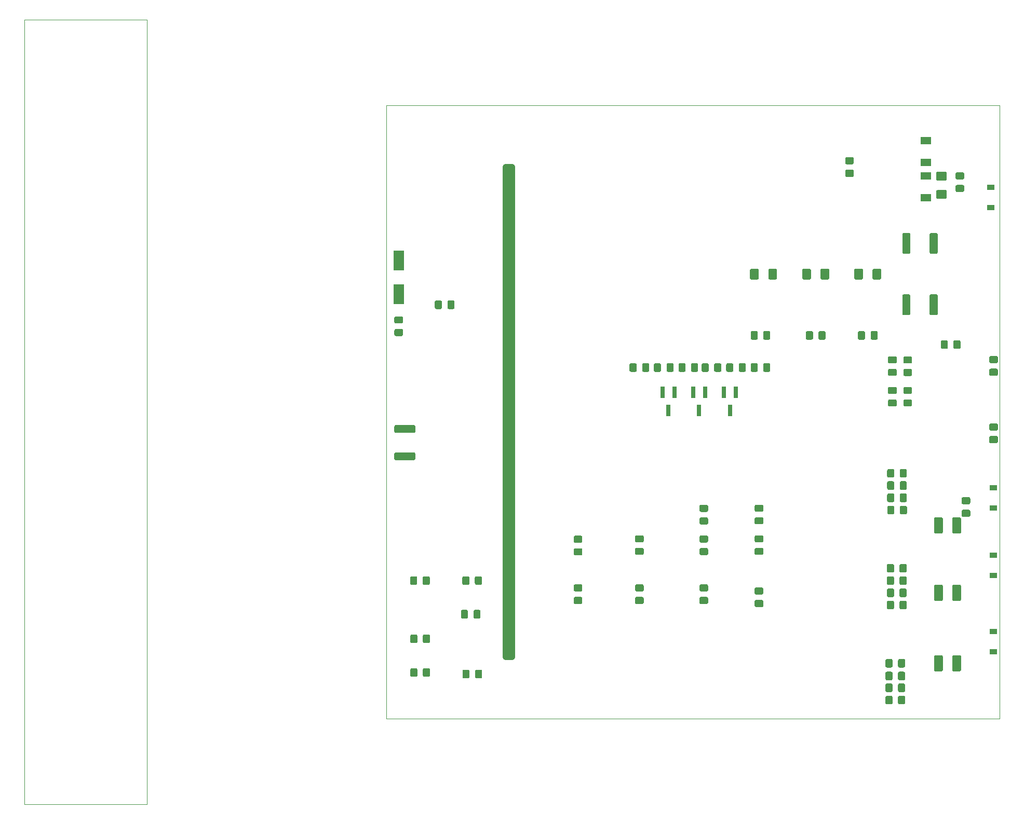
<source format=gbr>
%TF.GenerationSoftware,KiCad,Pcbnew,(5.1.5)-3*%
%TF.CreationDate,2020-03-17T21:27:54+01:00*%
%TF.ProjectId,KicadJE-EuroPowerSupply2,4b696361-644a-4452-9d45-75726f506f77,Rev A*%
%TF.SameCoordinates,Original*%
%TF.FileFunction,Paste,Bot*%
%TF.FilePolarity,Positive*%
%FSLAX46Y46*%
G04 Gerber Fmt 4.6, Leading zero omitted, Abs format (unit mm)*
G04 Created by KiCad (PCBNEW (5.1.5)-3) date 2020-03-17 21:27:54*
%MOMM*%
%LPD*%
G04 APERTURE LIST*
%ADD10C,0.050000*%
%ADD11C,1.000000*%
%ADD12C,0.150000*%
%ADD13R,1.700000X3.300000*%
%ADD14R,1.200000X0.900000*%
%ADD15R,1.700000X1.300000*%
%ADD16R,0.800000X1.900000*%
G04 APERTURE END LIST*
D10*
X-9000000Y-164000000D02*
X-9000000Y-36000000D01*
X11000000Y-164000000D02*
X-9000000Y-164000000D01*
X11000000Y-36000000D02*
X11000000Y-164000000D01*
X-9000000Y-36000000D02*
X11000000Y-36000000D01*
D11*
X69500000Y-60000000D02*
X70500000Y-60000000D01*
X69500000Y-140000000D02*
X70500000Y-140000000D01*
X70500000Y-60000000D02*
X70500000Y-140000000D01*
X69500000Y-60000000D02*
X69500000Y-140000000D01*
D10*
X50000000Y-150000000D02*
X50000000Y-50000000D01*
X150000000Y-150000000D02*
X50000000Y-150000000D01*
X150000000Y-50000000D02*
X150000000Y-150000000D01*
X50000000Y-50000000D02*
X150000000Y-50000000D01*
D12*
G36*
X81724505Y-120186203D02*
G01*
X81748773Y-120189803D01*
X81772572Y-120195764D01*
X81795671Y-120204029D01*
X81817850Y-120214519D01*
X81838893Y-120227131D01*
X81858599Y-120241746D01*
X81876777Y-120258222D01*
X81893253Y-120276400D01*
X81907868Y-120296106D01*
X81920480Y-120317149D01*
X81930970Y-120339328D01*
X81939235Y-120362427D01*
X81945196Y-120386226D01*
X81948796Y-120410494D01*
X81950000Y-120434998D01*
X81950000Y-121085000D01*
X81948796Y-121109504D01*
X81945196Y-121133772D01*
X81939235Y-121157571D01*
X81930970Y-121180670D01*
X81920480Y-121202849D01*
X81907868Y-121223892D01*
X81893253Y-121243598D01*
X81876777Y-121261776D01*
X81858599Y-121278252D01*
X81838893Y-121292867D01*
X81817850Y-121305479D01*
X81795671Y-121315969D01*
X81772572Y-121324234D01*
X81748773Y-121330195D01*
X81724505Y-121333795D01*
X81700001Y-121334999D01*
X80799999Y-121334999D01*
X80775495Y-121333795D01*
X80751227Y-121330195D01*
X80727428Y-121324234D01*
X80704329Y-121315969D01*
X80682150Y-121305479D01*
X80661107Y-121292867D01*
X80641401Y-121278252D01*
X80623223Y-121261776D01*
X80606747Y-121243598D01*
X80592132Y-121223892D01*
X80579520Y-121202849D01*
X80569030Y-121180670D01*
X80560765Y-121157571D01*
X80554804Y-121133772D01*
X80551204Y-121109504D01*
X80550000Y-121085000D01*
X80550000Y-120434998D01*
X80551204Y-120410494D01*
X80554804Y-120386226D01*
X80560765Y-120362427D01*
X80569030Y-120339328D01*
X80579520Y-120317149D01*
X80592132Y-120296106D01*
X80606747Y-120276400D01*
X80623223Y-120258222D01*
X80641401Y-120241746D01*
X80661107Y-120227131D01*
X80682150Y-120214519D01*
X80704329Y-120204029D01*
X80727428Y-120195764D01*
X80751227Y-120189803D01*
X80775495Y-120186203D01*
X80799999Y-120184999D01*
X81700001Y-120184999D01*
X81724505Y-120186203D01*
G37*
G36*
X81724505Y-122236203D02*
G01*
X81748773Y-122239803D01*
X81772572Y-122245764D01*
X81795671Y-122254029D01*
X81817850Y-122264519D01*
X81838893Y-122277131D01*
X81858599Y-122291746D01*
X81876777Y-122308222D01*
X81893253Y-122326400D01*
X81907868Y-122346106D01*
X81920480Y-122367149D01*
X81930970Y-122389328D01*
X81939235Y-122412427D01*
X81945196Y-122436226D01*
X81948796Y-122460494D01*
X81950000Y-122484998D01*
X81950000Y-123135000D01*
X81948796Y-123159504D01*
X81945196Y-123183772D01*
X81939235Y-123207571D01*
X81930970Y-123230670D01*
X81920480Y-123252849D01*
X81907868Y-123273892D01*
X81893253Y-123293598D01*
X81876777Y-123311776D01*
X81858599Y-123328252D01*
X81838893Y-123342867D01*
X81817850Y-123355479D01*
X81795671Y-123365969D01*
X81772572Y-123374234D01*
X81748773Y-123380195D01*
X81724505Y-123383795D01*
X81700001Y-123384999D01*
X80799999Y-123384999D01*
X80775495Y-123383795D01*
X80751227Y-123380195D01*
X80727428Y-123374234D01*
X80704329Y-123365969D01*
X80682150Y-123355479D01*
X80661107Y-123342867D01*
X80641401Y-123328252D01*
X80623223Y-123311776D01*
X80606747Y-123293598D01*
X80592132Y-123273892D01*
X80579520Y-123252849D01*
X80569030Y-123230670D01*
X80560765Y-123207571D01*
X80554804Y-123183772D01*
X80551204Y-123159504D01*
X80550000Y-123135000D01*
X80550000Y-122484998D01*
X80551204Y-122460494D01*
X80554804Y-122436226D01*
X80560765Y-122412427D01*
X80569030Y-122389328D01*
X80579520Y-122367149D01*
X80592132Y-122346106D01*
X80606747Y-122326400D01*
X80623223Y-122308222D01*
X80641401Y-122291746D01*
X80661107Y-122277131D01*
X80682150Y-122264519D01*
X80704329Y-122254029D01*
X80727428Y-122245764D01*
X80751227Y-122239803D01*
X80775495Y-122236203D01*
X80799999Y-122234999D01*
X81700001Y-122234999D01*
X81724505Y-122236203D01*
G37*
G36*
X91724505Y-120126204D02*
G01*
X91748773Y-120129804D01*
X91772572Y-120135765D01*
X91795671Y-120144030D01*
X91817850Y-120154520D01*
X91838893Y-120167132D01*
X91858599Y-120181747D01*
X91876777Y-120198223D01*
X91893253Y-120216401D01*
X91907868Y-120236107D01*
X91920480Y-120257150D01*
X91930970Y-120279329D01*
X91939235Y-120302428D01*
X91945196Y-120326227D01*
X91948796Y-120350495D01*
X91950000Y-120374999D01*
X91950000Y-121025001D01*
X91948796Y-121049505D01*
X91945196Y-121073773D01*
X91939235Y-121097572D01*
X91930970Y-121120671D01*
X91920480Y-121142850D01*
X91907868Y-121163893D01*
X91893253Y-121183599D01*
X91876777Y-121201777D01*
X91858599Y-121218253D01*
X91838893Y-121232868D01*
X91817850Y-121245480D01*
X91795671Y-121255970D01*
X91772572Y-121264235D01*
X91748773Y-121270196D01*
X91724505Y-121273796D01*
X91700001Y-121275000D01*
X90799999Y-121275000D01*
X90775495Y-121273796D01*
X90751227Y-121270196D01*
X90727428Y-121264235D01*
X90704329Y-121255970D01*
X90682150Y-121245480D01*
X90661107Y-121232868D01*
X90641401Y-121218253D01*
X90623223Y-121201777D01*
X90606747Y-121183599D01*
X90592132Y-121163893D01*
X90579520Y-121142850D01*
X90569030Y-121120671D01*
X90560765Y-121097572D01*
X90554804Y-121073773D01*
X90551204Y-121049505D01*
X90550000Y-121025001D01*
X90550000Y-120374999D01*
X90551204Y-120350495D01*
X90554804Y-120326227D01*
X90560765Y-120302428D01*
X90569030Y-120279329D01*
X90579520Y-120257150D01*
X90592132Y-120236107D01*
X90606747Y-120216401D01*
X90623223Y-120198223D01*
X90641401Y-120181747D01*
X90661107Y-120167132D01*
X90682150Y-120154520D01*
X90704329Y-120144030D01*
X90727428Y-120135765D01*
X90751227Y-120129804D01*
X90775495Y-120126204D01*
X90799999Y-120125000D01*
X91700001Y-120125000D01*
X91724505Y-120126204D01*
G37*
G36*
X91724505Y-122176204D02*
G01*
X91748773Y-122179804D01*
X91772572Y-122185765D01*
X91795671Y-122194030D01*
X91817850Y-122204520D01*
X91838893Y-122217132D01*
X91858599Y-122231747D01*
X91876777Y-122248223D01*
X91893253Y-122266401D01*
X91907868Y-122286107D01*
X91920480Y-122307150D01*
X91930970Y-122329329D01*
X91939235Y-122352428D01*
X91945196Y-122376227D01*
X91948796Y-122400495D01*
X91950000Y-122424999D01*
X91950000Y-123075001D01*
X91948796Y-123099505D01*
X91945196Y-123123773D01*
X91939235Y-123147572D01*
X91930970Y-123170671D01*
X91920480Y-123192850D01*
X91907868Y-123213893D01*
X91893253Y-123233599D01*
X91876777Y-123251777D01*
X91858599Y-123268253D01*
X91838893Y-123282868D01*
X91817850Y-123295480D01*
X91795671Y-123305970D01*
X91772572Y-123314235D01*
X91748773Y-123320196D01*
X91724505Y-123323796D01*
X91700001Y-123325000D01*
X90799999Y-123325000D01*
X90775495Y-123323796D01*
X90751227Y-123320196D01*
X90727428Y-123314235D01*
X90704329Y-123305970D01*
X90682150Y-123295480D01*
X90661107Y-123282868D01*
X90641401Y-123268253D01*
X90623223Y-123251777D01*
X90606747Y-123233599D01*
X90592132Y-123213893D01*
X90579520Y-123192850D01*
X90569030Y-123170671D01*
X90560765Y-123147572D01*
X90554804Y-123123773D01*
X90551204Y-123099505D01*
X90550000Y-123075001D01*
X90550000Y-122424999D01*
X90551204Y-122400495D01*
X90554804Y-122376227D01*
X90560765Y-122352428D01*
X90569030Y-122329329D01*
X90579520Y-122307150D01*
X90592132Y-122286107D01*
X90606747Y-122266401D01*
X90623223Y-122248223D01*
X90641401Y-122231747D01*
X90661107Y-122217132D01*
X90682150Y-122204520D01*
X90704329Y-122194030D01*
X90727428Y-122185765D01*
X90751227Y-122179804D01*
X90775495Y-122176204D01*
X90799999Y-122175000D01*
X91700001Y-122175000D01*
X91724505Y-122176204D01*
G37*
G36*
X111224505Y-122176204D02*
G01*
X111248773Y-122179804D01*
X111272572Y-122185765D01*
X111295671Y-122194030D01*
X111317850Y-122204520D01*
X111338893Y-122217132D01*
X111358599Y-122231747D01*
X111376777Y-122248223D01*
X111393253Y-122266401D01*
X111407868Y-122286107D01*
X111420480Y-122307150D01*
X111430970Y-122329329D01*
X111439235Y-122352428D01*
X111445196Y-122376227D01*
X111448796Y-122400495D01*
X111450000Y-122424999D01*
X111450000Y-123075001D01*
X111448796Y-123099505D01*
X111445196Y-123123773D01*
X111439235Y-123147572D01*
X111430970Y-123170671D01*
X111420480Y-123192850D01*
X111407868Y-123213893D01*
X111393253Y-123233599D01*
X111376777Y-123251777D01*
X111358599Y-123268253D01*
X111338893Y-123282868D01*
X111317850Y-123295480D01*
X111295671Y-123305970D01*
X111272572Y-123314235D01*
X111248773Y-123320196D01*
X111224505Y-123323796D01*
X111200001Y-123325000D01*
X110299999Y-123325000D01*
X110275495Y-123323796D01*
X110251227Y-123320196D01*
X110227428Y-123314235D01*
X110204329Y-123305970D01*
X110182150Y-123295480D01*
X110161107Y-123282868D01*
X110141401Y-123268253D01*
X110123223Y-123251777D01*
X110106747Y-123233599D01*
X110092132Y-123213893D01*
X110079520Y-123192850D01*
X110069030Y-123170671D01*
X110060765Y-123147572D01*
X110054804Y-123123773D01*
X110051204Y-123099505D01*
X110050000Y-123075001D01*
X110050000Y-122424999D01*
X110051204Y-122400495D01*
X110054804Y-122376227D01*
X110060765Y-122352428D01*
X110069030Y-122329329D01*
X110079520Y-122307150D01*
X110092132Y-122286107D01*
X110106747Y-122266401D01*
X110123223Y-122248223D01*
X110141401Y-122231747D01*
X110161107Y-122217132D01*
X110182150Y-122204520D01*
X110204329Y-122194030D01*
X110227428Y-122185765D01*
X110251227Y-122179804D01*
X110275495Y-122176204D01*
X110299999Y-122175000D01*
X111200001Y-122175000D01*
X111224505Y-122176204D01*
G37*
G36*
X111224505Y-120126204D02*
G01*
X111248773Y-120129804D01*
X111272572Y-120135765D01*
X111295671Y-120144030D01*
X111317850Y-120154520D01*
X111338893Y-120167132D01*
X111358599Y-120181747D01*
X111376777Y-120198223D01*
X111393253Y-120216401D01*
X111407868Y-120236107D01*
X111420480Y-120257150D01*
X111430970Y-120279329D01*
X111439235Y-120302428D01*
X111445196Y-120326227D01*
X111448796Y-120350495D01*
X111450000Y-120374999D01*
X111450000Y-121025001D01*
X111448796Y-121049505D01*
X111445196Y-121073773D01*
X111439235Y-121097572D01*
X111430970Y-121120671D01*
X111420480Y-121142850D01*
X111407868Y-121163893D01*
X111393253Y-121183599D01*
X111376777Y-121201777D01*
X111358599Y-121218253D01*
X111338893Y-121232868D01*
X111317850Y-121245480D01*
X111295671Y-121255970D01*
X111272572Y-121264235D01*
X111248773Y-121270196D01*
X111224505Y-121273796D01*
X111200001Y-121275000D01*
X110299999Y-121275000D01*
X110275495Y-121273796D01*
X110251227Y-121270196D01*
X110227428Y-121264235D01*
X110204329Y-121255970D01*
X110182150Y-121245480D01*
X110161107Y-121232868D01*
X110141401Y-121218253D01*
X110123223Y-121201777D01*
X110106747Y-121183599D01*
X110092132Y-121163893D01*
X110079520Y-121142850D01*
X110069030Y-121120671D01*
X110060765Y-121097572D01*
X110054804Y-121073773D01*
X110051204Y-121049505D01*
X110050000Y-121025001D01*
X110050000Y-120374999D01*
X110051204Y-120350495D01*
X110054804Y-120326227D01*
X110060765Y-120302428D01*
X110069030Y-120279329D01*
X110079520Y-120257150D01*
X110092132Y-120236107D01*
X110106747Y-120216401D01*
X110123223Y-120198223D01*
X110141401Y-120181747D01*
X110161107Y-120167132D01*
X110182150Y-120154520D01*
X110204329Y-120144030D01*
X110227428Y-120135765D01*
X110251227Y-120129804D01*
X110275495Y-120126204D01*
X110299999Y-120125000D01*
X111200001Y-120125000D01*
X111224505Y-120126204D01*
G37*
G36*
X102224505Y-120151204D02*
G01*
X102248773Y-120154804D01*
X102272572Y-120160765D01*
X102295671Y-120169030D01*
X102317850Y-120179520D01*
X102338893Y-120192132D01*
X102358599Y-120206747D01*
X102376777Y-120223223D01*
X102393253Y-120241401D01*
X102407868Y-120261107D01*
X102420480Y-120282150D01*
X102430970Y-120304329D01*
X102439235Y-120327428D01*
X102445196Y-120351227D01*
X102448796Y-120375495D01*
X102450000Y-120399999D01*
X102450000Y-121050001D01*
X102448796Y-121074505D01*
X102445196Y-121098773D01*
X102439235Y-121122572D01*
X102430970Y-121145671D01*
X102420480Y-121167850D01*
X102407868Y-121188893D01*
X102393253Y-121208599D01*
X102376777Y-121226777D01*
X102358599Y-121243253D01*
X102338893Y-121257868D01*
X102317850Y-121270480D01*
X102295671Y-121280970D01*
X102272572Y-121289235D01*
X102248773Y-121295196D01*
X102224505Y-121298796D01*
X102200001Y-121300000D01*
X101299999Y-121300000D01*
X101275495Y-121298796D01*
X101251227Y-121295196D01*
X101227428Y-121289235D01*
X101204329Y-121280970D01*
X101182150Y-121270480D01*
X101161107Y-121257868D01*
X101141401Y-121243253D01*
X101123223Y-121226777D01*
X101106747Y-121208599D01*
X101092132Y-121188893D01*
X101079520Y-121167850D01*
X101069030Y-121145671D01*
X101060765Y-121122572D01*
X101054804Y-121098773D01*
X101051204Y-121074505D01*
X101050000Y-121050001D01*
X101050000Y-120399999D01*
X101051204Y-120375495D01*
X101054804Y-120351227D01*
X101060765Y-120327428D01*
X101069030Y-120304329D01*
X101079520Y-120282150D01*
X101092132Y-120261107D01*
X101106747Y-120241401D01*
X101123223Y-120223223D01*
X101141401Y-120206747D01*
X101161107Y-120192132D01*
X101182150Y-120179520D01*
X101204329Y-120169030D01*
X101227428Y-120160765D01*
X101251227Y-120154804D01*
X101275495Y-120151204D01*
X101299999Y-120150000D01*
X102200001Y-120150000D01*
X102224505Y-120151204D01*
G37*
G36*
X102224505Y-122201204D02*
G01*
X102248773Y-122204804D01*
X102272572Y-122210765D01*
X102295671Y-122219030D01*
X102317850Y-122229520D01*
X102338893Y-122242132D01*
X102358599Y-122256747D01*
X102376777Y-122273223D01*
X102393253Y-122291401D01*
X102407868Y-122311107D01*
X102420480Y-122332150D01*
X102430970Y-122354329D01*
X102439235Y-122377428D01*
X102445196Y-122401227D01*
X102448796Y-122425495D01*
X102450000Y-122449999D01*
X102450000Y-123100001D01*
X102448796Y-123124505D01*
X102445196Y-123148773D01*
X102439235Y-123172572D01*
X102430970Y-123195671D01*
X102420480Y-123217850D01*
X102407868Y-123238893D01*
X102393253Y-123258599D01*
X102376777Y-123276777D01*
X102358599Y-123293253D01*
X102338893Y-123307868D01*
X102317850Y-123320480D01*
X102295671Y-123330970D01*
X102272572Y-123339235D01*
X102248773Y-123345196D01*
X102224505Y-123348796D01*
X102200001Y-123350000D01*
X101299999Y-123350000D01*
X101275495Y-123348796D01*
X101251227Y-123345196D01*
X101227428Y-123339235D01*
X101204329Y-123330970D01*
X101182150Y-123320480D01*
X101161107Y-123307868D01*
X101141401Y-123293253D01*
X101123223Y-123276777D01*
X101106747Y-123258599D01*
X101092132Y-123238893D01*
X101079520Y-123217850D01*
X101069030Y-123195671D01*
X101060765Y-123172572D01*
X101054804Y-123148773D01*
X101051204Y-123124505D01*
X101050000Y-123100001D01*
X101050000Y-122449999D01*
X101051204Y-122425495D01*
X101054804Y-122401227D01*
X101060765Y-122377428D01*
X101069030Y-122354329D01*
X101079520Y-122332150D01*
X101092132Y-122311107D01*
X101106747Y-122291401D01*
X101123223Y-122273223D01*
X101141401Y-122256747D01*
X101161107Y-122242132D01*
X101182150Y-122229520D01*
X101204329Y-122219030D01*
X101227428Y-122210765D01*
X101251227Y-122204804D01*
X101275495Y-122201204D01*
X101299999Y-122200000D01*
X102200001Y-122200000D01*
X102224505Y-122201204D01*
G37*
G36*
X102224505Y-117201204D02*
G01*
X102248773Y-117204804D01*
X102272572Y-117210765D01*
X102295671Y-117219030D01*
X102317850Y-117229520D01*
X102338893Y-117242132D01*
X102358599Y-117256747D01*
X102376777Y-117273223D01*
X102393253Y-117291401D01*
X102407868Y-117311107D01*
X102420480Y-117332150D01*
X102430970Y-117354329D01*
X102439235Y-117377428D01*
X102445196Y-117401227D01*
X102448796Y-117425495D01*
X102450000Y-117449999D01*
X102450000Y-118100001D01*
X102448796Y-118124505D01*
X102445196Y-118148773D01*
X102439235Y-118172572D01*
X102430970Y-118195671D01*
X102420480Y-118217850D01*
X102407868Y-118238893D01*
X102393253Y-118258599D01*
X102376777Y-118276777D01*
X102358599Y-118293253D01*
X102338893Y-118307868D01*
X102317850Y-118320480D01*
X102295671Y-118330970D01*
X102272572Y-118339235D01*
X102248773Y-118345196D01*
X102224505Y-118348796D01*
X102200001Y-118350000D01*
X101299999Y-118350000D01*
X101275495Y-118348796D01*
X101251227Y-118345196D01*
X101227428Y-118339235D01*
X101204329Y-118330970D01*
X101182150Y-118320480D01*
X101161107Y-118307868D01*
X101141401Y-118293253D01*
X101123223Y-118276777D01*
X101106747Y-118258599D01*
X101092132Y-118238893D01*
X101079520Y-118217850D01*
X101069030Y-118195671D01*
X101060765Y-118172572D01*
X101054804Y-118148773D01*
X101051204Y-118124505D01*
X101050000Y-118100001D01*
X101050000Y-117449999D01*
X101051204Y-117425495D01*
X101054804Y-117401227D01*
X101060765Y-117377428D01*
X101069030Y-117354329D01*
X101079520Y-117332150D01*
X101092132Y-117311107D01*
X101106747Y-117291401D01*
X101123223Y-117273223D01*
X101141401Y-117256747D01*
X101161107Y-117242132D01*
X101182150Y-117229520D01*
X101204329Y-117219030D01*
X101227428Y-117210765D01*
X101251227Y-117204804D01*
X101275495Y-117201204D01*
X101299999Y-117200000D01*
X102200001Y-117200000D01*
X102224505Y-117201204D01*
G37*
G36*
X102224505Y-115151204D02*
G01*
X102248773Y-115154804D01*
X102272572Y-115160765D01*
X102295671Y-115169030D01*
X102317850Y-115179520D01*
X102338893Y-115192132D01*
X102358599Y-115206747D01*
X102376777Y-115223223D01*
X102393253Y-115241401D01*
X102407868Y-115261107D01*
X102420480Y-115282150D01*
X102430970Y-115304329D01*
X102439235Y-115327428D01*
X102445196Y-115351227D01*
X102448796Y-115375495D01*
X102450000Y-115399999D01*
X102450000Y-116050001D01*
X102448796Y-116074505D01*
X102445196Y-116098773D01*
X102439235Y-116122572D01*
X102430970Y-116145671D01*
X102420480Y-116167850D01*
X102407868Y-116188893D01*
X102393253Y-116208599D01*
X102376777Y-116226777D01*
X102358599Y-116243253D01*
X102338893Y-116257868D01*
X102317850Y-116270480D01*
X102295671Y-116280970D01*
X102272572Y-116289235D01*
X102248773Y-116295196D01*
X102224505Y-116298796D01*
X102200001Y-116300000D01*
X101299999Y-116300000D01*
X101275495Y-116298796D01*
X101251227Y-116295196D01*
X101227428Y-116289235D01*
X101204329Y-116280970D01*
X101182150Y-116270480D01*
X101161107Y-116257868D01*
X101141401Y-116243253D01*
X101123223Y-116226777D01*
X101106747Y-116208599D01*
X101092132Y-116188893D01*
X101079520Y-116167850D01*
X101069030Y-116145671D01*
X101060765Y-116122572D01*
X101054804Y-116098773D01*
X101051204Y-116074505D01*
X101050000Y-116050001D01*
X101050000Y-115399999D01*
X101051204Y-115375495D01*
X101054804Y-115351227D01*
X101060765Y-115327428D01*
X101069030Y-115304329D01*
X101079520Y-115282150D01*
X101092132Y-115261107D01*
X101106747Y-115241401D01*
X101123223Y-115223223D01*
X101141401Y-115206747D01*
X101161107Y-115192132D01*
X101182150Y-115179520D01*
X101204329Y-115169030D01*
X101227428Y-115160765D01*
X101251227Y-115154804D01*
X101275495Y-115151204D01*
X101299999Y-115150000D01*
X102200001Y-115150000D01*
X102224505Y-115151204D01*
G37*
G36*
X111224505Y-115126204D02*
G01*
X111248773Y-115129804D01*
X111272572Y-115135765D01*
X111295671Y-115144030D01*
X111317850Y-115154520D01*
X111338893Y-115167132D01*
X111358599Y-115181747D01*
X111376777Y-115198223D01*
X111393253Y-115216401D01*
X111407868Y-115236107D01*
X111420480Y-115257150D01*
X111430970Y-115279329D01*
X111439235Y-115302428D01*
X111445196Y-115326227D01*
X111448796Y-115350495D01*
X111450000Y-115374999D01*
X111450000Y-116025001D01*
X111448796Y-116049505D01*
X111445196Y-116073773D01*
X111439235Y-116097572D01*
X111430970Y-116120671D01*
X111420480Y-116142850D01*
X111407868Y-116163893D01*
X111393253Y-116183599D01*
X111376777Y-116201777D01*
X111358599Y-116218253D01*
X111338893Y-116232868D01*
X111317850Y-116245480D01*
X111295671Y-116255970D01*
X111272572Y-116264235D01*
X111248773Y-116270196D01*
X111224505Y-116273796D01*
X111200001Y-116275000D01*
X110299999Y-116275000D01*
X110275495Y-116273796D01*
X110251227Y-116270196D01*
X110227428Y-116264235D01*
X110204329Y-116255970D01*
X110182150Y-116245480D01*
X110161107Y-116232868D01*
X110141401Y-116218253D01*
X110123223Y-116201777D01*
X110106747Y-116183599D01*
X110092132Y-116163893D01*
X110079520Y-116142850D01*
X110069030Y-116120671D01*
X110060765Y-116097572D01*
X110054804Y-116073773D01*
X110051204Y-116049505D01*
X110050000Y-116025001D01*
X110050000Y-115374999D01*
X110051204Y-115350495D01*
X110054804Y-115326227D01*
X110060765Y-115302428D01*
X110069030Y-115279329D01*
X110079520Y-115257150D01*
X110092132Y-115236107D01*
X110106747Y-115216401D01*
X110123223Y-115198223D01*
X110141401Y-115181747D01*
X110161107Y-115167132D01*
X110182150Y-115154520D01*
X110204329Y-115144030D01*
X110227428Y-115135765D01*
X110251227Y-115129804D01*
X110275495Y-115126204D01*
X110299999Y-115125000D01*
X111200001Y-115125000D01*
X111224505Y-115126204D01*
G37*
G36*
X111224505Y-117176204D02*
G01*
X111248773Y-117179804D01*
X111272572Y-117185765D01*
X111295671Y-117194030D01*
X111317850Y-117204520D01*
X111338893Y-117217132D01*
X111358599Y-117231747D01*
X111376777Y-117248223D01*
X111393253Y-117266401D01*
X111407868Y-117286107D01*
X111420480Y-117307150D01*
X111430970Y-117329329D01*
X111439235Y-117352428D01*
X111445196Y-117376227D01*
X111448796Y-117400495D01*
X111450000Y-117424999D01*
X111450000Y-118075001D01*
X111448796Y-118099505D01*
X111445196Y-118123773D01*
X111439235Y-118147572D01*
X111430970Y-118170671D01*
X111420480Y-118192850D01*
X111407868Y-118213893D01*
X111393253Y-118233599D01*
X111376777Y-118251777D01*
X111358599Y-118268253D01*
X111338893Y-118282868D01*
X111317850Y-118295480D01*
X111295671Y-118305970D01*
X111272572Y-118314235D01*
X111248773Y-118320196D01*
X111224505Y-118323796D01*
X111200001Y-118325000D01*
X110299999Y-118325000D01*
X110275495Y-118323796D01*
X110251227Y-118320196D01*
X110227428Y-118314235D01*
X110204329Y-118305970D01*
X110182150Y-118295480D01*
X110161107Y-118282868D01*
X110141401Y-118268253D01*
X110123223Y-118251777D01*
X110106747Y-118233599D01*
X110092132Y-118213893D01*
X110079520Y-118192850D01*
X110069030Y-118170671D01*
X110060765Y-118147572D01*
X110054804Y-118123773D01*
X110051204Y-118099505D01*
X110050000Y-118075001D01*
X110050000Y-117424999D01*
X110051204Y-117400495D01*
X110054804Y-117376227D01*
X110060765Y-117352428D01*
X110069030Y-117329329D01*
X110079520Y-117307150D01*
X110092132Y-117286107D01*
X110106747Y-117266401D01*
X110123223Y-117248223D01*
X110141401Y-117231747D01*
X110161107Y-117217132D01*
X110182150Y-117204520D01*
X110204329Y-117194030D01*
X110227428Y-117185765D01*
X110251227Y-117179804D01*
X110275495Y-117176204D01*
X110299999Y-117175000D01*
X111200001Y-117175000D01*
X111224505Y-117176204D01*
G37*
G36*
X81724505Y-130176204D02*
G01*
X81748773Y-130179804D01*
X81772572Y-130185765D01*
X81795671Y-130194030D01*
X81817850Y-130204520D01*
X81838893Y-130217132D01*
X81858599Y-130231747D01*
X81876777Y-130248223D01*
X81893253Y-130266401D01*
X81907868Y-130286107D01*
X81920480Y-130307150D01*
X81930970Y-130329329D01*
X81939235Y-130352428D01*
X81945196Y-130376227D01*
X81948796Y-130400495D01*
X81950000Y-130424999D01*
X81950000Y-131075001D01*
X81948796Y-131099505D01*
X81945196Y-131123773D01*
X81939235Y-131147572D01*
X81930970Y-131170671D01*
X81920480Y-131192850D01*
X81907868Y-131213893D01*
X81893253Y-131233599D01*
X81876777Y-131251777D01*
X81858599Y-131268253D01*
X81838893Y-131282868D01*
X81817850Y-131295480D01*
X81795671Y-131305970D01*
X81772572Y-131314235D01*
X81748773Y-131320196D01*
X81724505Y-131323796D01*
X81700001Y-131325000D01*
X80799999Y-131325000D01*
X80775495Y-131323796D01*
X80751227Y-131320196D01*
X80727428Y-131314235D01*
X80704329Y-131305970D01*
X80682150Y-131295480D01*
X80661107Y-131282868D01*
X80641401Y-131268253D01*
X80623223Y-131251777D01*
X80606747Y-131233599D01*
X80592132Y-131213893D01*
X80579520Y-131192850D01*
X80569030Y-131170671D01*
X80560765Y-131147572D01*
X80554804Y-131123773D01*
X80551204Y-131099505D01*
X80550000Y-131075001D01*
X80550000Y-130424999D01*
X80551204Y-130400495D01*
X80554804Y-130376227D01*
X80560765Y-130352428D01*
X80569030Y-130329329D01*
X80579520Y-130307150D01*
X80592132Y-130286107D01*
X80606747Y-130266401D01*
X80623223Y-130248223D01*
X80641401Y-130231747D01*
X80661107Y-130217132D01*
X80682150Y-130204520D01*
X80704329Y-130194030D01*
X80727428Y-130185765D01*
X80751227Y-130179804D01*
X80775495Y-130176204D01*
X80799999Y-130175000D01*
X81700001Y-130175000D01*
X81724505Y-130176204D01*
G37*
G36*
X81724505Y-128126204D02*
G01*
X81748773Y-128129804D01*
X81772572Y-128135765D01*
X81795671Y-128144030D01*
X81817850Y-128154520D01*
X81838893Y-128167132D01*
X81858599Y-128181747D01*
X81876777Y-128198223D01*
X81893253Y-128216401D01*
X81907868Y-128236107D01*
X81920480Y-128257150D01*
X81930970Y-128279329D01*
X81939235Y-128302428D01*
X81945196Y-128326227D01*
X81948796Y-128350495D01*
X81950000Y-128374999D01*
X81950000Y-129025001D01*
X81948796Y-129049505D01*
X81945196Y-129073773D01*
X81939235Y-129097572D01*
X81930970Y-129120671D01*
X81920480Y-129142850D01*
X81907868Y-129163893D01*
X81893253Y-129183599D01*
X81876777Y-129201777D01*
X81858599Y-129218253D01*
X81838893Y-129232868D01*
X81817850Y-129245480D01*
X81795671Y-129255970D01*
X81772572Y-129264235D01*
X81748773Y-129270196D01*
X81724505Y-129273796D01*
X81700001Y-129275000D01*
X80799999Y-129275000D01*
X80775495Y-129273796D01*
X80751227Y-129270196D01*
X80727428Y-129264235D01*
X80704329Y-129255970D01*
X80682150Y-129245480D01*
X80661107Y-129232868D01*
X80641401Y-129218253D01*
X80623223Y-129201777D01*
X80606747Y-129183599D01*
X80592132Y-129163893D01*
X80579520Y-129142850D01*
X80569030Y-129120671D01*
X80560765Y-129097572D01*
X80554804Y-129073773D01*
X80551204Y-129049505D01*
X80550000Y-129025001D01*
X80550000Y-128374999D01*
X80551204Y-128350495D01*
X80554804Y-128326227D01*
X80560765Y-128302428D01*
X80569030Y-128279329D01*
X80579520Y-128257150D01*
X80592132Y-128236107D01*
X80606747Y-128216401D01*
X80623223Y-128198223D01*
X80641401Y-128181747D01*
X80661107Y-128167132D01*
X80682150Y-128154520D01*
X80704329Y-128144030D01*
X80727428Y-128135765D01*
X80751227Y-128129804D01*
X80775495Y-128126204D01*
X80799999Y-128125000D01*
X81700001Y-128125000D01*
X81724505Y-128126204D01*
G37*
G36*
X102224505Y-130176204D02*
G01*
X102248773Y-130179804D01*
X102272572Y-130185765D01*
X102295671Y-130194030D01*
X102317850Y-130204520D01*
X102338893Y-130217132D01*
X102358599Y-130231747D01*
X102376777Y-130248223D01*
X102393253Y-130266401D01*
X102407868Y-130286107D01*
X102420480Y-130307150D01*
X102430970Y-130329329D01*
X102439235Y-130352428D01*
X102445196Y-130376227D01*
X102448796Y-130400495D01*
X102450000Y-130424999D01*
X102450000Y-131075001D01*
X102448796Y-131099505D01*
X102445196Y-131123773D01*
X102439235Y-131147572D01*
X102430970Y-131170671D01*
X102420480Y-131192850D01*
X102407868Y-131213893D01*
X102393253Y-131233599D01*
X102376777Y-131251777D01*
X102358599Y-131268253D01*
X102338893Y-131282868D01*
X102317850Y-131295480D01*
X102295671Y-131305970D01*
X102272572Y-131314235D01*
X102248773Y-131320196D01*
X102224505Y-131323796D01*
X102200001Y-131325000D01*
X101299999Y-131325000D01*
X101275495Y-131323796D01*
X101251227Y-131320196D01*
X101227428Y-131314235D01*
X101204329Y-131305970D01*
X101182150Y-131295480D01*
X101161107Y-131282868D01*
X101141401Y-131268253D01*
X101123223Y-131251777D01*
X101106747Y-131233599D01*
X101092132Y-131213893D01*
X101079520Y-131192850D01*
X101069030Y-131170671D01*
X101060765Y-131147572D01*
X101054804Y-131123773D01*
X101051204Y-131099505D01*
X101050000Y-131075001D01*
X101050000Y-130424999D01*
X101051204Y-130400495D01*
X101054804Y-130376227D01*
X101060765Y-130352428D01*
X101069030Y-130329329D01*
X101079520Y-130307150D01*
X101092132Y-130286107D01*
X101106747Y-130266401D01*
X101123223Y-130248223D01*
X101141401Y-130231747D01*
X101161107Y-130217132D01*
X101182150Y-130204520D01*
X101204329Y-130194030D01*
X101227428Y-130185765D01*
X101251227Y-130179804D01*
X101275495Y-130176204D01*
X101299999Y-130175000D01*
X102200001Y-130175000D01*
X102224505Y-130176204D01*
G37*
G36*
X102224505Y-128126204D02*
G01*
X102248773Y-128129804D01*
X102272572Y-128135765D01*
X102295671Y-128144030D01*
X102317850Y-128154520D01*
X102338893Y-128167132D01*
X102358599Y-128181747D01*
X102376777Y-128198223D01*
X102393253Y-128216401D01*
X102407868Y-128236107D01*
X102420480Y-128257150D01*
X102430970Y-128279329D01*
X102439235Y-128302428D01*
X102445196Y-128326227D01*
X102448796Y-128350495D01*
X102450000Y-128374999D01*
X102450000Y-129025001D01*
X102448796Y-129049505D01*
X102445196Y-129073773D01*
X102439235Y-129097572D01*
X102430970Y-129120671D01*
X102420480Y-129142850D01*
X102407868Y-129163893D01*
X102393253Y-129183599D01*
X102376777Y-129201777D01*
X102358599Y-129218253D01*
X102338893Y-129232868D01*
X102317850Y-129245480D01*
X102295671Y-129255970D01*
X102272572Y-129264235D01*
X102248773Y-129270196D01*
X102224505Y-129273796D01*
X102200001Y-129275000D01*
X101299999Y-129275000D01*
X101275495Y-129273796D01*
X101251227Y-129270196D01*
X101227428Y-129264235D01*
X101204329Y-129255970D01*
X101182150Y-129245480D01*
X101161107Y-129232868D01*
X101141401Y-129218253D01*
X101123223Y-129201777D01*
X101106747Y-129183599D01*
X101092132Y-129163893D01*
X101079520Y-129142850D01*
X101069030Y-129120671D01*
X101060765Y-129097572D01*
X101054804Y-129073773D01*
X101051204Y-129049505D01*
X101050000Y-129025001D01*
X101050000Y-128374999D01*
X101051204Y-128350495D01*
X101054804Y-128326227D01*
X101060765Y-128302428D01*
X101069030Y-128279329D01*
X101079520Y-128257150D01*
X101092132Y-128236107D01*
X101106747Y-128216401D01*
X101123223Y-128198223D01*
X101141401Y-128181747D01*
X101161107Y-128167132D01*
X101182150Y-128154520D01*
X101204329Y-128144030D01*
X101227428Y-128135765D01*
X101251227Y-128129804D01*
X101275495Y-128126204D01*
X101299999Y-128125000D01*
X102200001Y-128125000D01*
X102224505Y-128126204D01*
G37*
G36*
X111224505Y-130676204D02*
G01*
X111248773Y-130679804D01*
X111272572Y-130685765D01*
X111295671Y-130694030D01*
X111317850Y-130704520D01*
X111338893Y-130717132D01*
X111358599Y-130731747D01*
X111376777Y-130748223D01*
X111393253Y-130766401D01*
X111407868Y-130786107D01*
X111420480Y-130807150D01*
X111430970Y-130829329D01*
X111439235Y-130852428D01*
X111445196Y-130876227D01*
X111448796Y-130900495D01*
X111450000Y-130924999D01*
X111450000Y-131575001D01*
X111448796Y-131599505D01*
X111445196Y-131623773D01*
X111439235Y-131647572D01*
X111430970Y-131670671D01*
X111420480Y-131692850D01*
X111407868Y-131713893D01*
X111393253Y-131733599D01*
X111376777Y-131751777D01*
X111358599Y-131768253D01*
X111338893Y-131782868D01*
X111317850Y-131795480D01*
X111295671Y-131805970D01*
X111272572Y-131814235D01*
X111248773Y-131820196D01*
X111224505Y-131823796D01*
X111200001Y-131825000D01*
X110299999Y-131825000D01*
X110275495Y-131823796D01*
X110251227Y-131820196D01*
X110227428Y-131814235D01*
X110204329Y-131805970D01*
X110182150Y-131795480D01*
X110161107Y-131782868D01*
X110141401Y-131768253D01*
X110123223Y-131751777D01*
X110106747Y-131733599D01*
X110092132Y-131713893D01*
X110079520Y-131692850D01*
X110069030Y-131670671D01*
X110060765Y-131647572D01*
X110054804Y-131623773D01*
X110051204Y-131599505D01*
X110050000Y-131575001D01*
X110050000Y-130924999D01*
X110051204Y-130900495D01*
X110054804Y-130876227D01*
X110060765Y-130852428D01*
X110069030Y-130829329D01*
X110079520Y-130807150D01*
X110092132Y-130786107D01*
X110106747Y-130766401D01*
X110123223Y-130748223D01*
X110141401Y-130731747D01*
X110161107Y-130717132D01*
X110182150Y-130704520D01*
X110204329Y-130694030D01*
X110227428Y-130685765D01*
X110251227Y-130679804D01*
X110275495Y-130676204D01*
X110299999Y-130675000D01*
X111200001Y-130675000D01*
X111224505Y-130676204D01*
G37*
G36*
X111224505Y-128626204D02*
G01*
X111248773Y-128629804D01*
X111272572Y-128635765D01*
X111295671Y-128644030D01*
X111317850Y-128654520D01*
X111338893Y-128667132D01*
X111358599Y-128681747D01*
X111376777Y-128698223D01*
X111393253Y-128716401D01*
X111407868Y-128736107D01*
X111420480Y-128757150D01*
X111430970Y-128779329D01*
X111439235Y-128802428D01*
X111445196Y-128826227D01*
X111448796Y-128850495D01*
X111450000Y-128874999D01*
X111450000Y-129525001D01*
X111448796Y-129549505D01*
X111445196Y-129573773D01*
X111439235Y-129597572D01*
X111430970Y-129620671D01*
X111420480Y-129642850D01*
X111407868Y-129663893D01*
X111393253Y-129683599D01*
X111376777Y-129701777D01*
X111358599Y-129718253D01*
X111338893Y-129732868D01*
X111317850Y-129745480D01*
X111295671Y-129755970D01*
X111272572Y-129764235D01*
X111248773Y-129770196D01*
X111224505Y-129773796D01*
X111200001Y-129775000D01*
X110299999Y-129775000D01*
X110275495Y-129773796D01*
X110251227Y-129770196D01*
X110227428Y-129764235D01*
X110204329Y-129755970D01*
X110182150Y-129745480D01*
X110161107Y-129732868D01*
X110141401Y-129718253D01*
X110123223Y-129701777D01*
X110106747Y-129683599D01*
X110092132Y-129663893D01*
X110079520Y-129642850D01*
X110069030Y-129620671D01*
X110060765Y-129597572D01*
X110054804Y-129573773D01*
X110051204Y-129549505D01*
X110050000Y-129525001D01*
X110050000Y-128874999D01*
X110051204Y-128850495D01*
X110054804Y-128826227D01*
X110060765Y-128802428D01*
X110069030Y-128779329D01*
X110079520Y-128757150D01*
X110092132Y-128736107D01*
X110106747Y-128716401D01*
X110123223Y-128698223D01*
X110141401Y-128681747D01*
X110161107Y-128667132D01*
X110182150Y-128654520D01*
X110204329Y-128644030D01*
X110227428Y-128635765D01*
X110251227Y-128629804D01*
X110275495Y-128626204D01*
X110299999Y-128625000D01*
X111200001Y-128625000D01*
X111224505Y-128626204D01*
G37*
G36*
X91724505Y-130176204D02*
G01*
X91748773Y-130179804D01*
X91772572Y-130185765D01*
X91795671Y-130194030D01*
X91817850Y-130204520D01*
X91838893Y-130217132D01*
X91858599Y-130231747D01*
X91876777Y-130248223D01*
X91893253Y-130266401D01*
X91907868Y-130286107D01*
X91920480Y-130307150D01*
X91930970Y-130329329D01*
X91939235Y-130352428D01*
X91945196Y-130376227D01*
X91948796Y-130400495D01*
X91950000Y-130424999D01*
X91950000Y-131075001D01*
X91948796Y-131099505D01*
X91945196Y-131123773D01*
X91939235Y-131147572D01*
X91930970Y-131170671D01*
X91920480Y-131192850D01*
X91907868Y-131213893D01*
X91893253Y-131233599D01*
X91876777Y-131251777D01*
X91858599Y-131268253D01*
X91838893Y-131282868D01*
X91817850Y-131295480D01*
X91795671Y-131305970D01*
X91772572Y-131314235D01*
X91748773Y-131320196D01*
X91724505Y-131323796D01*
X91700001Y-131325000D01*
X90799999Y-131325000D01*
X90775495Y-131323796D01*
X90751227Y-131320196D01*
X90727428Y-131314235D01*
X90704329Y-131305970D01*
X90682150Y-131295480D01*
X90661107Y-131282868D01*
X90641401Y-131268253D01*
X90623223Y-131251777D01*
X90606747Y-131233599D01*
X90592132Y-131213893D01*
X90579520Y-131192850D01*
X90569030Y-131170671D01*
X90560765Y-131147572D01*
X90554804Y-131123773D01*
X90551204Y-131099505D01*
X90550000Y-131075001D01*
X90550000Y-130424999D01*
X90551204Y-130400495D01*
X90554804Y-130376227D01*
X90560765Y-130352428D01*
X90569030Y-130329329D01*
X90579520Y-130307150D01*
X90592132Y-130286107D01*
X90606747Y-130266401D01*
X90623223Y-130248223D01*
X90641401Y-130231747D01*
X90661107Y-130217132D01*
X90682150Y-130204520D01*
X90704329Y-130194030D01*
X90727428Y-130185765D01*
X90751227Y-130179804D01*
X90775495Y-130176204D01*
X90799999Y-130175000D01*
X91700001Y-130175000D01*
X91724505Y-130176204D01*
G37*
G36*
X91724505Y-128126204D02*
G01*
X91748773Y-128129804D01*
X91772572Y-128135765D01*
X91795671Y-128144030D01*
X91817850Y-128154520D01*
X91838893Y-128167132D01*
X91858599Y-128181747D01*
X91876777Y-128198223D01*
X91893253Y-128216401D01*
X91907868Y-128236107D01*
X91920480Y-128257150D01*
X91930970Y-128279329D01*
X91939235Y-128302428D01*
X91945196Y-128326227D01*
X91948796Y-128350495D01*
X91950000Y-128374999D01*
X91950000Y-129025001D01*
X91948796Y-129049505D01*
X91945196Y-129073773D01*
X91939235Y-129097572D01*
X91930970Y-129120671D01*
X91920480Y-129142850D01*
X91907868Y-129163893D01*
X91893253Y-129183599D01*
X91876777Y-129201777D01*
X91858599Y-129218253D01*
X91838893Y-129232868D01*
X91817850Y-129245480D01*
X91795671Y-129255970D01*
X91772572Y-129264235D01*
X91748773Y-129270196D01*
X91724505Y-129273796D01*
X91700001Y-129275000D01*
X90799999Y-129275000D01*
X90775495Y-129273796D01*
X90751227Y-129270196D01*
X90727428Y-129264235D01*
X90704329Y-129255970D01*
X90682150Y-129245480D01*
X90661107Y-129232868D01*
X90641401Y-129218253D01*
X90623223Y-129201777D01*
X90606747Y-129183599D01*
X90592132Y-129163893D01*
X90579520Y-129142850D01*
X90569030Y-129120671D01*
X90560765Y-129097572D01*
X90554804Y-129073773D01*
X90551204Y-129049505D01*
X90550000Y-129025001D01*
X90550000Y-128374999D01*
X90551204Y-128350495D01*
X90554804Y-128326227D01*
X90560765Y-128302428D01*
X90569030Y-128279329D01*
X90579520Y-128257150D01*
X90592132Y-128236107D01*
X90606747Y-128216401D01*
X90623223Y-128198223D01*
X90641401Y-128181747D01*
X90661107Y-128167132D01*
X90682150Y-128154520D01*
X90704329Y-128144030D01*
X90727428Y-128135765D01*
X90751227Y-128129804D01*
X90775495Y-128126204D01*
X90799999Y-128125000D01*
X91700001Y-128125000D01*
X91724505Y-128126204D01*
G37*
G36*
X112374505Y-86801204D02*
G01*
X112398773Y-86804804D01*
X112422572Y-86810765D01*
X112445671Y-86819030D01*
X112467850Y-86829520D01*
X112488893Y-86842132D01*
X112508599Y-86856747D01*
X112526777Y-86873223D01*
X112543253Y-86891401D01*
X112557868Y-86911107D01*
X112570480Y-86932150D01*
X112580970Y-86954329D01*
X112589235Y-86977428D01*
X112595196Y-87001227D01*
X112598796Y-87025495D01*
X112600000Y-87049999D01*
X112600000Y-87950001D01*
X112598796Y-87974505D01*
X112595196Y-87998773D01*
X112589235Y-88022572D01*
X112580970Y-88045671D01*
X112570480Y-88067850D01*
X112557868Y-88088893D01*
X112543253Y-88108599D01*
X112526777Y-88126777D01*
X112508599Y-88143253D01*
X112488893Y-88157868D01*
X112467850Y-88170480D01*
X112445671Y-88180970D01*
X112422572Y-88189235D01*
X112398773Y-88195196D01*
X112374505Y-88198796D01*
X112350001Y-88200000D01*
X111699999Y-88200000D01*
X111675495Y-88198796D01*
X111651227Y-88195196D01*
X111627428Y-88189235D01*
X111604329Y-88180970D01*
X111582150Y-88170480D01*
X111561107Y-88157868D01*
X111541401Y-88143253D01*
X111523223Y-88126777D01*
X111506747Y-88108599D01*
X111492132Y-88088893D01*
X111479520Y-88067850D01*
X111469030Y-88045671D01*
X111460765Y-88022572D01*
X111454804Y-87998773D01*
X111451204Y-87974505D01*
X111450000Y-87950001D01*
X111450000Y-87049999D01*
X111451204Y-87025495D01*
X111454804Y-87001227D01*
X111460765Y-86977428D01*
X111469030Y-86954329D01*
X111479520Y-86932150D01*
X111492132Y-86911107D01*
X111506747Y-86891401D01*
X111523223Y-86873223D01*
X111541401Y-86856747D01*
X111561107Y-86842132D01*
X111582150Y-86829520D01*
X111604329Y-86819030D01*
X111627428Y-86810765D01*
X111651227Y-86804804D01*
X111675495Y-86801204D01*
X111699999Y-86800000D01*
X112350001Y-86800000D01*
X112374505Y-86801204D01*
G37*
G36*
X110324505Y-86801204D02*
G01*
X110348773Y-86804804D01*
X110372572Y-86810765D01*
X110395671Y-86819030D01*
X110417850Y-86829520D01*
X110438893Y-86842132D01*
X110458599Y-86856747D01*
X110476777Y-86873223D01*
X110493253Y-86891401D01*
X110507868Y-86911107D01*
X110520480Y-86932150D01*
X110530970Y-86954329D01*
X110539235Y-86977428D01*
X110545196Y-87001227D01*
X110548796Y-87025495D01*
X110550000Y-87049999D01*
X110550000Y-87950001D01*
X110548796Y-87974505D01*
X110545196Y-87998773D01*
X110539235Y-88022572D01*
X110530970Y-88045671D01*
X110520480Y-88067850D01*
X110507868Y-88088893D01*
X110493253Y-88108599D01*
X110476777Y-88126777D01*
X110458599Y-88143253D01*
X110438893Y-88157868D01*
X110417850Y-88170480D01*
X110395671Y-88180970D01*
X110372572Y-88189235D01*
X110348773Y-88195196D01*
X110324505Y-88198796D01*
X110300001Y-88200000D01*
X109649999Y-88200000D01*
X109625495Y-88198796D01*
X109601227Y-88195196D01*
X109577428Y-88189235D01*
X109554329Y-88180970D01*
X109532150Y-88170480D01*
X109511107Y-88157868D01*
X109491401Y-88143253D01*
X109473223Y-88126777D01*
X109456747Y-88108599D01*
X109442132Y-88088893D01*
X109429520Y-88067850D01*
X109419030Y-88045671D01*
X109410765Y-88022572D01*
X109404804Y-87998773D01*
X109401204Y-87974505D01*
X109400000Y-87950001D01*
X109400000Y-87049999D01*
X109401204Y-87025495D01*
X109404804Y-87001227D01*
X109410765Y-86977428D01*
X109419030Y-86954329D01*
X109429520Y-86932150D01*
X109442132Y-86911107D01*
X109456747Y-86891401D01*
X109473223Y-86873223D01*
X109491401Y-86856747D01*
X109511107Y-86842132D01*
X109532150Y-86829520D01*
X109554329Y-86819030D01*
X109577428Y-86810765D01*
X109601227Y-86804804D01*
X109625495Y-86801204D01*
X109649999Y-86800000D01*
X110300001Y-86800000D01*
X110324505Y-86801204D01*
G37*
G36*
X121374505Y-86801204D02*
G01*
X121398773Y-86804804D01*
X121422572Y-86810765D01*
X121445671Y-86819030D01*
X121467850Y-86829520D01*
X121488893Y-86842132D01*
X121508599Y-86856747D01*
X121526777Y-86873223D01*
X121543253Y-86891401D01*
X121557868Y-86911107D01*
X121570480Y-86932150D01*
X121580970Y-86954329D01*
X121589235Y-86977428D01*
X121595196Y-87001227D01*
X121598796Y-87025495D01*
X121600000Y-87049999D01*
X121600000Y-87950001D01*
X121598796Y-87974505D01*
X121595196Y-87998773D01*
X121589235Y-88022572D01*
X121580970Y-88045671D01*
X121570480Y-88067850D01*
X121557868Y-88088893D01*
X121543253Y-88108599D01*
X121526777Y-88126777D01*
X121508599Y-88143253D01*
X121488893Y-88157868D01*
X121467850Y-88170480D01*
X121445671Y-88180970D01*
X121422572Y-88189235D01*
X121398773Y-88195196D01*
X121374505Y-88198796D01*
X121350001Y-88200000D01*
X120699999Y-88200000D01*
X120675495Y-88198796D01*
X120651227Y-88195196D01*
X120627428Y-88189235D01*
X120604329Y-88180970D01*
X120582150Y-88170480D01*
X120561107Y-88157868D01*
X120541401Y-88143253D01*
X120523223Y-88126777D01*
X120506747Y-88108599D01*
X120492132Y-88088893D01*
X120479520Y-88067850D01*
X120469030Y-88045671D01*
X120460765Y-88022572D01*
X120454804Y-87998773D01*
X120451204Y-87974505D01*
X120450000Y-87950001D01*
X120450000Y-87049999D01*
X120451204Y-87025495D01*
X120454804Y-87001227D01*
X120460765Y-86977428D01*
X120469030Y-86954329D01*
X120479520Y-86932150D01*
X120492132Y-86911107D01*
X120506747Y-86891401D01*
X120523223Y-86873223D01*
X120541401Y-86856747D01*
X120561107Y-86842132D01*
X120582150Y-86829520D01*
X120604329Y-86819030D01*
X120627428Y-86810765D01*
X120651227Y-86804804D01*
X120675495Y-86801204D01*
X120699999Y-86800000D01*
X121350001Y-86800000D01*
X121374505Y-86801204D01*
G37*
G36*
X119324505Y-86801204D02*
G01*
X119348773Y-86804804D01*
X119372572Y-86810765D01*
X119395671Y-86819030D01*
X119417850Y-86829520D01*
X119438893Y-86842132D01*
X119458599Y-86856747D01*
X119476777Y-86873223D01*
X119493253Y-86891401D01*
X119507868Y-86911107D01*
X119520480Y-86932150D01*
X119530970Y-86954329D01*
X119539235Y-86977428D01*
X119545196Y-87001227D01*
X119548796Y-87025495D01*
X119550000Y-87049999D01*
X119550000Y-87950001D01*
X119548796Y-87974505D01*
X119545196Y-87998773D01*
X119539235Y-88022572D01*
X119530970Y-88045671D01*
X119520480Y-88067850D01*
X119507868Y-88088893D01*
X119493253Y-88108599D01*
X119476777Y-88126777D01*
X119458599Y-88143253D01*
X119438893Y-88157868D01*
X119417850Y-88170480D01*
X119395671Y-88180970D01*
X119372572Y-88189235D01*
X119348773Y-88195196D01*
X119324505Y-88198796D01*
X119300001Y-88200000D01*
X118649999Y-88200000D01*
X118625495Y-88198796D01*
X118601227Y-88195196D01*
X118577428Y-88189235D01*
X118554329Y-88180970D01*
X118532150Y-88170480D01*
X118511107Y-88157868D01*
X118491401Y-88143253D01*
X118473223Y-88126777D01*
X118456747Y-88108599D01*
X118442132Y-88088893D01*
X118429520Y-88067850D01*
X118419030Y-88045671D01*
X118410765Y-88022572D01*
X118404804Y-87998773D01*
X118401204Y-87974505D01*
X118400000Y-87950001D01*
X118400000Y-87049999D01*
X118401204Y-87025495D01*
X118404804Y-87001227D01*
X118410765Y-86977428D01*
X118419030Y-86954329D01*
X118429520Y-86932150D01*
X118442132Y-86911107D01*
X118456747Y-86891401D01*
X118473223Y-86873223D01*
X118491401Y-86856747D01*
X118511107Y-86842132D01*
X118532150Y-86829520D01*
X118554329Y-86819030D01*
X118577428Y-86810765D01*
X118601227Y-86804804D01*
X118625495Y-86801204D01*
X118649999Y-86800000D01*
X119300001Y-86800000D01*
X119324505Y-86801204D01*
G37*
G36*
X113462004Y-76626204D02*
G01*
X113486273Y-76629804D01*
X113510071Y-76635765D01*
X113533171Y-76644030D01*
X113555349Y-76654520D01*
X113576393Y-76667133D01*
X113596098Y-76681747D01*
X113614277Y-76698223D01*
X113630753Y-76716402D01*
X113645367Y-76736107D01*
X113657980Y-76757151D01*
X113668470Y-76779329D01*
X113676735Y-76802429D01*
X113682696Y-76826227D01*
X113686296Y-76850496D01*
X113687500Y-76875000D01*
X113687500Y-78125000D01*
X113686296Y-78149504D01*
X113682696Y-78173773D01*
X113676735Y-78197571D01*
X113668470Y-78220671D01*
X113657980Y-78242849D01*
X113645367Y-78263893D01*
X113630753Y-78283598D01*
X113614277Y-78301777D01*
X113596098Y-78318253D01*
X113576393Y-78332867D01*
X113555349Y-78345480D01*
X113533171Y-78355970D01*
X113510071Y-78364235D01*
X113486273Y-78370196D01*
X113462004Y-78373796D01*
X113437500Y-78375000D01*
X112512500Y-78375000D01*
X112487996Y-78373796D01*
X112463727Y-78370196D01*
X112439929Y-78364235D01*
X112416829Y-78355970D01*
X112394651Y-78345480D01*
X112373607Y-78332867D01*
X112353902Y-78318253D01*
X112335723Y-78301777D01*
X112319247Y-78283598D01*
X112304633Y-78263893D01*
X112292020Y-78242849D01*
X112281530Y-78220671D01*
X112273265Y-78197571D01*
X112267304Y-78173773D01*
X112263704Y-78149504D01*
X112262500Y-78125000D01*
X112262500Y-76875000D01*
X112263704Y-76850496D01*
X112267304Y-76826227D01*
X112273265Y-76802429D01*
X112281530Y-76779329D01*
X112292020Y-76757151D01*
X112304633Y-76736107D01*
X112319247Y-76716402D01*
X112335723Y-76698223D01*
X112353902Y-76681747D01*
X112373607Y-76667133D01*
X112394651Y-76654520D01*
X112416829Y-76644030D01*
X112439929Y-76635765D01*
X112463727Y-76629804D01*
X112487996Y-76626204D01*
X112512500Y-76625000D01*
X113437500Y-76625000D01*
X113462004Y-76626204D01*
G37*
G36*
X110487004Y-76626204D02*
G01*
X110511273Y-76629804D01*
X110535071Y-76635765D01*
X110558171Y-76644030D01*
X110580349Y-76654520D01*
X110601393Y-76667133D01*
X110621098Y-76681747D01*
X110639277Y-76698223D01*
X110655753Y-76716402D01*
X110670367Y-76736107D01*
X110682980Y-76757151D01*
X110693470Y-76779329D01*
X110701735Y-76802429D01*
X110707696Y-76826227D01*
X110711296Y-76850496D01*
X110712500Y-76875000D01*
X110712500Y-78125000D01*
X110711296Y-78149504D01*
X110707696Y-78173773D01*
X110701735Y-78197571D01*
X110693470Y-78220671D01*
X110682980Y-78242849D01*
X110670367Y-78263893D01*
X110655753Y-78283598D01*
X110639277Y-78301777D01*
X110621098Y-78318253D01*
X110601393Y-78332867D01*
X110580349Y-78345480D01*
X110558171Y-78355970D01*
X110535071Y-78364235D01*
X110511273Y-78370196D01*
X110487004Y-78373796D01*
X110462500Y-78375000D01*
X109537500Y-78375000D01*
X109512996Y-78373796D01*
X109488727Y-78370196D01*
X109464929Y-78364235D01*
X109441829Y-78355970D01*
X109419651Y-78345480D01*
X109398607Y-78332867D01*
X109378902Y-78318253D01*
X109360723Y-78301777D01*
X109344247Y-78283598D01*
X109329633Y-78263893D01*
X109317020Y-78242849D01*
X109306530Y-78220671D01*
X109298265Y-78197571D01*
X109292304Y-78173773D01*
X109288704Y-78149504D01*
X109287500Y-78125000D01*
X109287500Y-76875000D01*
X109288704Y-76850496D01*
X109292304Y-76826227D01*
X109298265Y-76802429D01*
X109306530Y-76779329D01*
X109317020Y-76757151D01*
X109329633Y-76736107D01*
X109344247Y-76716402D01*
X109360723Y-76698223D01*
X109378902Y-76681747D01*
X109398607Y-76667133D01*
X109419651Y-76654520D01*
X109441829Y-76644030D01*
X109464929Y-76635765D01*
X109488727Y-76629804D01*
X109512996Y-76626204D01*
X109537500Y-76625000D01*
X110462500Y-76625000D01*
X110487004Y-76626204D01*
G37*
G36*
X121974504Y-76626204D02*
G01*
X121998773Y-76629804D01*
X122022571Y-76635765D01*
X122045671Y-76644030D01*
X122067849Y-76654520D01*
X122088893Y-76667133D01*
X122108598Y-76681747D01*
X122126777Y-76698223D01*
X122143253Y-76716402D01*
X122157867Y-76736107D01*
X122170480Y-76757151D01*
X122180970Y-76779329D01*
X122189235Y-76802429D01*
X122195196Y-76826227D01*
X122198796Y-76850496D01*
X122200000Y-76875000D01*
X122200000Y-78125000D01*
X122198796Y-78149504D01*
X122195196Y-78173773D01*
X122189235Y-78197571D01*
X122180970Y-78220671D01*
X122170480Y-78242849D01*
X122157867Y-78263893D01*
X122143253Y-78283598D01*
X122126777Y-78301777D01*
X122108598Y-78318253D01*
X122088893Y-78332867D01*
X122067849Y-78345480D01*
X122045671Y-78355970D01*
X122022571Y-78364235D01*
X121998773Y-78370196D01*
X121974504Y-78373796D01*
X121950000Y-78375000D01*
X121025000Y-78375000D01*
X121000496Y-78373796D01*
X120976227Y-78370196D01*
X120952429Y-78364235D01*
X120929329Y-78355970D01*
X120907151Y-78345480D01*
X120886107Y-78332867D01*
X120866402Y-78318253D01*
X120848223Y-78301777D01*
X120831747Y-78283598D01*
X120817133Y-78263893D01*
X120804520Y-78242849D01*
X120794030Y-78220671D01*
X120785765Y-78197571D01*
X120779804Y-78173773D01*
X120776204Y-78149504D01*
X120775000Y-78125000D01*
X120775000Y-76875000D01*
X120776204Y-76850496D01*
X120779804Y-76826227D01*
X120785765Y-76802429D01*
X120794030Y-76779329D01*
X120804520Y-76757151D01*
X120817133Y-76736107D01*
X120831747Y-76716402D01*
X120848223Y-76698223D01*
X120866402Y-76681747D01*
X120886107Y-76667133D01*
X120907151Y-76654520D01*
X120929329Y-76644030D01*
X120952429Y-76635765D01*
X120976227Y-76629804D01*
X121000496Y-76626204D01*
X121025000Y-76625000D01*
X121950000Y-76625000D01*
X121974504Y-76626204D01*
G37*
G36*
X118999504Y-76626204D02*
G01*
X119023773Y-76629804D01*
X119047571Y-76635765D01*
X119070671Y-76644030D01*
X119092849Y-76654520D01*
X119113893Y-76667133D01*
X119133598Y-76681747D01*
X119151777Y-76698223D01*
X119168253Y-76716402D01*
X119182867Y-76736107D01*
X119195480Y-76757151D01*
X119205970Y-76779329D01*
X119214235Y-76802429D01*
X119220196Y-76826227D01*
X119223796Y-76850496D01*
X119225000Y-76875000D01*
X119225000Y-78125000D01*
X119223796Y-78149504D01*
X119220196Y-78173773D01*
X119214235Y-78197571D01*
X119205970Y-78220671D01*
X119195480Y-78242849D01*
X119182867Y-78263893D01*
X119168253Y-78283598D01*
X119151777Y-78301777D01*
X119133598Y-78318253D01*
X119113893Y-78332867D01*
X119092849Y-78345480D01*
X119070671Y-78355970D01*
X119047571Y-78364235D01*
X119023773Y-78370196D01*
X118999504Y-78373796D01*
X118975000Y-78375000D01*
X118050000Y-78375000D01*
X118025496Y-78373796D01*
X118001227Y-78370196D01*
X117977429Y-78364235D01*
X117954329Y-78355970D01*
X117932151Y-78345480D01*
X117911107Y-78332867D01*
X117891402Y-78318253D01*
X117873223Y-78301777D01*
X117856747Y-78283598D01*
X117842133Y-78263893D01*
X117829520Y-78242849D01*
X117819030Y-78220671D01*
X117810765Y-78197571D01*
X117804804Y-78173773D01*
X117801204Y-78149504D01*
X117800000Y-78125000D01*
X117800000Y-76875000D01*
X117801204Y-76850496D01*
X117804804Y-76826227D01*
X117810765Y-76802429D01*
X117819030Y-76779329D01*
X117829520Y-76757151D01*
X117842133Y-76736107D01*
X117856747Y-76716402D01*
X117873223Y-76698223D01*
X117891402Y-76681747D01*
X117911107Y-76667133D01*
X117932151Y-76654520D01*
X117954329Y-76644030D01*
X117977429Y-76635765D01*
X118001227Y-76629804D01*
X118025496Y-76626204D01*
X118050000Y-76625000D01*
X118975000Y-76625000D01*
X118999504Y-76626204D01*
G37*
G36*
X144974505Y-113901204D02*
G01*
X144998773Y-113904804D01*
X145022572Y-113910765D01*
X145045671Y-113919030D01*
X145067850Y-113929520D01*
X145088893Y-113942132D01*
X145108599Y-113956747D01*
X145126777Y-113973223D01*
X145143253Y-113991401D01*
X145157868Y-114011107D01*
X145170480Y-114032150D01*
X145180970Y-114054329D01*
X145189235Y-114077428D01*
X145195196Y-114101227D01*
X145198796Y-114125495D01*
X145200000Y-114149999D01*
X145200000Y-114800001D01*
X145198796Y-114824505D01*
X145195196Y-114848773D01*
X145189235Y-114872572D01*
X145180970Y-114895671D01*
X145170480Y-114917850D01*
X145157868Y-114938893D01*
X145143253Y-114958599D01*
X145126777Y-114976777D01*
X145108599Y-114993253D01*
X145088893Y-115007868D01*
X145067850Y-115020480D01*
X145045671Y-115030970D01*
X145022572Y-115039235D01*
X144998773Y-115045196D01*
X144974505Y-115048796D01*
X144950001Y-115050000D01*
X144049999Y-115050000D01*
X144025495Y-115048796D01*
X144001227Y-115045196D01*
X143977428Y-115039235D01*
X143954329Y-115030970D01*
X143932150Y-115020480D01*
X143911107Y-115007868D01*
X143891401Y-114993253D01*
X143873223Y-114976777D01*
X143856747Y-114958599D01*
X143842132Y-114938893D01*
X143829520Y-114917850D01*
X143819030Y-114895671D01*
X143810765Y-114872572D01*
X143804804Y-114848773D01*
X143801204Y-114824505D01*
X143800000Y-114800001D01*
X143800000Y-114149999D01*
X143801204Y-114125495D01*
X143804804Y-114101227D01*
X143810765Y-114077428D01*
X143819030Y-114054329D01*
X143829520Y-114032150D01*
X143842132Y-114011107D01*
X143856747Y-113991401D01*
X143873223Y-113973223D01*
X143891401Y-113956747D01*
X143911107Y-113942132D01*
X143932150Y-113929520D01*
X143954329Y-113919030D01*
X143977428Y-113910765D01*
X144001227Y-113904804D01*
X144025495Y-113901204D01*
X144049999Y-113900000D01*
X144950001Y-113900000D01*
X144974505Y-113901204D01*
G37*
G36*
X144974505Y-115951204D02*
G01*
X144998773Y-115954804D01*
X145022572Y-115960765D01*
X145045671Y-115969030D01*
X145067850Y-115979520D01*
X145088893Y-115992132D01*
X145108599Y-116006747D01*
X145126777Y-116023223D01*
X145143253Y-116041401D01*
X145157868Y-116061107D01*
X145170480Y-116082150D01*
X145180970Y-116104329D01*
X145189235Y-116127428D01*
X145195196Y-116151227D01*
X145198796Y-116175495D01*
X145200000Y-116199999D01*
X145200000Y-116850001D01*
X145198796Y-116874505D01*
X145195196Y-116898773D01*
X145189235Y-116922572D01*
X145180970Y-116945671D01*
X145170480Y-116967850D01*
X145157868Y-116988893D01*
X145143253Y-117008599D01*
X145126777Y-117026777D01*
X145108599Y-117043253D01*
X145088893Y-117057868D01*
X145067850Y-117070480D01*
X145045671Y-117080970D01*
X145022572Y-117089235D01*
X144998773Y-117095196D01*
X144974505Y-117098796D01*
X144950001Y-117100000D01*
X144049999Y-117100000D01*
X144025495Y-117098796D01*
X144001227Y-117095196D01*
X143977428Y-117089235D01*
X143954329Y-117080970D01*
X143932150Y-117070480D01*
X143911107Y-117057868D01*
X143891401Y-117043253D01*
X143873223Y-117026777D01*
X143856747Y-117008599D01*
X143842132Y-116988893D01*
X143829520Y-116967850D01*
X143819030Y-116945671D01*
X143810765Y-116922572D01*
X143804804Y-116898773D01*
X143801204Y-116874505D01*
X143800000Y-116850001D01*
X143800000Y-116199999D01*
X143801204Y-116175495D01*
X143804804Y-116151227D01*
X143810765Y-116127428D01*
X143819030Y-116104329D01*
X143829520Y-116082150D01*
X143842132Y-116061107D01*
X143856747Y-116041401D01*
X143873223Y-116023223D01*
X143891401Y-116006747D01*
X143911107Y-115992132D01*
X143932150Y-115979520D01*
X143954329Y-115969030D01*
X143977428Y-115960765D01*
X144001227Y-115954804D01*
X144025495Y-115951204D01*
X144049999Y-115950000D01*
X144950001Y-115950000D01*
X144974505Y-115951204D01*
G37*
G36*
X127487004Y-76626204D02*
G01*
X127511273Y-76629804D01*
X127535071Y-76635765D01*
X127558171Y-76644030D01*
X127580349Y-76654520D01*
X127601393Y-76667133D01*
X127621098Y-76681747D01*
X127639277Y-76698223D01*
X127655753Y-76716402D01*
X127670367Y-76736107D01*
X127682980Y-76757151D01*
X127693470Y-76779329D01*
X127701735Y-76802429D01*
X127707696Y-76826227D01*
X127711296Y-76850496D01*
X127712500Y-76875000D01*
X127712500Y-78125000D01*
X127711296Y-78149504D01*
X127707696Y-78173773D01*
X127701735Y-78197571D01*
X127693470Y-78220671D01*
X127682980Y-78242849D01*
X127670367Y-78263893D01*
X127655753Y-78283598D01*
X127639277Y-78301777D01*
X127621098Y-78318253D01*
X127601393Y-78332867D01*
X127580349Y-78345480D01*
X127558171Y-78355970D01*
X127535071Y-78364235D01*
X127511273Y-78370196D01*
X127487004Y-78373796D01*
X127462500Y-78375000D01*
X126537500Y-78375000D01*
X126512996Y-78373796D01*
X126488727Y-78370196D01*
X126464929Y-78364235D01*
X126441829Y-78355970D01*
X126419651Y-78345480D01*
X126398607Y-78332867D01*
X126378902Y-78318253D01*
X126360723Y-78301777D01*
X126344247Y-78283598D01*
X126329633Y-78263893D01*
X126317020Y-78242849D01*
X126306530Y-78220671D01*
X126298265Y-78197571D01*
X126292304Y-78173773D01*
X126288704Y-78149504D01*
X126287500Y-78125000D01*
X126287500Y-76875000D01*
X126288704Y-76850496D01*
X126292304Y-76826227D01*
X126298265Y-76802429D01*
X126306530Y-76779329D01*
X126317020Y-76757151D01*
X126329633Y-76736107D01*
X126344247Y-76716402D01*
X126360723Y-76698223D01*
X126378902Y-76681747D01*
X126398607Y-76667133D01*
X126419651Y-76654520D01*
X126441829Y-76644030D01*
X126464929Y-76635765D01*
X126488727Y-76629804D01*
X126512996Y-76626204D01*
X126537500Y-76625000D01*
X127462500Y-76625000D01*
X127487004Y-76626204D01*
G37*
G36*
X130462004Y-76626204D02*
G01*
X130486273Y-76629804D01*
X130510071Y-76635765D01*
X130533171Y-76644030D01*
X130555349Y-76654520D01*
X130576393Y-76667133D01*
X130596098Y-76681747D01*
X130614277Y-76698223D01*
X130630753Y-76716402D01*
X130645367Y-76736107D01*
X130657980Y-76757151D01*
X130668470Y-76779329D01*
X130676735Y-76802429D01*
X130682696Y-76826227D01*
X130686296Y-76850496D01*
X130687500Y-76875000D01*
X130687500Y-78125000D01*
X130686296Y-78149504D01*
X130682696Y-78173773D01*
X130676735Y-78197571D01*
X130668470Y-78220671D01*
X130657980Y-78242849D01*
X130645367Y-78263893D01*
X130630753Y-78283598D01*
X130614277Y-78301777D01*
X130596098Y-78318253D01*
X130576393Y-78332867D01*
X130555349Y-78345480D01*
X130533171Y-78355970D01*
X130510071Y-78364235D01*
X130486273Y-78370196D01*
X130462004Y-78373796D01*
X130437500Y-78375000D01*
X129512500Y-78375000D01*
X129487996Y-78373796D01*
X129463727Y-78370196D01*
X129439929Y-78364235D01*
X129416829Y-78355970D01*
X129394651Y-78345480D01*
X129373607Y-78332867D01*
X129353902Y-78318253D01*
X129335723Y-78301777D01*
X129319247Y-78283598D01*
X129304633Y-78263893D01*
X129292020Y-78242849D01*
X129281530Y-78220671D01*
X129273265Y-78197571D01*
X129267304Y-78173773D01*
X129263704Y-78149504D01*
X129262500Y-78125000D01*
X129262500Y-76875000D01*
X129263704Y-76850496D01*
X129267304Y-76826227D01*
X129273265Y-76802429D01*
X129281530Y-76779329D01*
X129292020Y-76757151D01*
X129304633Y-76736107D01*
X129319247Y-76716402D01*
X129335723Y-76698223D01*
X129353902Y-76681747D01*
X129373607Y-76667133D01*
X129394651Y-76654520D01*
X129416829Y-76644030D01*
X129439929Y-76635765D01*
X129463727Y-76629804D01*
X129487996Y-76626204D01*
X129512500Y-76625000D01*
X130437500Y-76625000D01*
X130462004Y-76626204D01*
G37*
G36*
X129874505Y-86801204D02*
G01*
X129898773Y-86804804D01*
X129922572Y-86810765D01*
X129945671Y-86819030D01*
X129967850Y-86829520D01*
X129988893Y-86842132D01*
X130008599Y-86856747D01*
X130026777Y-86873223D01*
X130043253Y-86891401D01*
X130057868Y-86911107D01*
X130070480Y-86932150D01*
X130080970Y-86954329D01*
X130089235Y-86977428D01*
X130095196Y-87001227D01*
X130098796Y-87025495D01*
X130100000Y-87049999D01*
X130100000Y-87950001D01*
X130098796Y-87974505D01*
X130095196Y-87998773D01*
X130089235Y-88022572D01*
X130080970Y-88045671D01*
X130070480Y-88067850D01*
X130057868Y-88088893D01*
X130043253Y-88108599D01*
X130026777Y-88126777D01*
X130008599Y-88143253D01*
X129988893Y-88157868D01*
X129967850Y-88170480D01*
X129945671Y-88180970D01*
X129922572Y-88189235D01*
X129898773Y-88195196D01*
X129874505Y-88198796D01*
X129850001Y-88200000D01*
X129199999Y-88200000D01*
X129175495Y-88198796D01*
X129151227Y-88195196D01*
X129127428Y-88189235D01*
X129104329Y-88180970D01*
X129082150Y-88170480D01*
X129061107Y-88157868D01*
X129041401Y-88143253D01*
X129023223Y-88126777D01*
X129006747Y-88108599D01*
X128992132Y-88088893D01*
X128979520Y-88067850D01*
X128969030Y-88045671D01*
X128960765Y-88022572D01*
X128954804Y-87998773D01*
X128951204Y-87974505D01*
X128950000Y-87950001D01*
X128950000Y-87049999D01*
X128951204Y-87025495D01*
X128954804Y-87001227D01*
X128960765Y-86977428D01*
X128969030Y-86954329D01*
X128979520Y-86932150D01*
X128992132Y-86911107D01*
X129006747Y-86891401D01*
X129023223Y-86873223D01*
X129041401Y-86856747D01*
X129061107Y-86842132D01*
X129082150Y-86829520D01*
X129104329Y-86819030D01*
X129127428Y-86810765D01*
X129151227Y-86804804D01*
X129175495Y-86801204D01*
X129199999Y-86800000D01*
X129850001Y-86800000D01*
X129874505Y-86801204D01*
G37*
G36*
X127824505Y-86801204D02*
G01*
X127848773Y-86804804D01*
X127872572Y-86810765D01*
X127895671Y-86819030D01*
X127917850Y-86829520D01*
X127938893Y-86842132D01*
X127958599Y-86856747D01*
X127976777Y-86873223D01*
X127993253Y-86891401D01*
X128007868Y-86911107D01*
X128020480Y-86932150D01*
X128030970Y-86954329D01*
X128039235Y-86977428D01*
X128045196Y-87001227D01*
X128048796Y-87025495D01*
X128050000Y-87049999D01*
X128050000Y-87950001D01*
X128048796Y-87974505D01*
X128045196Y-87998773D01*
X128039235Y-88022572D01*
X128030970Y-88045671D01*
X128020480Y-88067850D01*
X128007868Y-88088893D01*
X127993253Y-88108599D01*
X127976777Y-88126777D01*
X127958599Y-88143253D01*
X127938893Y-88157868D01*
X127917850Y-88170480D01*
X127895671Y-88180970D01*
X127872572Y-88189235D01*
X127848773Y-88195196D01*
X127824505Y-88198796D01*
X127800001Y-88200000D01*
X127149999Y-88200000D01*
X127125495Y-88198796D01*
X127101227Y-88195196D01*
X127077428Y-88189235D01*
X127054329Y-88180970D01*
X127032150Y-88170480D01*
X127011107Y-88157868D01*
X126991401Y-88143253D01*
X126973223Y-88126777D01*
X126956747Y-88108599D01*
X126942132Y-88088893D01*
X126929520Y-88067850D01*
X126919030Y-88045671D01*
X126910765Y-88022572D01*
X126904804Y-87998773D01*
X126901204Y-87974505D01*
X126900000Y-87950001D01*
X126900000Y-87049999D01*
X126901204Y-87025495D01*
X126904804Y-87001227D01*
X126910765Y-86977428D01*
X126919030Y-86954329D01*
X126929520Y-86932150D01*
X126942132Y-86911107D01*
X126956747Y-86891401D01*
X126973223Y-86873223D01*
X126991401Y-86856747D01*
X127011107Y-86842132D01*
X127032150Y-86829520D01*
X127054329Y-86819030D01*
X127077428Y-86810765D01*
X127101227Y-86804804D01*
X127125495Y-86801204D01*
X127149999Y-86800000D01*
X127800001Y-86800000D01*
X127824505Y-86801204D01*
G37*
G36*
X135474505Y-95901204D02*
G01*
X135498773Y-95904804D01*
X135522572Y-95910765D01*
X135545671Y-95919030D01*
X135567850Y-95929520D01*
X135588893Y-95942132D01*
X135608599Y-95956747D01*
X135626777Y-95973223D01*
X135643253Y-95991401D01*
X135657868Y-96011107D01*
X135670480Y-96032150D01*
X135680970Y-96054329D01*
X135689235Y-96077428D01*
X135695196Y-96101227D01*
X135698796Y-96125495D01*
X135700000Y-96149999D01*
X135700000Y-96800001D01*
X135698796Y-96824505D01*
X135695196Y-96848773D01*
X135689235Y-96872572D01*
X135680970Y-96895671D01*
X135670480Y-96917850D01*
X135657868Y-96938893D01*
X135643253Y-96958599D01*
X135626777Y-96976777D01*
X135608599Y-96993253D01*
X135588893Y-97007868D01*
X135567850Y-97020480D01*
X135545671Y-97030970D01*
X135522572Y-97039235D01*
X135498773Y-97045196D01*
X135474505Y-97048796D01*
X135450001Y-97050000D01*
X134549999Y-97050000D01*
X134525495Y-97048796D01*
X134501227Y-97045196D01*
X134477428Y-97039235D01*
X134454329Y-97030970D01*
X134432150Y-97020480D01*
X134411107Y-97007868D01*
X134391401Y-96993253D01*
X134373223Y-96976777D01*
X134356747Y-96958599D01*
X134342132Y-96938893D01*
X134329520Y-96917850D01*
X134319030Y-96895671D01*
X134310765Y-96872572D01*
X134304804Y-96848773D01*
X134301204Y-96824505D01*
X134300000Y-96800001D01*
X134300000Y-96149999D01*
X134301204Y-96125495D01*
X134304804Y-96101227D01*
X134310765Y-96077428D01*
X134319030Y-96054329D01*
X134329520Y-96032150D01*
X134342132Y-96011107D01*
X134356747Y-95991401D01*
X134373223Y-95973223D01*
X134391401Y-95956747D01*
X134411107Y-95942132D01*
X134432150Y-95929520D01*
X134454329Y-95919030D01*
X134477428Y-95910765D01*
X134501227Y-95904804D01*
X134525495Y-95901204D01*
X134549999Y-95900000D01*
X135450001Y-95900000D01*
X135474505Y-95901204D01*
G37*
G36*
X135474505Y-97951204D02*
G01*
X135498773Y-97954804D01*
X135522572Y-97960765D01*
X135545671Y-97969030D01*
X135567850Y-97979520D01*
X135588893Y-97992132D01*
X135608599Y-98006747D01*
X135626777Y-98023223D01*
X135643253Y-98041401D01*
X135657868Y-98061107D01*
X135670480Y-98082150D01*
X135680970Y-98104329D01*
X135689235Y-98127428D01*
X135695196Y-98151227D01*
X135698796Y-98175495D01*
X135700000Y-98199999D01*
X135700000Y-98850001D01*
X135698796Y-98874505D01*
X135695196Y-98898773D01*
X135689235Y-98922572D01*
X135680970Y-98945671D01*
X135670480Y-98967850D01*
X135657868Y-98988893D01*
X135643253Y-99008599D01*
X135626777Y-99026777D01*
X135608599Y-99043253D01*
X135588893Y-99057868D01*
X135567850Y-99070480D01*
X135545671Y-99080970D01*
X135522572Y-99089235D01*
X135498773Y-99095196D01*
X135474505Y-99098796D01*
X135450001Y-99100000D01*
X134549999Y-99100000D01*
X134525495Y-99098796D01*
X134501227Y-99095196D01*
X134477428Y-99089235D01*
X134454329Y-99080970D01*
X134432150Y-99070480D01*
X134411107Y-99057868D01*
X134391401Y-99043253D01*
X134373223Y-99026777D01*
X134356747Y-99008599D01*
X134342132Y-98988893D01*
X134329520Y-98967850D01*
X134319030Y-98945671D01*
X134310765Y-98922572D01*
X134304804Y-98898773D01*
X134301204Y-98874505D01*
X134300000Y-98850001D01*
X134300000Y-98199999D01*
X134301204Y-98175495D01*
X134304804Y-98151227D01*
X134310765Y-98127428D01*
X134319030Y-98104329D01*
X134329520Y-98082150D01*
X134342132Y-98061107D01*
X134356747Y-98041401D01*
X134373223Y-98023223D01*
X134391401Y-98006747D01*
X134411107Y-97992132D01*
X134432150Y-97979520D01*
X134454329Y-97969030D01*
X134477428Y-97960765D01*
X134501227Y-97954804D01*
X134525495Y-97951204D01*
X134549999Y-97950000D01*
X135450001Y-97950000D01*
X135474505Y-97951204D01*
G37*
G36*
X149474505Y-90876204D02*
G01*
X149498773Y-90879804D01*
X149522572Y-90885765D01*
X149545671Y-90894030D01*
X149567850Y-90904520D01*
X149588893Y-90917132D01*
X149608599Y-90931747D01*
X149626777Y-90948223D01*
X149643253Y-90966401D01*
X149657868Y-90986107D01*
X149670480Y-91007150D01*
X149680970Y-91029329D01*
X149689235Y-91052428D01*
X149695196Y-91076227D01*
X149698796Y-91100495D01*
X149700000Y-91124999D01*
X149700000Y-91775001D01*
X149698796Y-91799505D01*
X149695196Y-91823773D01*
X149689235Y-91847572D01*
X149680970Y-91870671D01*
X149670480Y-91892850D01*
X149657868Y-91913893D01*
X149643253Y-91933599D01*
X149626777Y-91951777D01*
X149608599Y-91968253D01*
X149588893Y-91982868D01*
X149567850Y-91995480D01*
X149545671Y-92005970D01*
X149522572Y-92014235D01*
X149498773Y-92020196D01*
X149474505Y-92023796D01*
X149450001Y-92025000D01*
X148549999Y-92025000D01*
X148525495Y-92023796D01*
X148501227Y-92020196D01*
X148477428Y-92014235D01*
X148454329Y-92005970D01*
X148432150Y-91995480D01*
X148411107Y-91982868D01*
X148391401Y-91968253D01*
X148373223Y-91951777D01*
X148356747Y-91933599D01*
X148342132Y-91913893D01*
X148329520Y-91892850D01*
X148319030Y-91870671D01*
X148310765Y-91847572D01*
X148304804Y-91823773D01*
X148301204Y-91799505D01*
X148300000Y-91775001D01*
X148300000Y-91124999D01*
X148301204Y-91100495D01*
X148304804Y-91076227D01*
X148310765Y-91052428D01*
X148319030Y-91029329D01*
X148329520Y-91007150D01*
X148342132Y-90986107D01*
X148356747Y-90966401D01*
X148373223Y-90948223D01*
X148391401Y-90931747D01*
X148411107Y-90917132D01*
X148432150Y-90904520D01*
X148454329Y-90894030D01*
X148477428Y-90885765D01*
X148501227Y-90879804D01*
X148525495Y-90876204D01*
X148549999Y-90875000D01*
X149450001Y-90875000D01*
X149474505Y-90876204D01*
G37*
G36*
X149474505Y-92926204D02*
G01*
X149498773Y-92929804D01*
X149522572Y-92935765D01*
X149545671Y-92944030D01*
X149567850Y-92954520D01*
X149588893Y-92967132D01*
X149608599Y-92981747D01*
X149626777Y-92998223D01*
X149643253Y-93016401D01*
X149657868Y-93036107D01*
X149670480Y-93057150D01*
X149680970Y-93079329D01*
X149689235Y-93102428D01*
X149695196Y-93126227D01*
X149698796Y-93150495D01*
X149700000Y-93174999D01*
X149700000Y-93825001D01*
X149698796Y-93849505D01*
X149695196Y-93873773D01*
X149689235Y-93897572D01*
X149680970Y-93920671D01*
X149670480Y-93942850D01*
X149657868Y-93963893D01*
X149643253Y-93983599D01*
X149626777Y-94001777D01*
X149608599Y-94018253D01*
X149588893Y-94032868D01*
X149567850Y-94045480D01*
X149545671Y-94055970D01*
X149522572Y-94064235D01*
X149498773Y-94070196D01*
X149474505Y-94073796D01*
X149450001Y-94075000D01*
X148549999Y-94075000D01*
X148525495Y-94073796D01*
X148501227Y-94070196D01*
X148477428Y-94064235D01*
X148454329Y-94055970D01*
X148432150Y-94045480D01*
X148411107Y-94032868D01*
X148391401Y-94018253D01*
X148373223Y-94001777D01*
X148356747Y-93983599D01*
X148342132Y-93963893D01*
X148329520Y-93942850D01*
X148319030Y-93920671D01*
X148310765Y-93897572D01*
X148304804Y-93873773D01*
X148301204Y-93849505D01*
X148300000Y-93825001D01*
X148300000Y-93174999D01*
X148301204Y-93150495D01*
X148304804Y-93126227D01*
X148310765Y-93102428D01*
X148319030Y-93079329D01*
X148329520Y-93057150D01*
X148342132Y-93036107D01*
X148356747Y-93016401D01*
X148373223Y-92998223D01*
X148391401Y-92981747D01*
X148411107Y-92967132D01*
X148432150Y-92954520D01*
X148454329Y-92944030D01*
X148477428Y-92935765D01*
X148501227Y-92929804D01*
X148525495Y-92926204D01*
X148549999Y-92925000D01*
X149450001Y-92925000D01*
X149474505Y-92926204D01*
G37*
G36*
X135474505Y-92976204D02*
G01*
X135498773Y-92979804D01*
X135522572Y-92985765D01*
X135545671Y-92994030D01*
X135567850Y-93004520D01*
X135588893Y-93017132D01*
X135608599Y-93031747D01*
X135626777Y-93048223D01*
X135643253Y-93066401D01*
X135657868Y-93086107D01*
X135670480Y-93107150D01*
X135680970Y-93129329D01*
X135689235Y-93152428D01*
X135695196Y-93176227D01*
X135698796Y-93200495D01*
X135700000Y-93224999D01*
X135700000Y-93875001D01*
X135698796Y-93899505D01*
X135695196Y-93923773D01*
X135689235Y-93947572D01*
X135680970Y-93970671D01*
X135670480Y-93992850D01*
X135657868Y-94013893D01*
X135643253Y-94033599D01*
X135626777Y-94051777D01*
X135608599Y-94068253D01*
X135588893Y-94082868D01*
X135567850Y-94095480D01*
X135545671Y-94105970D01*
X135522572Y-94114235D01*
X135498773Y-94120196D01*
X135474505Y-94123796D01*
X135450001Y-94125000D01*
X134549999Y-94125000D01*
X134525495Y-94123796D01*
X134501227Y-94120196D01*
X134477428Y-94114235D01*
X134454329Y-94105970D01*
X134432150Y-94095480D01*
X134411107Y-94082868D01*
X134391401Y-94068253D01*
X134373223Y-94051777D01*
X134356747Y-94033599D01*
X134342132Y-94013893D01*
X134329520Y-93992850D01*
X134319030Y-93970671D01*
X134310765Y-93947572D01*
X134304804Y-93923773D01*
X134301204Y-93899505D01*
X134300000Y-93875001D01*
X134300000Y-93224999D01*
X134301204Y-93200495D01*
X134304804Y-93176227D01*
X134310765Y-93152428D01*
X134319030Y-93129329D01*
X134329520Y-93107150D01*
X134342132Y-93086107D01*
X134356747Y-93066401D01*
X134373223Y-93048223D01*
X134391401Y-93031747D01*
X134411107Y-93017132D01*
X134432150Y-93004520D01*
X134454329Y-92994030D01*
X134477428Y-92985765D01*
X134501227Y-92979804D01*
X134525495Y-92976204D01*
X134549999Y-92975000D01*
X135450001Y-92975000D01*
X135474505Y-92976204D01*
G37*
G36*
X135474505Y-90926204D02*
G01*
X135498773Y-90929804D01*
X135522572Y-90935765D01*
X135545671Y-90944030D01*
X135567850Y-90954520D01*
X135588893Y-90967132D01*
X135608599Y-90981747D01*
X135626777Y-90998223D01*
X135643253Y-91016401D01*
X135657868Y-91036107D01*
X135670480Y-91057150D01*
X135680970Y-91079329D01*
X135689235Y-91102428D01*
X135695196Y-91126227D01*
X135698796Y-91150495D01*
X135700000Y-91174999D01*
X135700000Y-91825001D01*
X135698796Y-91849505D01*
X135695196Y-91873773D01*
X135689235Y-91897572D01*
X135680970Y-91920671D01*
X135670480Y-91942850D01*
X135657868Y-91963893D01*
X135643253Y-91983599D01*
X135626777Y-92001777D01*
X135608599Y-92018253D01*
X135588893Y-92032868D01*
X135567850Y-92045480D01*
X135545671Y-92055970D01*
X135522572Y-92064235D01*
X135498773Y-92070196D01*
X135474505Y-92073796D01*
X135450001Y-92075000D01*
X134549999Y-92075000D01*
X134525495Y-92073796D01*
X134501227Y-92070196D01*
X134477428Y-92064235D01*
X134454329Y-92055970D01*
X134432150Y-92045480D01*
X134411107Y-92032868D01*
X134391401Y-92018253D01*
X134373223Y-92001777D01*
X134356747Y-91983599D01*
X134342132Y-91963893D01*
X134329520Y-91942850D01*
X134319030Y-91920671D01*
X134310765Y-91897572D01*
X134304804Y-91873773D01*
X134301204Y-91849505D01*
X134300000Y-91825001D01*
X134300000Y-91174999D01*
X134301204Y-91150495D01*
X134304804Y-91126227D01*
X134310765Y-91102428D01*
X134319030Y-91079329D01*
X134329520Y-91057150D01*
X134342132Y-91036107D01*
X134356747Y-91016401D01*
X134373223Y-90998223D01*
X134391401Y-90981747D01*
X134411107Y-90967132D01*
X134432150Y-90954520D01*
X134454329Y-90944030D01*
X134477428Y-90935765D01*
X134501227Y-90929804D01*
X134525495Y-90926204D01*
X134549999Y-90925000D01*
X135450001Y-90925000D01*
X135474505Y-90926204D01*
G37*
G36*
X141149504Y-63788704D02*
G01*
X141173773Y-63792304D01*
X141197571Y-63798265D01*
X141220671Y-63806530D01*
X141242849Y-63817020D01*
X141263893Y-63829633D01*
X141283598Y-63844247D01*
X141301777Y-63860723D01*
X141318253Y-63878902D01*
X141332867Y-63898607D01*
X141345480Y-63919651D01*
X141355970Y-63941829D01*
X141364235Y-63964929D01*
X141370196Y-63988727D01*
X141373796Y-64012996D01*
X141375000Y-64037500D01*
X141375000Y-64962500D01*
X141373796Y-64987004D01*
X141370196Y-65011273D01*
X141364235Y-65035071D01*
X141355970Y-65058171D01*
X141345480Y-65080349D01*
X141332867Y-65101393D01*
X141318253Y-65121098D01*
X141301777Y-65139277D01*
X141283598Y-65155753D01*
X141263893Y-65170367D01*
X141242849Y-65182980D01*
X141220671Y-65193470D01*
X141197571Y-65201735D01*
X141173773Y-65207696D01*
X141149504Y-65211296D01*
X141125000Y-65212500D01*
X139875000Y-65212500D01*
X139850496Y-65211296D01*
X139826227Y-65207696D01*
X139802429Y-65201735D01*
X139779329Y-65193470D01*
X139757151Y-65182980D01*
X139736107Y-65170367D01*
X139716402Y-65155753D01*
X139698223Y-65139277D01*
X139681747Y-65121098D01*
X139667133Y-65101393D01*
X139654520Y-65080349D01*
X139644030Y-65058171D01*
X139635765Y-65035071D01*
X139629804Y-65011273D01*
X139626204Y-64987004D01*
X139625000Y-64962500D01*
X139625000Y-64037500D01*
X139626204Y-64012996D01*
X139629804Y-63988727D01*
X139635765Y-63964929D01*
X139644030Y-63941829D01*
X139654520Y-63919651D01*
X139667133Y-63898607D01*
X139681747Y-63878902D01*
X139698223Y-63860723D01*
X139716402Y-63844247D01*
X139736107Y-63829633D01*
X139757151Y-63817020D01*
X139779329Y-63806530D01*
X139802429Y-63798265D01*
X139826227Y-63792304D01*
X139850496Y-63788704D01*
X139875000Y-63787500D01*
X141125000Y-63787500D01*
X141149504Y-63788704D01*
G37*
G36*
X141149504Y-60813704D02*
G01*
X141173773Y-60817304D01*
X141197571Y-60823265D01*
X141220671Y-60831530D01*
X141242849Y-60842020D01*
X141263893Y-60854633D01*
X141283598Y-60869247D01*
X141301777Y-60885723D01*
X141318253Y-60903902D01*
X141332867Y-60923607D01*
X141345480Y-60944651D01*
X141355970Y-60966829D01*
X141364235Y-60989929D01*
X141370196Y-61013727D01*
X141373796Y-61037996D01*
X141375000Y-61062500D01*
X141375000Y-61987500D01*
X141373796Y-62012004D01*
X141370196Y-62036273D01*
X141364235Y-62060071D01*
X141355970Y-62083171D01*
X141345480Y-62105349D01*
X141332867Y-62126393D01*
X141318253Y-62146098D01*
X141301777Y-62164277D01*
X141283598Y-62180753D01*
X141263893Y-62195367D01*
X141242849Y-62207980D01*
X141220671Y-62218470D01*
X141197571Y-62226735D01*
X141173773Y-62232696D01*
X141149504Y-62236296D01*
X141125000Y-62237500D01*
X139875000Y-62237500D01*
X139850496Y-62236296D01*
X139826227Y-62232696D01*
X139802429Y-62226735D01*
X139779329Y-62218470D01*
X139757151Y-62207980D01*
X139736107Y-62195367D01*
X139716402Y-62180753D01*
X139698223Y-62164277D01*
X139681747Y-62146098D01*
X139667133Y-62126393D01*
X139654520Y-62105349D01*
X139644030Y-62083171D01*
X139635765Y-62060071D01*
X139629804Y-62036273D01*
X139626204Y-62012004D01*
X139625000Y-61987500D01*
X139625000Y-61062500D01*
X139626204Y-61037996D01*
X139629804Y-61013727D01*
X139635765Y-60989929D01*
X139644030Y-60966829D01*
X139654520Y-60944651D01*
X139667133Y-60923607D01*
X139681747Y-60903902D01*
X139698223Y-60885723D01*
X139716402Y-60869247D01*
X139736107Y-60854633D01*
X139757151Y-60842020D01*
X139779329Y-60831530D01*
X139802429Y-60823265D01*
X139826227Y-60817304D01*
X139850496Y-60813704D01*
X139875000Y-60812500D01*
X141125000Y-60812500D01*
X141149504Y-60813704D01*
G37*
G36*
X149474505Y-101876204D02*
G01*
X149498773Y-101879804D01*
X149522572Y-101885765D01*
X149545671Y-101894030D01*
X149567850Y-101904520D01*
X149588893Y-101917132D01*
X149608599Y-101931747D01*
X149626777Y-101948223D01*
X149643253Y-101966401D01*
X149657868Y-101986107D01*
X149670480Y-102007150D01*
X149680970Y-102029329D01*
X149689235Y-102052428D01*
X149695196Y-102076227D01*
X149698796Y-102100495D01*
X149700000Y-102124999D01*
X149700000Y-102775001D01*
X149698796Y-102799505D01*
X149695196Y-102823773D01*
X149689235Y-102847572D01*
X149680970Y-102870671D01*
X149670480Y-102892850D01*
X149657868Y-102913893D01*
X149643253Y-102933599D01*
X149626777Y-102951777D01*
X149608599Y-102968253D01*
X149588893Y-102982868D01*
X149567850Y-102995480D01*
X149545671Y-103005970D01*
X149522572Y-103014235D01*
X149498773Y-103020196D01*
X149474505Y-103023796D01*
X149450001Y-103025000D01*
X148549999Y-103025000D01*
X148525495Y-103023796D01*
X148501227Y-103020196D01*
X148477428Y-103014235D01*
X148454329Y-103005970D01*
X148432150Y-102995480D01*
X148411107Y-102982868D01*
X148391401Y-102968253D01*
X148373223Y-102951777D01*
X148356747Y-102933599D01*
X148342132Y-102913893D01*
X148329520Y-102892850D01*
X148319030Y-102870671D01*
X148310765Y-102847572D01*
X148304804Y-102823773D01*
X148301204Y-102799505D01*
X148300000Y-102775001D01*
X148300000Y-102124999D01*
X148301204Y-102100495D01*
X148304804Y-102076227D01*
X148310765Y-102052428D01*
X148319030Y-102029329D01*
X148329520Y-102007150D01*
X148342132Y-101986107D01*
X148356747Y-101966401D01*
X148373223Y-101948223D01*
X148391401Y-101931747D01*
X148411107Y-101917132D01*
X148432150Y-101904520D01*
X148454329Y-101894030D01*
X148477428Y-101885765D01*
X148501227Y-101879804D01*
X148525495Y-101876204D01*
X148549999Y-101875000D01*
X149450001Y-101875000D01*
X149474505Y-101876204D01*
G37*
G36*
X149474505Y-103926204D02*
G01*
X149498773Y-103929804D01*
X149522572Y-103935765D01*
X149545671Y-103944030D01*
X149567850Y-103954520D01*
X149588893Y-103967132D01*
X149608599Y-103981747D01*
X149626777Y-103998223D01*
X149643253Y-104016401D01*
X149657868Y-104036107D01*
X149670480Y-104057150D01*
X149680970Y-104079329D01*
X149689235Y-104102428D01*
X149695196Y-104126227D01*
X149698796Y-104150495D01*
X149700000Y-104174999D01*
X149700000Y-104825001D01*
X149698796Y-104849505D01*
X149695196Y-104873773D01*
X149689235Y-104897572D01*
X149680970Y-104920671D01*
X149670480Y-104942850D01*
X149657868Y-104963893D01*
X149643253Y-104983599D01*
X149626777Y-105001777D01*
X149608599Y-105018253D01*
X149588893Y-105032868D01*
X149567850Y-105045480D01*
X149545671Y-105055970D01*
X149522572Y-105064235D01*
X149498773Y-105070196D01*
X149474505Y-105073796D01*
X149450001Y-105075000D01*
X148549999Y-105075000D01*
X148525495Y-105073796D01*
X148501227Y-105070196D01*
X148477428Y-105064235D01*
X148454329Y-105055970D01*
X148432150Y-105045480D01*
X148411107Y-105032868D01*
X148391401Y-105018253D01*
X148373223Y-105001777D01*
X148356747Y-104983599D01*
X148342132Y-104963893D01*
X148329520Y-104942850D01*
X148319030Y-104920671D01*
X148310765Y-104897572D01*
X148304804Y-104873773D01*
X148301204Y-104849505D01*
X148300000Y-104825001D01*
X148300000Y-104174999D01*
X148301204Y-104150495D01*
X148304804Y-104126227D01*
X148310765Y-104102428D01*
X148319030Y-104079329D01*
X148329520Y-104057150D01*
X148342132Y-104036107D01*
X148356747Y-104016401D01*
X148373223Y-103998223D01*
X148391401Y-103981747D01*
X148411107Y-103967132D01*
X148432150Y-103954520D01*
X148454329Y-103944030D01*
X148477428Y-103935765D01*
X148501227Y-103929804D01*
X148525495Y-103926204D01*
X148549999Y-103925000D01*
X149450001Y-103925000D01*
X149474505Y-103926204D01*
G37*
D13*
X52000000Y-80750000D03*
X52000000Y-75250000D03*
D14*
X149000000Y-123350000D03*
X149000000Y-126650000D03*
X149000000Y-112350000D03*
X149000000Y-115650000D03*
X149000000Y-135850000D03*
X149000000Y-139150000D03*
X148500000Y-66650000D03*
X148500000Y-63350000D03*
D15*
X138000000Y-55750000D03*
X138000000Y-59250000D03*
X138000000Y-65000000D03*
X138000000Y-61500000D03*
D12*
G36*
X54474504Y-106576204D02*
G01*
X54498773Y-106579804D01*
X54522571Y-106585765D01*
X54545671Y-106594030D01*
X54567849Y-106604520D01*
X54588893Y-106617133D01*
X54608598Y-106631747D01*
X54626777Y-106648223D01*
X54643253Y-106666402D01*
X54657867Y-106686107D01*
X54670480Y-106707151D01*
X54680970Y-106729329D01*
X54689235Y-106752429D01*
X54695196Y-106776227D01*
X54698796Y-106800496D01*
X54700000Y-106825000D01*
X54700000Y-107625000D01*
X54698796Y-107649504D01*
X54695196Y-107673773D01*
X54689235Y-107697571D01*
X54680970Y-107720671D01*
X54670480Y-107742849D01*
X54657867Y-107763893D01*
X54643253Y-107783598D01*
X54626777Y-107801777D01*
X54608598Y-107818253D01*
X54588893Y-107832867D01*
X54567849Y-107845480D01*
X54545671Y-107855970D01*
X54522571Y-107864235D01*
X54498773Y-107870196D01*
X54474504Y-107873796D01*
X54450000Y-107875000D01*
X51550000Y-107875000D01*
X51525496Y-107873796D01*
X51501227Y-107870196D01*
X51477429Y-107864235D01*
X51454329Y-107855970D01*
X51432151Y-107845480D01*
X51411107Y-107832867D01*
X51391402Y-107818253D01*
X51373223Y-107801777D01*
X51356747Y-107783598D01*
X51342133Y-107763893D01*
X51329520Y-107742849D01*
X51319030Y-107720671D01*
X51310765Y-107697571D01*
X51304804Y-107673773D01*
X51301204Y-107649504D01*
X51300000Y-107625000D01*
X51300000Y-106825000D01*
X51301204Y-106800496D01*
X51304804Y-106776227D01*
X51310765Y-106752429D01*
X51319030Y-106729329D01*
X51329520Y-106707151D01*
X51342133Y-106686107D01*
X51356747Y-106666402D01*
X51373223Y-106648223D01*
X51391402Y-106631747D01*
X51411107Y-106617133D01*
X51432151Y-106604520D01*
X51454329Y-106594030D01*
X51477429Y-106585765D01*
X51501227Y-106579804D01*
X51525496Y-106576204D01*
X51550000Y-106575000D01*
X54450000Y-106575000D01*
X54474504Y-106576204D01*
G37*
G36*
X54474504Y-102126204D02*
G01*
X54498773Y-102129804D01*
X54522571Y-102135765D01*
X54545671Y-102144030D01*
X54567849Y-102154520D01*
X54588893Y-102167133D01*
X54608598Y-102181747D01*
X54626777Y-102198223D01*
X54643253Y-102216402D01*
X54657867Y-102236107D01*
X54670480Y-102257151D01*
X54680970Y-102279329D01*
X54689235Y-102302429D01*
X54695196Y-102326227D01*
X54698796Y-102350496D01*
X54700000Y-102375000D01*
X54700000Y-103175000D01*
X54698796Y-103199504D01*
X54695196Y-103223773D01*
X54689235Y-103247571D01*
X54680970Y-103270671D01*
X54670480Y-103292849D01*
X54657867Y-103313893D01*
X54643253Y-103333598D01*
X54626777Y-103351777D01*
X54608598Y-103368253D01*
X54588893Y-103382867D01*
X54567849Y-103395480D01*
X54545671Y-103405970D01*
X54522571Y-103414235D01*
X54498773Y-103420196D01*
X54474504Y-103423796D01*
X54450000Y-103425000D01*
X51550000Y-103425000D01*
X51525496Y-103423796D01*
X51501227Y-103420196D01*
X51477429Y-103414235D01*
X51454329Y-103405970D01*
X51432151Y-103395480D01*
X51411107Y-103382867D01*
X51391402Y-103368253D01*
X51373223Y-103351777D01*
X51356747Y-103333598D01*
X51342133Y-103313893D01*
X51329520Y-103292849D01*
X51319030Y-103270671D01*
X51310765Y-103247571D01*
X51304804Y-103223773D01*
X51301204Y-103199504D01*
X51300000Y-103175000D01*
X51300000Y-102375000D01*
X51301204Y-102350496D01*
X51304804Y-102326227D01*
X51310765Y-102302429D01*
X51319030Y-102279329D01*
X51329520Y-102257151D01*
X51342133Y-102236107D01*
X51356747Y-102216402D01*
X51373223Y-102198223D01*
X51391402Y-102181747D01*
X51411107Y-102167133D01*
X51432151Y-102154520D01*
X51454329Y-102144030D01*
X51477429Y-102135765D01*
X51501227Y-102129804D01*
X51525496Y-102126204D01*
X51550000Y-102125000D01*
X54450000Y-102125000D01*
X54474504Y-102126204D01*
G37*
G36*
X139649504Y-70801204D02*
G01*
X139673773Y-70804804D01*
X139697571Y-70810765D01*
X139720671Y-70819030D01*
X139742849Y-70829520D01*
X139763893Y-70842133D01*
X139783598Y-70856747D01*
X139801777Y-70873223D01*
X139818253Y-70891402D01*
X139832867Y-70911107D01*
X139845480Y-70932151D01*
X139855970Y-70954329D01*
X139864235Y-70977429D01*
X139870196Y-71001227D01*
X139873796Y-71025496D01*
X139875000Y-71050000D01*
X139875000Y-73950000D01*
X139873796Y-73974504D01*
X139870196Y-73998773D01*
X139864235Y-74022571D01*
X139855970Y-74045671D01*
X139845480Y-74067849D01*
X139832867Y-74088893D01*
X139818253Y-74108598D01*
X139801777Y-74126777D01*
X139783598Y-74143253D01*
X139763893Y-74157867D01*
X139742849Y-74170480D01*
X139720671Y-74180970D01*
X139697571Y-74189235D01*
X139673773Y-74195196D01*
X139649504Y-74198796D01*
X139625000Y-74200000D01*
X138825000Y-74200000D01*
X138800496Y-74198796D01*
X138776227Y-74195196D01*
X138752429Y-74189235D01*
X138729329Y-74180970D01*
X138707151Y-74170480D01*
X138686107Y-74157867D01*
X138666402Y-74143253D01*
X138648223Y-74126777D01*
X138631747Y-74108598D01*
X138617133Y-74088893D01*
X138604520Y-74067849D01*
X138594030Y-74045671D01*
X138585765Y-74022571D01*
X138579804Y-73998773D01*
X138576204Y-73974504D01*
X138575000Y-73950000D01*
X138575000Y-71050000D01*
X138576204Y-71025496D01*
X138579804Y-71001227D01*
X138585765Y-70977429D01*
X138594030Y-70954329D01*
X138604520Y-70932151D01*
X138617133Y-70911107D01*
X138631747Y-70891402D01*
X138648223Y-70873223D01*
X138666402Y-70856747D01*
X138686107Y-70842133D01*
X138707151Y-70829520D01*
X138729329Y-70819030D01*
X138752429Y-70810765D01*
X138776227Y-70804804D01*
X138800496Y-70801204D01*
X138825000Y-70800000D01*
X139625000Y-70800000D01*
X139649504Y-70801204D01*
G37*
G36*
X135199504Y-70801204D02*
G01*
X135223773Y-70804804D01*
X135247571Y-70810765D01*
X135270671Y-70819030D01*
X135292849Y-70829520D01*
X135313893Y-70842133D01*
X135333598Y-70856747D01*
X135351777Y-70873223D01*
X135368253Y-70891402D01*
X135382867Y-70911107D01*
X135395480Y-70932151D01*
X135405970Y-70954329D01*
X135414235Y-70977429D01*
X135420196Y-71001227D01*
X135423796Y-71025496D01*
X135425000Y-71050000D01*
X135425000Y-73950000D01*
X135423796Y-73974504D01*
X135420196Y-73998773D01*
X135414235Y-74022571D01*
X135405970Y-74045671D01*
X135395480Y-74067849D01*
X135382867Y-74088893D01*
X135368253Y-74108598D01*
X135351777Y-74126777D01*
X135333598Y-74143253D01*
X135313893Y-74157867D01*
X135292849Y-74170480D01*
X135270671Y-74180970D01*
X135247571Y-74189235D01*
X135223773Y-74195196D01*
X135199504Y-74198796D01*
X135175000Y-74200000D01*
X134375000Y-74200000D01*
X134350496Y-74198796D01*
X134326227Y-74195196D01*
X134302429Y-74189235D01*
X134279329Y-74180970D01*
X134257151Y-74170480D01*
X134236107Y-74157867D01*
X134216402Y-74143253D01*
X134198223Y-74126777D01*
X134181747Y-74108598D01*
X134167133Y-74088893D01*
X134154520Y-74067849D01*
X134144030Y-74045671D01*
X134135765Y-74022571D01*
X134129804Y-73998773D01*
X134126204Y-73974504D01*
X134125000Y-73950000D01*
X134125000Y-71050000D01*
X134126204Y-71025496D01*
X134129804Y-71001227D01*
X134135765Y-70977429D01*
X134144030Y-70954329D01*
X134154520Y-70932151D01*
X134167133Y-70911107D01*
X134181747Y-70891402D01*
X134198223Y-70873223D01*
X134216402Y-70856747D01*
X134236107Y-70842133D01*
X134257151Y-70829520D01*
X134279329Y-70819030D01*
X134302429Y-70810765D01*
X134326227Y-70804804D01*
X134350496Y-70801204D01*
X134375000Y-70800000D01*
X135175000Y-70800000D01*
X135199504Y-70801204D01*
G37*
G36*
X139649504Y-80801204D02*
G01*
X139673773Y-80804804D01*
X139697571Y-80810765D01*
X139720671Y-80819030D01*
X139742849Y-80829520D01*
X139763893Y-80842133D01*
X139783598Y-80856747D01*
X139801777Y-80873223D01*
X139818253Y-80891402D01*
X139832867Y-80911107D01*
X139845480Y-80932151D01*
X139855970Y-80954329D01*
X139864235Y-80977429D01*
X139870196Y-81001227D01*
X139873796Y-81025496D01*
X139875000Y-81050000D01*
X139875000Y-83950000D01*
X139873796Y-83974504D01*
X139870196Y-83998773D01*
X139864235Y-84022571D01*
X139855970Y-84045671D01*
X139845480Y-84067849D01*
X139832867Y-84088893D01*
X139818253Y-84108598D01*
X139801777Y-84126777D01*
X139783598Y-84143253D01*
X139763893Y-84157867D01*
X139742849Y-84170480D01*
X139720671Y-84180970D01*
X139697571Y-84189235D01*
X139673773Y-84195196D01*
X139649504Y-84198796D01*
X139625000Y-84200000D01*
X138825000Y-84200000D01*
X138800496Y-84198796D01*
X138776227Y-84195196D01*
X138752429Y-84189235D01*
X138729329Y-84180970D01*
X138707151Y-84170480D01*
X138686107Y-84157867D01*
X138666402Y-84143253D01*
X138648223Y-84126777D01*
X138631747Y-84108598D01*
X138617133Y-84088893D01*
X138604520Y-84067849D01*
X138594030Y-84045671D01*
X138585765Y-84022571D01*
X138579804Y-83998773D01*
X138576204Y-83974504D01*
X138575000Y-83950000D01*
X138575000Y-81050000D01*
X138576204Y-81025496D01*
X138579804Y-81001227D01*
X138585765Y-80977429D01*
X138594030Y-80954329D01*
X138604520Y-80932151D01*
X138617133Y-80911107D01*
X138631747Y-80891402D01*
X138648223Y-80873223D01*
X138666402Y-80856747D01*
X138686107Y-80842133D01*
X138707151Y-80829520D01*
X138729329Y-80819030D01*
X138752429Y-80810765D01*
X138776227Y-80804804D01*
X138800496Y-80801204D01*
X138825000Y-80800000D01*
X139625000Y-80800000D01*
X139649504Y-80801204D01*
G37*
G36*
X135199504Y-80801204D02*
G01*
X135223773Y-80804804D01*
X135247571Y-80810765D01*
X135270671Y-80819030D01*
X135292849Y-80829520D01*
X135313893Y-80842133D01*
X135333598Y-80856747D01*
X135351777Y-80873223D01*
X135368253Y-80891402D01*
X135382867Y-80911107D01*
X135395480Y-80932151D01*
X135405970Y-80954329D01*
X135414235Y-80977429D01*
X135420196Y-81001227D01*
X135423796Y-81025496D01*
X135425000Y-81050000D01*
X135425000Y-83950000D01*
X135423796Y-83974504D01*
X135420196Y-83998773D01*
X135414235Y-84022571D01*
X135405970Y-84045671D01*
X135395480Y-84067849D01*
X135382867Y-84088893D01*
X135368253Y-84108598D01*
X135351777Y-84126777D01*
X135333598Y-84143253D01*
X135313893Y-84157867D01*
X135292849Y-84170480D01*
X135270671Y-84180970D01*
X135247571Y-84189235D01*
X135223773Y-84195196D01*
X135199504Y-84198796D01*
X135175000Y-84200000D01*
X134375000Y-84200000D01*
X134350496Y-84198796D01*
X134326227Y-84195196D01*
X134302429Y-84189235D01*
X134279329Y-84180970D01*
X134257151Y-84170480D01*
X134236107Y-84157867D01*
X134216402Y-84143253D01*
X134198223Y-84126777D01*
X134181747Y-84108598D01*
X134167133Y-84088893D01*
X134154520Y-84067849D01*
X134144030Y-84045671D01*
X134135765Y-84022571D01*
X134129804Y-83998773D01*
X134126204Y-83974504D01*
X134125000Y-83950000D01*
X134125000Y-81050000D01*
X134126204Y-81025496D01*
X134129804Y-81001227D01*
X134135765Y-80977429D01*
X134144030Y-80954329D01*
X134154520Y-80932151D01*
X134167133Y-80911107D01*
X134181747Y-80891402D01*
X134198223Y-80873223D01*
X134216402Y-80856747D01*
X134236107Y-80842133D01*
X134257151Y-80829520D01*
X134279329Y-80819030D01*
X134302429Y-80810765D01*
X134326227Y-80804804D01*
X134350496Y-80801204D01*
X134375000Y-80800000D01*
X135175000Y-80800000D01*
X135199504Y-80801204D01*
G37*
G36*
X140499504Y-128176204D02*
G01*
X140523773Y-128179804D01*
X140547571Y-128185765D01*
X140570671Y-128194030D01*
X140592849Y-128204520D01*
X140613893Y-128217133D01*
X140633598Y-128231747D01*
X140651777Y-128248223D01*
X140668253Y-128266402D01*
X140682867Y-128286107D01*
X140695480Y-128307151D01*
X140705970Y-128329329D01*
X140714235Y-128352429D01*
X140720196Y-128376227D01*
X140723796Y-128400496D01*
X140725000Y-128425000D01*
X140725000Y-130575000D01*
X140723796Y-130599504D01*
X140720196Y-130623773D01*
X140714235Y-130647571D01*
X140705970Y-130670671D01*
X140695480Y-130692849D01*
X140682867Y-130713893D01*
X140668253Y-130733598D01*
X140651777Y-130751777D01*
X140633598Y-130768253D01*
X140613893Y-130782867D01*
X140592849Y-130795480D01*
X140570671Y-130805970D01*
X140547571Y-130814235D01*
X140523773Y-130820196D01*
X140499504Y-130823796D01*
X140475000Y-130825000D01*
X139550000Y-130825000D01*
X139525496Y-130823796D01*
X139501227Y-130820196D01*
X139477429Y-130814235D01*
X139454329Y-130805970D01*
X139432151Y-130795480D01*
X139411107Y-130782867D01*
X139391402Y-130768253D01*
X139373223Y-130751777D01*
X139356747Y-130733598D01*
X139342133Y-130713893D01*
X139329520Y-130692849D01*
X139319030Y-130670671D01*
X139310765Y-130647571D01*
X139304804Y-130623773D01*
X139301204Y-130599504D01*
X139300000Y-130575000D01*
X139300000Y-128425000D01*
X139301204Y-128400496D01*
X139304804Y-128376227D01*
X139310765Y-128352429D01*
X139319030Y-128329329D01*
X139329520Y-128307151D01*
X139342133Y-128286107D01*
X139356747Y-128266402D01*
X139373223Y-128248223D01*
X139391402Y-128231747D01*
X139411107Y-128217133D01*
X139432151Y-128204520D01*
X139454329Y-128194030D01*
X139477429Y-128185765D01*
X139501227Y-128179804D01*
X139525496Y-128176204D01*
X139550000Y-128175000D01*
X140475000Y-128175000D01*
X140499504Y-128176204D01*
G37*
G36*
X143474504Y-128176204D02*
G01*
X143498773Y-128179804D01*
X143522571Y-128185765D01*
X143545671Y-128194030D01*
X143567849Y-128204520D01*
X143588893Y-128217133D01*
X143608598Y-128231747D01*
X143626777Y-128248223D01*
X143643253Y-128266402D01*
X143657867Y-128286107D01*
X143670480Y-128307151D01*
X143680970Y-128329329D01*
X143689235Y-128352429D01*
X143695196Y-128376227D01*
X143698796Y-128400496D01*
X143700000Y-128425000D01*
X143700000Y-130575000D01*
X143698796Y-130599504D01*
X143695196Y-130623773D01*
X143689235Y-130647571D01*
X143680970Y-130670671D01*
X143670480Y-130692849D01*
X143657867Y-130713893D01*
X143643253Y-130733598D01*
X143626777Y-130751777D01*
X143608598Y-130768253D01*
X143588893Y-130782867D01*
X143567849Y-130795480D01*
X143545671Y-130805970D01*
X143522571Y-130814235D01*
X143498773Y-130820196D01*
X143474504Y-130823796D01*
X143450000Y-130825000D01*
X142525000Y-130825000D01*
X142500496Y-130823796D01*
X142476227Y-130820196D01*
X142452429Y-130814235D01*
X142429329Y-130805970D01*
X142407151Y-130795480D01*
X142386107Y-130782867D01*
X142366402Y-130768253D01*
X142348223Y-130751777D01*
X142331747Y-130733598D01*
X142317133Y-130713893D01*
X142304520Y-130692849D01*
X142294030Y-130670671D01*
X142285765Y-130647571D01*
X142279804Y-130623773D01*
X142276204Y-130599504D01*
X142275000Y-130575000D01*
X142275000Y-128425000D01*
X142276204Y-128400496D01*
X142279804Y-128376227D01*
X142285765Y-128352429D01*
X142294030Y-128329329D01*
X142304520Y-128307151D01*
X142317133Y-128286107D01*
X142331747Y-128266402D01*
X142348223Y-128248223D01*
X142366402Y-128231747D01*
X142386107Y-128217133D01*
X142407151Y-128204520D01*
X142429329Y-128194030D01*
X142452429Y-128185765D01*
X142476227Y-128179804D01*
X142500496Y-128176204D01*
X142525000Y-128175000D01*
X143450000Y-128175000D01*
X143474504Y-128176204D01*
G37*
G36*
X143474504Y-117176204D02*
G01*
X143498773Y-117179804D01*
X143522571Y-117185765D01*
X143545671Y-117194030D01*
X143567849Y-117204520D01*
X143588893Y-117217133D01*
X143608598Y-117231747D01*
X143626777Y-117248223D01*
X143643253Y-117266402D01*
X143657867Y-117286107D01*
X143670480Y-117307151D01*
X143680970Y-117329329D01*
X143689235Y-117352429D01*
X143695196Y-117376227D01*
X143698796Y-117400496D01*
X143700000Y-117425000D01*
X143700000Y-119575000D01*
X143698796Y-119599504D01*
X143695196Y-119623773D01*
X143689235Y-119647571D01*
X143680970Y-119670671D01*
X143670480Y-119692849D01*
X143657867Y-119713893D01*
X143643253Y-119733598D01*
X143626777Y-119751777D01*
X143608598Y-119768253D01*
X143588893Y-119782867D01*
X143567849Y-119795480D01*
X143545671Y-119805970D01*
X143522571Y-119814235D01*
X143498773Y-119820196D01*
X143474504Y-119823796D01*
X143450000Y-119825000D01*
X142525000Y-119825000D01*
X142500496Y-119823796D01*
X142476227Y-119820196D01*
X142452429Y-119814235D01*
X142429329Y-119805970D01*
X142407151Y-119795480D01*
X142386107Y-119782867D01*
X142366402Y-119768253D01*
X142348223Y-119751777D01*
X142331747Y-119733598D01*
X142317133Y-119713893D01*
X142304520Y-119692849D01*
X142294030Y-119670671D01*
X142285765Y-119647571D01*
X142279804Y-119623773D01*
X142276204Y-119599504D01*
X142275000Y-119575000D01*
X142275000Y-117425000D01*
X142276204Y-117400496D01*
X142279804Y-117376227D01*
X142285765Y-117352429D01*
X142294030Y-117329329D01*
X142304520Y-117307151D01*
X142317133Y-117286107D01*
X142331747Y-117266402D01*
X142348223Y-117248223D01*
X142366402Y-117231747D01*
X142386107Y-117217133D01*
X142407151Y-117204520D01*
X142429329Y-117194030D01*
X142452429Y-117185765D01*
X142476227Y-117179804D01*
X142500496Y-117176204D01*
X142525000Y-117175000D01*
X143450000Y-117175000D01*
X143474504Y-117176204D01*
G37*
G36*
X140499504Y-117176204D02*
G01*
X140523773Y-117179804D01*
X140547571Y-117185765D01*
X140570671Y-117194030D01*
X140592849Y-117204520D01*
X140613893Y-117217133D01*
X140633598Y-117231747D01*
X140651777Y-117248223D01*
X140668253Y-117266402D01*
X140682867Y-117286107D01*
X140695480Y-117307151D01*
X140705970Y-117329329D01*
X140714235Y-117352429D01*
X140720196Y-117376227D01*
X140723796Y-117400496D01*
X140725000Y-117425000D01*
X140725000Y-119575000D01*
X140723796Y-119599504D01*
X140720196Y-119623773D01*
X140714235Y-119647571D01*
X140705970Y-119670671D01*
X140695480Y-119692849D01*
X140682867Y-119713893D01*
X140668253Y-119733598D01*
X140651777Y-119751777D01*
X140633598Y-119768253D01*
X140613893Y-119782867D01*
X140592849Y-119795480D01*
X140570671Y-119805970D01*
X140547571Y-119814235D01*
X140523773Y-119820196D01*
X140499504Y-119823796D01*
X140475000Y-119825000D01*
X139550000Y-119825000D01*
X139525496Y-119823796D01*
X139501227Y-119820196D01*
X139477429Y-119814235D01*
X139454329Y-119805970D01*
X139432151Y-119795480D01*
X139411107Y-119782867D01*
X139391402Y-119768253D01*
X139373223Y-119751777D01*
X139356747Y-119733598D01*
X139342133Y-119713893D01*
X139329520Y-119692849D01*
X139319030Y-119670671D01*
X139310765Y-119647571D01*
X139304804Y-119623773D01*
X139301204Y-119599504D01*
X139300000Y-119575000D01*
X139300000Y-117425000D01*
X139301204Y-117400496D01*
X139304804Y-117376227D01*
X139310765Y-117352429D01*
X139319030Y-117329329D01*
X139329520Y-117307151D01*
X139342133Y-117286107D01*
X139356747Y-117266402D01*
X139373223Y-117248223D01*
X139391402Y-117231747D01*
X139411107Y-117217133D01*
X139432151Y-117204520D01*
X139454329Y-117194030D01*
X139477429Y-117185765D01*
X139501227Y-117179804D01*
X139525496Y-117176204D01*
X139550000Y-117175000D01*
X140475000Y-117175000D01*
X140499504Y-117176204D01*
G37*
G36*
X143474504Y-139676204D02*
G01*
X143498773Y-139679804D01*
X143522571Y-139685765D01*
X143545671Y-139694030D01*
X143567849Y-139704520D01*
X143588893Y-139717133D01*
X143608598Y-139731747D01*
X143626777Y-139748223D01*
X143643253Y-139766402D01*
X143657867Y-139786107D01*
X143670480Y-139807151D01*
X143680970Y-139829329D01*
X143689235Y-139852429D01*
X143695196Y-139876227D01*
X143698796Y-139900496D01*
X143700000Y-139925000D01*
X143700000Y-142075000D01*
X143698796Y-142099504D01*
X143695196Y-142123773D01*
X143689235Y-142147571D01*
X143680970Y-142170671D01*
X143670480Y-142192849D01*
X143657867Y-142213893D01*
X143643253Y-142233598D01*
X143626777Y-142251777D01*
X143608598Y-142268253D01*
X143588893Y-142282867D01*
X143567849Y-142295480D01*
X143545671Y-142305970D01*
X143522571Y-142314235D01*
X143498773Y-142320196D01*
X143474504Y-142323796D01*
X143450000Y-142325000D01*
X142525000Y-142325000D01*
X142500496Y-142323796D01*
X142476227Y-142320196D01*
X142452429Y-142314235D01*
X142429329Y-142305970D01*
X142407151Y-142295480D01*
X142386107Y-142282867D01*
X142366402Y-142268253D01*
X142348223Y-142251777D01*
X142331747Y-142233598D01*
X142317133Y-142213893D01*
X142304520Y-142192849D01*
X142294030Y-142170671D01*
X142285765Y-142147571D01*
X142279804Y-142123773D01*
X142276204Y-142099504D01*
X142275000Y-142075000D01*
X142275000Y-139925000D01*
X142276204Y-139900496D01*
X142279804Y-139876227D01*
X142285765Y-139852429D01*
X142294030Y-139829329D01*
X142304520Y-139807151D01*
X142317133Y-139786107D01*
X142331747Y-139766402D01*
X142348223Y-139748223D01*
X142366402Y-139731747D01*
X142386107Y-139717133D01*
X142407151Y-139704520D01*
X142429329Y-139694030D01*
X142452429Y-139685765D01*
X142476227Y-139679804D01*
X142500496Y-139676204D01*
X142525000Y-139675000D01*
X143450000Y-139675000D01*
X143474504Y-139676204D01*
G37*
G36*
X140499504Y-139676204D02*
G01*
X140523773Y-139679804D01*
X140547571Y-139685765D01*
X140570671Y-139694030D01*
X140592849Y-139704520D01*
X140613893Y-139717133D01*
X140633598Y-139731747D01*
X140651777Y-139748223D01*
X140668253Y-139766402D01*
X140682867Y-139786107D01*
X140695480Y-139807151D01*
X140705970Y-139829329D01*
X140714235Y-139852429D01*
X140720196Y-139876227D01*
X140723796Y-139900496D01*
X140725000Y-139925000D01*
X140725000Y-142075000D01*
X140723796Y-142099504D01*
X140720196Y-142123773D01*
X140714235Y-142147571D01*
X140705970Y-142170671D01*
X140695480Y-142192849D01*
X140682867Y-142213893D01*
X140668253Y-142233598D01*
X140651777Y-142251777D01*
X140633598Y-142268253D01*
X140613893Y-142282867D01*
X140592849Y-142295480D01*
X140570671Y-142305970D01*
X140547571Y-142314235D01*
X140523773Y-142320196D01*
X140499504Y-142323796D01*
X140475000Y-142325000D01*
X139550000Y-142325000D01*
X139525496Y-142323796D01*
X139501227Y-142320196D01*
X139477429Y-142314235D01*
X139454329Y-142305970D01*
X139432151Y-142295480D01*
X139411107Y-142282867D01*
X139391402Y-142268253D01*
X139373223Y-142251777D01*
X139356747Y-142233598D01*
X139342133Y-142213893D01*
X139329520Y-142192849D01*
X139319030Y-142170671D01*
X139310765Y-142147571D01*
X139304804Y-142123773D01*
X139301204Y-142099504D01*
X139300000Y-142075000D01*
X139300000Y-139925000D01*
X139301204Y-139900496D01*
X139304804Y-139876227D01*
X139310765Y-139852429D01*
X139319030Y-139829329D01*
X139329520Y-139807151D01*
X139342133Y-139786107D01*
X139356747Y-139766402D01*
X139373223Y-139748223D01*
X139391402Y-139731747D01*
X139411107Y-139717133D01*
X139432151Y-139704520D01*
X139454329Y-139694030D01*
X139477429Y-139685765D01*
X139501227Y-139679804D01*
X139525496Y-139676204D01*
X139550000Y-139675000D01*
X140475000Y-139675000D01*
X140499504Y-139676204D01*
G37*
G36*
X52474505Y-86451204D02*
G01*
X52498773Y-86454804D01*
X52522572Y-86460765D01*
X52545671Y-86469030D01*
X52567850Y-86479520D01*
X52588893Y-86492132D01*
X52608599Y-86506747D01*
X52626777Y-86523223D01*
X52643253Y-86541401D01*
X52657868Y-86561107D01*
X52670480Y-86582150D01*
X52680970Y-86604329D01*
X52689235Y-86627428D01*
X52695196Y-86651227D01*
X52698796Y-86675495D01*
X52700000Y-86699999D01*
X52700000Y-87350001D01*
X52698796Y-87374505D01*
X52695196Y-87398773D01*
X52689235Y-87422572D01*
X52680970Y-87445671D01*
X52670480Y-87467850D01*
X52657868Y-87488893D01*
X52643253Y-87508599D01*
X52626777Y-87526777D01*
X52608599Y-87543253D01*
X52588893Y-87557868D01*
X52567850Y-87570480D01*
X52545671Y-87580970D01*
X52522572Y-87589235D01*
X52498773Y-87595196D01*
X52474505Y-87598796D01*
X52450001Y-87600000D01*
X51549999Y-87600000D01*
X51525495Y-87598796D01*
X51501227Y-87595196D01*
X51477428Y-87589235D01*
X51454329Y-87580970D01*
X51432150Y-87570480D01*
X51411107Y-87557868D01*
X51391401Y-87543253D01*
X51373223Y-87526777D01*
X51356747Y-87508599D01*
X51342132Y-87488893D01*
X51329520Y-87467850D01*
X51319030Y-87445671D01*
X51310765Y-87422572D01*
X51304804Y-87398773D01*
X51301204Y-87374505D01*
X51300000Y-87350001D01*
X51300000Y-86699999D01*
X51301204Y-86675495D01*
X51304804Y-86651227D01*
X51310765Y-86627428D01*
X51319030Y-86604329D01*
X51329520Y-86582150D01*
X51342132Y-86561107D01*
X51356747Y-86541401D01*
X51373223Y-86523223D01*
X51391401Y-86506747D01*
X51411107Y-86492132D01*
X51432150Y-86479520D01*
X51454329Y-86469030D01*
X51477428Y-86460765D01*
X51501227Y-86454804D01*
X51525495Y-86451204D01*
X51549999Y-86450000D01*
X52450001Y-86450000D01*
X52474505Y-86451204D01*
G37*
G36*
X52474505Y-84401204D02*
G01*
X52498773Y-84404804D01*
X52522572Y-84410765D01*
X52545671Y-84419030D01*
X52567850Y-84429520D01*
X52588893Y-84442132D01*
X52608599Y-84456747D01*
X52626777Y-84473223D01*
X52643253Y-84491401D01*
X52657868Y-84511107D01*
X52670480Y-84532150D01*
X52680970Y-84554329D01*
X52689235Y-84577428D01*
X52695196Y-84601227D01*
X52698796Y-84625495D01*
X52700000Y-84649999D01*
X52700000Y-85300001D01*
X52698796Y-85324505D01*
X52695196Y-85348773D01*
X52689235Y-85372572D01*
X52680970Y-85395671D01*
X52670480Y-85417850D01*
X52657868Y-85438893D01*
X52643253Y-85458599D01*
X52626777Y-85476777D01*
X52608599Y-85493253D01*
X52588893Y-85507868D01*
X52567850Y-85520480D01*
X52545671Y-85530970D01*
X52522572Y-85539235D01*
X52498773Y-85545196D01*
X52474505Y-85548796D01*
X52450001Y-85550000D01*
X51549999Y-85550000D01*
X51525495Y-85548796D01*
X51501227Y-85545196D01*
X51477428Y-85539235D01*
X51454329Y-85530970D01*
X51432150Y-85520480D01*
X51411107Y-85507868D01*
X51391401Y-85493253D01*
X51373223Y-85476777D01*
X51356747Y-85458599D01*
X51342132Y-85438893D01*
X51329520Y-85417850D01*
X51319030Y-85395671D01*
X51310765Y-85372572D01*
X51304804Y-85348773D01*
X51301204Y-85324505D01*
X51300000Y-85300001D01*
X51300000Y-84649999D01*
X51301204Y-84625495D01*
X51304804Y-84601227D01*
X51310765Y-84577428D01*
X51319030Y-84554329D01*
X51329520Y-84532150D01*
X51342132Y-84511107D01*
X51356747Y-84491401D01*
X51373223Y-84473223D01*
X51391401Y-84456747D01*
X51411107Y-84442132D01*
X51432150Y-84429520D01*
X51454329Y-84419030D01*
X51477428Y-84410765D01*
X51501227Y-84404804D01*
X51525495Y-84401204D01*
X51549999Y-84400000D01*
X52450001Y-84400000D01*
X52474505Y-84401204D01*
G37*
G36*
X60874505Y-81801204D02*
G01*
X60898773Y-81804804D01*
X60922572Y-81810765D01*
X60945671Y-81819030D01*
X60967850Y-81829520D01*
X60988893Y-81842132D01*
X61008599Y-81856747D01*
X61026777Y-81873223D01*
X61043253Y-81891401D01*
X61057868Y-81911107D01*
X61070480Y-81932150D01*
X61080970Y-81954329D01*
X61089235Y-81977428D01*
X61095196Y-82001227D01*
X61098796Y-82025495D01*
X61100000Y-82049999D01*
X61100000Y-82950001D01*
X61098796Y-82974505D01*
X61095196Y-82998773D01*
X61089235Y-83022572D01*
X61080970Y-83045671D01*
X61070480Y-83067850D01*
X61057868Y-83088893D01*
X61043253Y-83108599D01*
X61026777Y-83126777D01*
X61008599Y-83143253D01*
X60988893Y-83157868D01*
X60967850Y-83170480D01*
X60945671Y-83180970D01*
X60922572Y-83189235D01*
X60898773Y-83195196D01*
X60874505Y-83198796D01*
X60850001Y-83200000D01*
X60199999Y-83200000D01*
X60175495Y-83198796D01*
X60151227Y-83195196D01*
X60127428Y-83189235D01*
X60104329Y-83180970D01*
X60082150Y-83170480D01*
X60061107Y-83157868D01*
X60041401Y-83143253D01*
X60023223Y-83126777D01*
X60006747Y-83108599D01*
X59992132Y-83088893D01*
X59979520Y-83067850D01*
X59969030Y-83045671D01*
X59960765Y-83022572D01*
X59954804Y-82998773D01*
X59951204Y-82974505D01*
X59950000Y-82950001D01*
X59950000Y-82049999D01*
X59951204Y-82025495D01*
X59954804Y-82001227D01*
X59960765Y-81977428D01*
X59969030Y-81954329D01*
X59979520Y-81932150D01*
X59992132Y-81911107D01*
X60006747Y-81891401D01*
X60023223Y-81873223D01*
X60041401Y-81856747D01*
X60061107Y-81842132D01*
X60082150Y-81829520D01*
X60104329Y-81819030D01*
X60127428Y-81810765D01*
X60151227Y-81804804D01*
X60175495Y-81801204D01*
X60199999Y-81800000D01*
X60850001Y-81800000D01*
X60874505Y-81801204D01*
G37*
G36*
X58824505Y-81801204D02*
G01*
X58848773Y-81804804D01*
X58872572Y-81810765D01*
X58895671Y-81819030D01*
X58917850Y-81829520D01*
X58938893Y-81842132D01*
X58958599Y-81856747D01*
X58976777Y-81873223D01*
X58993253Y-81891401D01*
X59007868Y-81911107D01*
X59020480Y-81932150D01*
X59030970Y-81954329D01*
X59039235Y-81977428D01*
X59045196Y-82001227D01*
X59048796Y-82025495D01*
X59050000Y-82049999D01*
X59050000Y-82950001D01*
X59048796Y-82974505D01*
X59045196Y-82998773D01*
X59039235Y-83022572D01*
X59030970Y-83045671D01*
X59020480Y-83067850D01*
X59007868Y-83088893D01*
X58993253Y-83108599D01*
X58976777Y-83126777D01*
X58958599Y-83143253D01*
X58938893Y-83157868D01*
X58917850Y-83170480D01*
X58895671Y-83180970D01*
X58872572Y-83189235D01*
X58848773Y-83195196D01*
X58824505Y-83198796D01*
X58800001Y-83200000D01*
X58149999Y-83200000D01*
X58125495Y-83198796D01*
X58101227Y-83195196D01*
X58077428Y-83189235D01*
X58054329Y-83180970D01*
X58032150Y-83170480D01*
X58011107Y-83157868D01*
X57991401Y-83143253D01*
X57973223Y-83126777D01*
X57956747Y-83108599D01*
X57942132Y-83088893D01*
X57929520Y-83067850D01*
X57919030Y-83045671D01*
X57910765Y-83022572D01*
X57904804Y-82998773D01*
X57901204Y-82974505D01*
X57900000Y-82950001D01*
X57900000Y-82049999D01*
X57901204Y-82025495D01*
X57904804Y-82001227D01*
X57910765Y-81977428D01*
X57919030Y-81954329D01*
X57929520Y-81932150D01*
X57942132Y-81911107D01*
X57956747Y-81891401D01*
X57973223Y-81873223D01*
X57991401Y-81856747D01*
X58011107Y-81842132D01*
X58032150Y-81829520D01*
X58054329Y-81819030D01*
X58077428Y-81810765D01*
X58101227Y-81804804D01*
X58125495Y-81801204D01*
X58149999Y-81800000D01*
X58800001Y-81800000D01*
X58824505Y-81801204D01*
G37*
G36*
X56849505Y-126801204D02*
G01*
X56873773Y-126804804D01*
X56897572Y-126810765D01*
X56920671Y-126819030D01*
X56942850Y-126829520D01*
X56963893Y-126842132D01*
X56983599Y-126856747D01*
X57001777Y-126873223D01*
X57018253Y-126891401D01*
X57032868Y-126911107D01*
X57045480Y-126932150D01*
X57055970Y-126954329D01*
X57064235Y-126977428D01*
X57070196Y-127001227D01*
X57073796Y-127025495D01*
X57075000Y-127049999D01*
X57075000Y-127950001D01*
X57073796Y-127974505D01*
X57070196Y-127998773D01*
X57064235Y-128022572D01*
X57055970Y-128045671D01*
X57045480Y-128067850D01*
X57032868Y-128088893D01*
X57018253Y-128108599D01*
X57001777Y-128126777D01*
X56983599Y-128143253D01*
X56963893Y-128157868D01*
X56942850Y-128170480D01*
X56920671Y-128180970D01*
X56897572Y-128189235D01*
X56873773Y-128195196D01*
X56849505Y-128198796D01*
X56825001Y-128200000D01*
X56174999Y-128200000D01*
X56150495Y-128198796D01*
X56126227Y-128195196D01*
X56102428Y-128189235D01*
X56079329Y-128180970D01*
X56057150Y-128170480D01*
X56036107Y-128157868D01*
X56016401Y-128143253D01*
X55998223Y-128126777D01*
X55981747Y-128108599D01*
X55967132Y-128088893D01*
X55954520Y-128067850D01*
X55944030Y-128045671D01*
X55935765Y-128022572D01*
X55929804Y-127998773D01*
X55926204Y-127974505D01*
X55925000Y-127950001D01*
X55925000Y-127049999D01*
X55926204Y-127025495D01*
X55929804Y-127001227D01*
X55935765Y-126977428D01*
X55944030Y-126954329D01*
X55954520Y-126932150D01*
X55967132Y-126911107D01*
X55981747Y-126891401D01*
X55998223Y-126873223D01*
X56016401Y-126856747D01*
X56036107Y-126842132D01*
X56057150Y-126829520D01*
X56079329Y-126819030D01*
X56102428Y-126810765D01*
X56126227Y-126804804D01*
X56150495Y-126801204D01*
X56174999Y-126800000D01*
X56825001Y-126800000D01*
X56849505Y-126801204D01*
G37*
G36*
X54799505Y-126801204D02*
G01*
X54823773Y-126804804D01*
X54847572Y-126810765D01*
X54870671Y-126819030D01*
X54892850Y-126829520D01*
X54913893Y-126842132D01*
X54933599Y-126856747D01*
X54951777Y-126873223D01*
X54968253Y-126891401D01*
X54982868Y-126911107D01*
X54995480Y-126932150D01*
X55005970Y-126954329D01*
X55014235Y-126977428D01*
X55020196Y-127001227D01*
X55023796Y-127025495D01*
X55025000Y-127049999D01*
X55025000Y-127950001D01*
X55023796Y-127974505D01*
X55020196Y-127998773D01*
X55014235Y-128022572D01*
X55005970Y-128045671D01*
X54995480Y-128067850D01*
X54982868Y-128088893D01*
X54968253Y-128108599D01*
X54951777Y-128126777D01*
X54933599Y-128143253D01*
X54913893Y-128157868D01*
X54892850Y-128170480D01*
X54870671Y-128180970D01*
X54847572Y-128189235D01*
X54823773Y-128195196D01*
X54799505Y-128198796D01*
X54775001Y-128200000D01*
X54124999Y-128200000D01*
X54100495Y-128198796D01*
X54076227Y-128195196D01*
X54052428Y-128189235D01*
X54029329Y-128180970D01*
X54007150Y-128170480D01*
X53986107Y-128157868D01*
X53966401Y-128143253D01*
X53948223Y-128126777D01*
X53931747Y-128108599D01*
X53917132Y-128088893D01*
X53904520Y-128067850D01*
X53894030Y-128045671D01*
X53885765Y-128022572D01*
X53879804Y-127998773D01*
X53876204Y-127974505D01*
X53875000Y-127950001D01*
X53875000Y-127049999D01*
X53876204Y-127025495D01*
X53879804Y-127001227D01*
X53885765Y-126977428D01*
X53894030Y-126954329D01*
X53904520Y-126932150D01*
X53917132Y-126911107D01*
X53931747Y-126891401D01*
X53948223Y-126873223D01*
X53966401Y-126856747D01*
X53986107Y-126842132D01*
X54007150Y-126829520D01*
X54029329Y-126819030D01*
X54052428Y-126810765D01*
X54076227Y-126804804D01*
X54100495Y-126801204D01*
X54124999Y-126800000D01*
X54775001Y-126800000D01*
X54799505Y-126801204D01*
G37*
G36*
X54824505Y-136301204D02*
G01*
X54848773Y-136304804D01*
X54872572Y-136310765D01*
X54895671Y-136319030D01*
X54917850Y-136329520D01*
X54938893Y-136342132D01*
X54958599Y-136356747D01*
X54976777Y-136373223D01*
X54993253Y-136391401D01*
X55007868Y-136411107D01*
X55020480Y-136432150D01*
X55030970Y-136454329D01*
X55039235Y-136477428D01*
X55045196Y-136501227D01*
X55048796Y-136525495D01*
X55050000Y-136549999D01*
X55050000Y-137450001D01*
X55048796Y-137474505D01*
X55045196Y-137498773D01*
X55039235Y-137522572D01*
X55030970Y-137545671D01*
X55020480Y-137567850D01*
X55007868Y-137588893D01*
X54993253Y-137608599D01*
X54976777Y-137626777D01*
X54958599Y-137643253D01*
X54938893Y-137657868D01*
X54917850Y-137670480D01*
X54895671Y-137680970D01*
X54872572Y-137689235D01*
X54848773Y-137695196D01*
X54824505Y-137698796D01*
X54800001Y-137700000D01*
X54149999Y-137700000D01*
X54125495Y-137698796D01*
X54101227Y-137695196D01*
X54077428Y-137689235D01*
X54054329Y-137680970D01*
X54032150Y-137670480D01*
X54011107Y-137657868D01*
X53991401Y-137643253D01*
X53973223Y-137626777D01*
X53956747Y-137608599D01*
X53942132Y-137588893D01*
X53929520Y-137567850D01*
X53919030Y-137545671D01*
X53910765Y-137522572D01*
X53904804Y-137498773D01*
X53901204Y-137474505D01*
X53900000Y-137450001D01*
X53900000Y-136549999D01*
X53901204Y-136525495D01*
X53904804Y-136501227D01*
X53910765Y-136477428D01*
X53919030Y-136454329D01*
X53929520Y-136432150D01*
X53942132Y-136411107D01*
X53956747Y-136391401D01*
X53973223Y-136373223D01*
X53991401Y-136356747D01*
X54011107Y-136342132D01*
X54032150Y-136329520D01*
X54054329Y-136319030D01*
X54077428Y-136310765D01*
X54101227Y-136304804D01*
X54125495Y-136301204D01*
X54149999Y-136300000D01*
X54800001Y-136300000D01*
X54824505Y-136301204D01*
G37*
G36*
X56874505Y-136301204D02*
G01*
X56898773Y-136304804D01*
X56922572Y-136310765D01*
X56945671Y-136319030D01*
X56967850Y-136329520D01*
X56988893Y-136342132D01*
X57008599Y-136356747D01*
X57026777Y-136373223D01*
X57043253Y-136391401D01*
X57057868Y-136411107D01*
X57070480Y-136432150D01*
X57080970Y-136454329D01*
X57089235Y-136477428D01*
X57095196Y-136501227D01*
X57098796Y-136525495D01*
X57100000Y-136549999D01*
X57100000Y-137450001D01*
X57098796Y-137474505D01*
X57095196Y-137498773D01*
X57089235Y-137522572D01*
X57080970Y-137545671D01*
X57070480Y-137567850D01*
X57057868Y-137588893D01*
X57043253Y-137608599D01*
X57026777Y-137626777D01*
X57008599Y-137643253D01*
X56988893Y-137657868D01*
X56967850Y-137670480D01*
X56945671Y-137680970D01*
X56922572Y-137689235D01*
X56898773Y-137695196D01*
X56874505Y-137698796D01*
X56850001Y-137700000D01*
X56199999Y-137700000D01*
X56175495Y-137698796D01*
X56151227Y-137695196D01*
X56127428Y-137689235D01*
X56104329Y-137680970D01*
X56082150Y-137670480D01*
X56061107Y-137657868D01*
X56041401Y-137643253D01*
X56023223Y-137626777D01*
X56006747Y-137608599D01*
X55992132Y-137588893D01*
X55979520Y-137567850D01*
X55969030Y-137545671D01*
X55960765Y-137522572D01*
X55954804Y-137498773D01*
X55951204Y-137474505D01*
X55950000Y-137450001D01*
X55950000Y-136549999D01*
X55951204Y-136525495D01*
X55954804Y-136501227D01*
X55960765Y-136477428D01*
X55969030Y-136454329D01*
X55979520Y-136432150D01*
X55992132Y-136411107D01*
X56006747Y-136391401D01*
X56023223Y-136373223D01*
X56041401Y-136356747D01*
X56061107Y-136342132D01*
X56082150Y-136329520D01*
X56104329Y-136319030D01*
X56127428Y-136310765D01*
X56151227Y-136304804D01*
X56175495Y-136301204D01*
X56199999Y-136300000D01*
X56850001Y-136300000D01*
X56874505Y-136301204D01*
G37*
G36*
X56874505Y-141801204D02*
G01*
X56898773Y-141804804D01*
X56922572Y-141810765D01*
X56945671Y-141819030D01*
X56967850Y-141829520D01*
X56988893Y-141842132D01*
X57008599Y-141856747D01*
X57026777Y-141873223D01*
X57043253Y-141891401D01*
X57057868Y-141911107D01*
X57070480Y-141932150D01*
X57080970Y-141954329D01*
X57089235Y-141977428D01*
X57095196Y-142001227D01*
X57098796Y-142025495D01*
X57100000Y-142049999D01*
X57100000Y-142950001D01*
X57098796Y-142974505D01*
X57095196Y-142998773D01*
X57089235Y-143022572D01*
X57080970Y-143045671D01*
X57070480Y-143067850D01*
X57057868Y-143088893D01*
X57043253Y-143108599D01*
X57026777Y-143126777D01*
X57008599Y-143143253D01*
X56988893Y-143157868D01*
X56967850Y-143170480D01*
X56945671Y-143180970D01*
X56922572Y-143189235D01*
X56898773Y-143195196D01*
X56874505Y-143198796D01*
X56850001Y-143200000D01*
X56199999Y-143200000D01*
X56175495Y-143198796D01*
X56151227Y-143195196D01*
X56127428Y-143189235D01*
X56104329Y-143180970D01*
X56082150Y-143170480D01*
X56061107Y-143157868D01*
X56041401Y-143143253D01*
X56023223Y-143126777D01*
X56006747Y-143108599D01*
X55992132Y-143088893D01*
X55979520Y-143067850D01*
X55969030Y-143045671D01*
X55960765Y-143022572D01*
X55954804Y-142998773D01*
X55951204Y-142974505D01*
X55950000Y-142950001D01*
X55950000Y-142049999D01*
X55951204Y-142025495D01*
X55954804Y-142001227D01*
X55960765Y-141977428D01*
X55969030Y-141954329D01*
X55979520Y-141932150D01*
X55992132Y-141911107D01*
X56006747Y-141891401D01*
X56023223Y-141873223D01*
X56041401Y-141856747D01*
X56061107Y-141842132D01*
X56082150Y-141829520D01*
X56104329Y-141819030D01*
X56127428Y-141810765D01*
X56151227Y-141804804D01*
X56175495Y-141801204D01*
X56199999Y-141800000D01*
X56850001Y-141800000D01*
X56874505Y-141801204D01*
G37*
G36*
X54824505Y-141801204D02*
G01*
X54848773Y-141804804D01*
X54872572Y-141810765D01*
X54895671Y-141819030D01*
X54917850Y-141829520D01*
X54938893Y-141842132D01*
X54958599Y-141856747D01*
X54976777Y-141873223D01*
X54993253Y-141891401D01*
X55007868Y-141911107D01*
X55020480Y-141932150D01*
X55030970Y-141954329D01*
X55039235Y-141977428D01*
X55045196Y-142001227D01*
X55048796Y-142025495D01*
X55050000Y-142049999D01*
X55050000Y-142950001D01*
X55048796Y-142974505D01*
X55045196Y-142998773D01*
X55039235Y-143022572D01*
X55030970Y-143045671D01*
X55020480Y-143067850D01*
X55007868Y-143088893D01*
X54993253Y-143108599D01*
X54976777Y-143126777D01*
X54958599Y-143143253D01*
X54938893Y-143157868D01*
X54917850Y-143170480D01*
X54895671Y-143180970D01*
X54872572Y-143189235D01*
X54848773Y-143195196D01*
X54824505Y-143198796D01*
X54800001Y-143200000D01*
X54149999Y-143200000D01*
X54125495Y-143198796D01*
X54101227Y-143195196D01*
X54077428Y-143189235D01*
X54054329Y-143180970D01*
X54032150Y-143170480D01*
X54011107Y-143157868D01*
X53991401Y-143143253D01*
X53973223Y-143126777D01*
X53956747Y-143108599D01*
X53942132Y-143088893D01*
X53929520Y-143067850D01*
X53919030Y-143045671D01*
X53910765Y-143022572D01*
X53904804Y-142998773D01*
X53901204Y-142974505D01*
X53900000Y-142950001D01*
X53900000Y-142049999D01*
X53901204Y-142025495D01*
X53904804Y-142001227D01*
X53910765Y-141977428D01*
X53919030Y-141954329D01*
X53929520Y-141932150D01*
X53942132Y-141911107D01*
X53956747Y-141891401D01*
X53973223Y-141873223D01*
X53991401Y-141856747D01*
X54011107Y-141842132D01*
X54032150Y-141829520D01*
X54054329Y-141819030D01*
X54077428Y-141810765D01*
X54101227Y-141804804D01*
X54125495Y-141801204D01*
X54149999Y-141800000D01*
X54800001Y-141800000D01*
X54824505Y-141801204D01*
G37*
G36*
X125974505Y-60476204D02*
G01*
X125998773Y-60479804D01*
X126022572Y-60485765D01*
X126045671Y-60494030D01*
X126067850Y-60504520D01*
X126088893Y-60517132D01*
X126108599Y-60531747D01*
X126126777Y-60548223D01*
X126143253Y-60566401D01*
X126157868Y-60586107D01*
X126170480Y-60607150D01*
X126180970Y-60629329D01*
X126189235Y-60652428D01*
X126195196Y-60676227D01*
X126198796Y-60700495D01*
X126200000Y-60724999D01*
X126200000Y-61375001D01*
X126198796Y-61399505D01*
X126195196Y-61423773D01*
X126189235Y-61447572D01*
X126180970Y-61470671D01*
X126170480Y-61492850D01*
X126157868Y-61513893D01*
X126143253Y-61533599D01*
X126126777Y-61551777D01*
X126108599Y-61568253D01*
X126088893Y-61582868D01*
X126067850Y-61595480D01*
X126045671Y-61605970D01*
X126022572Y-61614235D01*
X125998773Y-61620196D01*
X125974505Y-61623796D01*
X125950001Y-61625000D01*
X125049999Y-61625000D01*
X125025495Y-61623796D01*
X125001227Y-61620196D01*
X124977428Y-61614235D01*
X124954329Y-61605970D01*
X124932150Y-61595480D01*
X124911107Y-61582868D01*
X124891401Y-61568253D01*
X124873223Y-61551777D01*
X124856747Y-61533599D01*
X124842132Y-61513893D01*
X124829520Y-61492850D01*
X124819030Y-61470671D01*
X124810765Y-61447572D01*
X124804804Y-61423773D01*
X124801204Y-61399505D01*
X124800000Y-61375001D01*
X124800000Y-60724999D01*
X124801204Y-60700495D01*
X124804804Y-60676227D01*
X124810765Y-60652428D01*
X124819030Y-60629329D01*
X124829520Y-60607150D01*
X124842132Y-60586107D01*
X124856747Y-60566401D01*
X124873223Y-60548223D01*
X124891401Y-60531747D01*
X124911107Y-60517132D01*
X124932150Y-60504520D01*
X124954329Y-60494030D01*
X124977428Y-60485765D01*
X125001227Y-60479804D01*
X125025495Y-60476204D01*
X125049999Y-60475000D01*
X125950001Y-60475000D01*
X125974505Y-60476204D01*
G37*
G36*
X125974505Y-58426204D02*
G01*
X125998773Y-58429804D01*
X126022572Y-58435765D01*
X126045671Y-58444030D01*
X126067850Y-58454520D01*
X126088893Y-58467132D01*
X126108599Y-58481747D01*
X126126777Y-58498223D01*
X126143253Y-58516401D01*
X126157868Y-58536107D01*
X126170480Y-58557150D01*
X126180970Y-58579329D01*
X126189235Y-58602428D01*
X126195196Y-58626227D01*
X126198796Y-58650495D01*
X126200000Y-58674999D01*
X126200000Y-59325001D01*
X126198796Y-59349505D01*
X126195196Y-59373773D01*
X126189235Y-59397572D01*
X126180970Y-59420671D01*
X126170480Y-59442850D01*
X126157868Y-59463893D01*
X126143253Y-59483599D01*
X126126777Y-59501777D01*
X126108599Y-59518253D01*
X126088893Y-59532868D01*
X126067850Y-59545480D01*
X126045671Y-59555970D01*
X126022572Y-59564235D01*
X125998773Y-59570196D01*
X125974505Y-59573796D01*
X125950001Y-59575000D01*
X125049999Y-59575000D01*
X125025495Y-59573796D01*
X125001227Y-59570196D01*
X124977428Y-59564235D01*
X124954329Y-59555970D01*
X124932150Y-59545480D01*
X124911107Y-59532868D01*
X124891401Y-59518253D01*
X124873223Y-59501777D01*
X124856747Y-59483599D01*
X124842132Y-59463893D01*
X124829520Y-59442850D01*
X124819030Y-59420671D01*
X124810765Y-59397572D01*
X124804804Y-59373773D01*
X124801204Y-59349505D01*
X124800000Y-59325001D01*
X124800000Y-58674999D01*
X124801204Y-58650495D01*
X124804804Y-58626227D01*
X124810765Y-58602428D01*
X124819030Y-58579329D01*
X124829520Y-58557150D01*
X124842132Y-58536107D01*
X124856747Y-58516401D01*
X124873223Y-58498223D01*
X124891401Y-58481747D01*
X124911107Y-58467132D01*
X124932150Y-58454520D01*
X124954329Y-58444030D01*
X124977428Y-58435765D01*
X125001227Y-58429804D01*
X125025495Y-58426204D01*
X125049999Y-58425000D01*
X125950001Y-58425000D01*
X125974505Y-58426204D01*
G37*
G36*
X143974505Y-60901204D02*
G01*
X143998773Y-60904804D01*
X144022572Y-60910765D01*
X144045671Y-60919030D01*
X144067850Y-60929520D01*
X144088893Y-60942132D01*
X144108599Y-60956747D01*
X144126777Y-60973223D01*
X144143253Y-60991401D01*
X144157868Y-61011107D01*
X144170480Y-61032150D01*
X144180970Y-61054329D01*
X144189235Y-61077428D01*
X144195196Y-61101227D01*
X144198796Y-61125495D01*
X144200000Y-61149999D01*
X144200000Y-61800001D01*
X144198796Y-61824505D01*
X144195196Y-61848773D01*
X144189235Y-61872572D01*
X144180970Y-61895671D01*
X144170480Y-61917850D01*
X144157868Y-61938893D01*
X144143253Y-61958599D01*
X144126777Y-61976777D01*
X144108599Y-61993253D01*
X144088893Y-62007868D01*
X144067850Y-62020480D01*
X144045671Y-62030970D01*
X144022572Y-62039235D01*
X143998773Y-62045196D01*
X143974505Y-62048796D01*
X143950001Y-62050000D01*
X143049999Y-62050000D01*
X143025495Y-62048796D01*
X143001227Y-62045196D01*
X142977428Y-62039235D01*
X142954329Y-62030970D01*
X142932150Y-62020480D01*
X142911107Y-62007868D01*
X142891401Y-61993253D01*
X142873223Y-61976777D01*
X142856747Y-61958599D01*
X142842132Y-61938893D01*
X142829520Y-61917850D01*
X142819030Y-61895671D01*
X142810765Y-61872572D01*
X142804804Y-61848773D01*
X142801204Y-61824505D01*
X142800000Y-61800001D01*
X142800000Y-61149999D01*
X142801204Y-61125495D01*
X142804804Y-61101227D01*
X142810765Y-61077428D01*
X142819030Y-61054329D01*
X142829520Y-61032150D01*
X142842132Y-61011107D01*
X142856747Y-60991401D01*
X142873223Y-60973223D01*
X142891401Y-60956747D01*
X142911107Y-60942132D01*
X142932150Y-60929520D01*
X142954329Y-60919030D01*
X142977428Y-60910765D01*
X143001227Y-60904804D01*
X143025495Y-60901204D01*
X143049999Y-60900000D01*
X143950001Y-60900000D01*
X143974505Y-60901204D01*
G37*
G36*
X143974505Y-62951204D02*
G01*
X143998773Y-62954804D01*
X144022572Y-62960765D01*
X144045671Y-62969030D01*
X144067850Y-62979520D01*
X144088893Y-62992132D01*
X144108599Y-63006747D01*
X144126777Y-63023223D01*
X144143253Y-63041401D01*
X144157868Y-63061107D01*
X144170480Y-63082150D01*
X144180970Y-63104329D01*
X144189235Y-63127428D01*
X144195196Y-63151227D01*
X144198796Y-63175495D01*
X144200000Y-63199999D01*
X144200000Y-63850001D01*
X144198796Y-63874505D01*
X144195196Y-63898773D01*
X144189235Y-63922572D01*
X144180970Y-63945671D01*
X144170480Y-63967850D01*
X144157868Y-63988893D01*
X144143253Y-64008599D01*
X144126777Y-64026777D01*
X144108599Y-64043253D01*
X144088893Y-64057868D01*
X144067850Y-64070480D01*
X144045671Y-64080970D01*
X144022572Y-64089235D01*
X143998773Y-64095196D01*
X143974505Y-64098796D01*
X143950001Y-64100000D01*
X143049999Y-64100000D01*
X143025495Y-64098796D01*
X143001227Y-64095196D01*
X142977428Y-64089235D01*
X142954329Y-64080970D01*
X142932150Y-64070480D01*
X142911107Y-64057868D01*
X142891401Y-64043253D01*
X142873223Y-64026777D01*
X142856747Y-64008599D01*
X142842132Y-63988893D01*
X142829520Y-63967850D01*
X142819030Y-63945671D01*
X142810765Y-63922572D01*
X142804804Y-63898773D01*
X142801204Y-63874505D01*
X142800000Y-63850001D01*
X142800000Y-63199999D01*
X142801204Y-63175495D01*
X142804804Y-63151227D01*
X142810765Y-63127428D01*
X142819030Y-63104329D01*
X142829520Y-63082150D01*
X142842132Y-63061107D01*
X142856747Y-63041401D01*
X142873223Y-63023223D01*
X142891401Y-63006747D01*
X142911107Y-62992132D01*
X142932150Y-62979520D01*
X142954329Y-62969030D01*
X142977428Y-62960765D01*
X143001227Y-62954804D01*
X143025495Y-62951204D01*
X143049999Y-62950000D01*
X143950001Y-62950000D01*
X143974505Y-62951204D01*
G37*
G36*
X132974505Y-97951204D02*
G01*
X132998773Y-97954804D01*
X133022572Y-97960765D01*
X133045671Y-97969030D01*
X133067850Y-97979520D01*
X133088893Y-97992132D01*
X133108599Y-98006747D01*
X133126777Y-98023223D01*
X133143253Y-98041401D01*
X133157868Y-98061107D01*
X133170480Y-98082150D01*
X133180970Y-98104329D01*
X133189235Y-98127428D01*
X133195196Y-98151227D01*
X133198796Y-98175495D01*
X133200000Y-98199999D01*
X133200000Y-98850001D01*
X133198796Y-98874505D01*
X133195196Y-98898773D01*
X133189235Y-98922572D01*
X133180970Y-98945671D01*
X133170480Y-98967850D01*
X133157868Y-98988893D01*
X133143253Y-99008599D01*
X133126777Y-99026777D01*
X133108599Y-99043253D01*
X133088893Y-99057868D01*
X133067850Y-99070480D01*
X133045671Y-99080970D01*
X133022572Y-99089235D01*
X132998773Y-99095196D01*
X132974505Y-99098796D01*
X132950001Y-99100000D01*
X132049999Y-99100000D01*
X132025495Y-99098796D01*
X132001227Y-99095196D01*
X131977428Y-99089235D01*
X131954329Y-99080970D01*
X131932150Y-99070480D01*
X131911107Y-99057868D01*
X131891401Y-99043253D01*
X131873223Y-99026777D01*
X131856747Y-99008599D01*
X131842132Y-98988893D01*
X131829520Y-98967850D01*
X131819030Y-98945671D01*
X131810765Y-98922572D01*
X131804804Y-98898773D01*
X131801204Y-98874505D01*
X131800000Y-98850001D01*
X131800000Y-98199999D01*
X131801204Y-98175495D01*
X131804804Y-98151227D01*
X131810765Y-98127428D01*
X131819030Y-98104329D01*
X131829520Y-98082150D01*
X131842132Y-98061107D01*
X131856747Y-98041401D01*
X131873223Y-98023223D01*
X131891401Y-98006747D01*
X131911107Y-97992132D01*
X131932150Y-97979520D01*
X131954329Y-97969030D01*
X131977428Y-97960765D01*
X132001227Y-97954804D01*
X132025495Y-97951204D01*
X132049999Y-97950000D01*
X132950001Y-97950000D01*
X132974505Y-97951204D01*
G37*
G36*
X132974505Y-95901204D02*
G01*
X132998773Y-95904804D01*
X133022572Y-95910765D01*
X133045671Y-95919030D01*
X133067850Y-95929520D01*
X133088893Y-95942132D01*
X133108599Y-95956747D01*
X133126777Y-95973223D01*
X133143253Y-95991401D01*
X133157868Y-96011107D01*
X133170480Y-96032150D01*
X133180970Y-96054329D01*
X133189235Y-96077428D01*
X133195196Y-96101227D01*
X133198796Y-96125495D01*
X133200000Y-96149999D01*
X133200000Y-96800001D01*
X133198796Y-96824505D01*
X133195196Y-96848773D01*
X133189235Y-96872572D01*
X133180970Y-96895671D01*
X133170480Y-96917850D01*
X133157868Y-96938893D01*
X133143253Y-96958599D01*
X133126777Y-96976777D01*
X133108599Y-96993253D01*
X133088893Y-97007868D01*
X133067850Y-97020480D01*
X133045671Y-97030970D01*
X133022572Y-97039235D01*
X132998773Y-97045196D01*
X132974505Y-97048796D01*
X132950001Y-97050000D01*
X132049999Y-97050000D01*
X132025495Y-97048796D01*
X132001227Y-97045196D01*
X131977428Y-97039235D01*
X131954329Y-97030970D01*
X131932150Y-97020480D01*
X131911107Y-97007868D01*
X131891401Y-96993253D01*
X131873223Y-96976777D01*
X131856747Y-96958599D01*
X131842132Y-96938893D01*
X131829520Y-96917850D01*
X131819030Y-96895671D01*
X131810765Y-96872572D01*
X131804804Y-96848773D01*
X131801204Y-96824505D01*
X131800000Y-96800001D01*
X131800000Y-96149999D01*
X131801204Y-96125495D01*
X131804804Y-96101227D01*
X131810765Y-96077428D01*
X131819030Y-96054329D01*
X131829520Y-96032150D01*
X131842132Y-96011107D01*
X131856747Y-95991401D01*
X131873223Y-95973223D01*
X131891401Y-95956747D01*
X131911107Y-95942132D01*
X131932150Y-95929520D01*
X131954329Y-95919030D01*
X131977428Y-95910765D01*
X132001227Y-95904804D01*
X132025495Y-95901204D01*
X132049999Y-95900000D01*
X132950001Y-95900000D01*
X132974505Y-95901204D01*
G37*
G36*
X141324505Y-88301204D02*
G01*
X141348773Y-88304804D01*
X141372572Y-88310765D01*
X141395671Y-88319030D01*
X141417850Y-88329520D01*
X141438893Y-88342132D01*
X141458599Y-88356747D01*
X141476777Y-88373223D01*
X141493253Y-88391401D01*
X141507868Y-88411107D01*
X141520480Y-88432150D01*
X141530970Y-88454329D01*
X141539235Y-88477428D01*
X141545196Y-88501227D01*
X141548796Y-88525495D01*
X141550000Y-88549999D01*
X141550000Y-89450001D01*
X141548796Y-89474505D01*
X141545196Y-89498773D01*
X141539235Y-89522572D01*
X141530970Y-89545671D01*
X141520480Y-89567850D01*
X141507868Y-89588893D01*
X141493253Y-89608599D01*
X141476777Y-89626777D01*
X141458599Y-89643253D01*
X141438893Y-89657868D01*
X141417850Y-89670480D01*
X141395671Y-89680970D01*
X141372572Y-89689235D01*
X141348773Y-89695196D01*
X141324505Y-89698796D01*
X141300001Y-89700000D01*
X140649999Y-89700000D01*
X140625495Y-89698796D01*
X140601227Y-89695196D01*
X140577428Y-89689235D01*
X140554329Y-89680970D01*
X140532150Y-89670480D01*
X140511107Y-89657868D01*
X140491401Y-89643253D01*
X140473223Y-89626777D01*
X140456747Y-89608599D01*
X140442132Y-89588893D01*
X140429520Y-89567850D01*
X140419030Y-89545671D01*
X140410765Y-89522572D01*
X140404804Y-89498773D01*
X140401204Y-89474505D01*
X140400000Y-89450001D01*
X140400000Y-88549999D01*
X140401204Y-88525495D01*
X140404804Y-88501227D01*
X140410765Y-88477428D01*
X140419030Y-88454329D01*
X140429520Y-88432150D01*
X140442132Y-88411107D01*
X140456747Y-88391401D01*
X140473223Y-88373223D01*
X140491401Y-88356747D01*
X140511107Y-88342132D01*
X140532150Y-88329520D01*
X140554329Y-88319030D01*
X140577428Y-88310765D01*
X140601227Y-88304804D01*
X140625495Y-88301204D01*
X140649999Y-88300000D01*
X141300001Y-88300000D01*
X141324505Y-88301204D01*
G37*
G36*
X143374505Y-88301204D02*
G01*
X143398773Y-88304804D01*
X143422572Y-88310765D01*
X143445671Y-88319030D01*
X143467850Y-88329520D01*
X143488893Y-88342132D01*
X143508599Y-88356747D01*
X143526777Y-88373223D01*
X143543253Y-88391401D01*
X143557868Y-88411107D01*
X143570480Y-88432150D01*
X143580970Y-88454329D01*
X143589235Y-88477428D01*
X143595196Y-88501227D01*
X143598796Y-88525495D01*
X143600000Y-88549999D01*
X143600000Y-89450001D01*
X143598796Y-89474505D01*
X143595196Y-89498773D01*
X143589235Y-89522572D01*
X143580970Y-89545671D01*
X143570480Y-89567850D01*
X143557868Y-89588893D01*
X143543253Y-89608599D01*
X143526777Y-89626777D01*
X143508599Y-89643253D01*
X143488893Y-89657868D01*
X143467850Y-89670480D01*
X143445671Y-89680970D01*
X143422572Y-89689235D01*
X143398773Y-89695196D01*
X143374505Y-89698796D01*
X143350001Y-89700000D01*
X142699999Y-89700000D01*
X142675495Y-89698796D01*
X142651227Y-89695196D01*
X142627428Y-89689235D01*
X142604329Y-89680970D01*
X142582150Y-89670480D01*
X142561107Y-89657868D01*
X142541401Y-89643253D01*
X142523223Y-89626777D01*
X142506747Y-89608599D01*
X142492132Y-89588893D01*
X142479520Y-89567850D01*
X142469030Y-89545671D01*
X142460765Y-89522572D01*
X142454804Y-89498773D01*
X142451204Y-89474505D01*
X142450000Y-89450001D01*
X142450000Y-88549999D01*
X142451204Y-88525495D01*
X142454804Y-88501227D01*
X142460765Y-88477428D01*
X142469030Y-88454329D01*
X142479520Y-88432150D01*
X142492132Y-88411107D01*
X142506747Y-88391401D01*
X142523223Y-88373223D01*
X142541401Y-88356747D01*
X142561107Y-88342132D01*
X142582150Y-88329520D01*
X142604329Y-88319030D01*
X142627428Y-88310765D01*
X142651227Y-88304804D01*
X142675495Y-88301204D01*
X142699999Y-88300000D01*
X143350001Y-88300000D01*
X143374505Y-88301204D01*
G37*
G36*
X132974505Y-90901204D02*
G01*
X132998773Y-90904804D01*
X133022572Y-90910765D01*
X133045671Y-90919030D01*
X133067850Y-90929520D01*
X133088893Y-90942132D01*
X133108599Y-90956747D01*
X133126777Y-90973223D01*
X133143253Y-90991401D01*
X133157868Y-91011107D01*
X133170480Y-91032150D01*
X133180970Y-91054329D01*
X133189235Y-91077428D01*
X133195196Y-91101227D01*
X133198796Y-91125495D01*
X133200000Y-91149999D01*
X133200000Y-91800001D01*
X133198796Y-91824505D01*
X133195196Y-91848773D01*
X133189235Y-91872572D01*
X133180970Y-91895671D01*
X133170480Y-91917850D01*
X133157868Y-91938893D01*
X133143253Y-91958599D01*
X133126777Y-91976777D01*
X133108599Y-91993253D01*
X133088893Y-92007868D01*
X133067850Y-92020480D01*
X133045671Y-92030970D01*
X133022572Y-92039235D01*
X132998773Y-92045196D01*
X132974505Y-92048796D01*
X132950001Y-92050000D01*
X132049999Y-92050000D01*
X132025495Y-92048796D01*
X132001227Y-92045196D01*
X131977428Y-92039235D01*
X131954329Y-92030970D01*
X131932150Y-92020480D01*
X131911107Y-92007868D01*
X131891401Y-91993253D01*
X131873223Y-91976777D01*
X131856747Y-91958599D01*
X131842132Y-91938893D01*
X131829520Y-91917850D01*
X131819030Y-91895671D01*
X131810765Y-91872572D01*
X131804804Y-91848773D01*
X131801204Y-91824505D01*
X131800000Y-91800001D01*
X131800000Y-91149999D01*
X131801204Y-91125495D01*
X131804804Y-91101227D01*
X131810765Y-91077428D01*
X131819030Y-91054329D01*
X131829520Y-91032150D01*
X131842132Y-91011107D01*
X131856747Y-90991401D01*
X131873223Y-90973223D01*
X131891401Y-90956747D01*
X131911107Y-90942132D01*
X131932150Y-90929520D01*
X131954329Y-90919030D01*
X131977428Y-90910765D01*
X132001227Y-90904804D01*
X132025495Y-90901204D01*
X132049999Y-90900000D01*
X132950001Y-90900000D01*
X132974505Y-90901204D01*
G37*
G36*
X132974505Y-92951204D02*
G01*
X132998773Y-92954804D01*
X133022572Y-92960765D01*
X133045671Y-92969030D01*
X133067850Y-92979520D01*
X133088893Y-92992132D01*
X133108599Y-93006747D01*
X133126777Y-93023223D01*
X133143253Y-93041401D01*
X133157868Y-93061107D01*
X133170480Y-93082150D01*
X133180970Y-93104329D01*
X133189235Y-93127428D01*
X133195196Y-93151227D01*
X133198796Y-93175495D01*
X133200000Y-93199999D01*
X133200000Y-93850001D01*
X133198796Y-93874505D01*
X133195196Y-93898773D01*
X133189235Y-93922572D01*
X133180970Y-93945671D01*
X133170480Y-93967850D01*
X133157868Y-93988893D01*
X133143253Y-94008599D01*
X133126777Y-94026777D01*
X133108599Y-94043253D01*
X133088893Y-94057868D01*
X133067850Y-94070480D01*
X133045671Y-94080970D01*
X133022572Y-94089235D01*
X132998773Y-94095196D01*
X132974505Y-94098796D01*
X132950001Y-94100000D01*
X132049999Y-94100000D01*
X132025495Y-94098796D01*
X132001227Y-94095196D01*
X131977428Y-94089235D01*
X131954329Y-94080970D01*
X131932150Y-94070480D01*
X131911107Y-94057868D01*
X131891401Y-94043253D01*
X131873223Y-94026777D01*
X131856747Y-94008599D01*
X131842132Y-93988893D01*
X131829520Y-93967850D01*
X131819030Y-93945671D01*
X131810765Y-93922572D01*
X131804804Y-93898773D01*
X131801204Y-93874505D01*
X131800000Y-93850001D01*
X131800000Y-93199999D01*
X131801204Y-93175495D01*
X131804804Y-93151227D01*
X131810765Y-93127428D01*
X131819030Y-93104329D01*
X131829520Y-93082150D01*
X131842132Y-93061107D01*
X131856747Y-93041401D01*
X131873223Y-93023223D01*
X131891401Y-93006747D01*
X131911107Y-92992132D01*
X131932150Y-92979520D01*
X131954329Y-92969030D01*
X131977428Y-92960765D01*
X132001227Y-92954804D01*
X132025495Y-92951204D01*
X132049999Y-92950000D01*
X132950001Y-92950000D01*
X132974505Y-92951204D01*
G37*
G36*
X63299505Y-126801204D02*
G01*
X63323773Y-126804804D01*
X63347572Y-126810765D01*
X63370671Y-126819030D01*
X63392850Y-126829520D01*
X63413893Y-126842132D01*
X63433599Y-126856747D01*
X63451777Y-126873223D01*
X63468253Y-126891401D01*
X63482868Y-126911107D01*
X63495480Y-126932150D01*
X63505970Y-126954329D01*
X63514235Y-126977428D01*
X63520196Y-127001227D01*
X63523796Y-127025495D01*
X63525000Y-127049999D01*
X63525000Y-127950001D01*
X63523796Y-127974505D01*
X63520196Y-127998773D01*
X63514235Y-128022572D01*
X63505970Y-128045671D01*
X63495480Y-128067850D01*
X63482868Y-128088893D01*
X63468253Y-128108599D01*
X63451777Y-128126777D01*
X63433599Y-128143253D01*
X63413893Y-128157868D01*
X63392850Y-128170480D01*
X63370671Y-128180970D01*
X63347572Y-128189235D01*
X63323773Y-128195196D01*
X63299505Y-128198796D01*
X63275001Y-128200000D01*
X62624999Y-128200000D01*
X62600495Y-128198796D01*
X62576227Y-128195196D01*
X62552428Y-128189235D01*
X62529329Y-128180970D01*
X62507150Y-128170480D01*
X62486107Y-128157868D01*
X62466401Y-128143253D01*
X62448223Y-128126777D01*
X62431747Y-128108599D01*
X62417132Y-128088893D01*
X62404520Y-128067850D01*
X62394030Y-128045671D01*
X62385765Y-128022572D01*
X62379804Y-127998773D01*
X62376204Y-127974505D01*
X62375000Y-127950001D01*
X62375000Y-127049999D01*
X62376204Y-127025495D01*
X62379804Y-127001227D01*
X62385765Y-126977428D01*
X62394030Y-126954329D01*
X62404520Y-126932150D01*
X62417132Y-126911107D01*
X62431747Y-126891401D01*
X62448223Y-126873223D01*
X62466401Y-126856747D01*
X62486107Y-126842132D01*
X62507150Y-126829520D01*
X62529329Y-126819030D01*
X62552428Y-126810765D01*
X62576227Y-126804804D01*
X62600495Y-126801204D01*
X62624999Y-126800000D01*
X63275001Y-126800000D01*
X63299505Y-126801204D01*
G37*
G36*
X65349505Y-126801204D02*
G01*
X65373773Y-126804804D01*
X65397572Y-126810765D01*
X65420671Y-126819030D01*
X65442850Y-126829520D01*
X65463893Y-126842132D01*
X65483599Y-126856747D01*
X65501777Y-126873223D01*
X65518253Y-126891401D01*
X65532868Y-126911107D01*
X65545480Y-126932150D01*
X65555970Y-126954329D01*
X65564235Y-126977428D01*
X65570196Y-127001227D01*
X65573796Y-127025495D01*
X65575000Y-127049999D01*
X65575000Y-127950001D01*
X65573796Y-127974505D01*
X65570196Y-127998773D01*
X65564235Y-128022572D01*
X65555970Y-128045671D01*
X65545480Y-128067850D01*
X65532868Y-128088893D01*
X65518253Y-128108599D01*
X65501777Y-128126777D01*
X65483599Y-128143253D01*
X65463893Y-128157868D01*
X65442850Y-128170480D01*
X65420671Y-128180970D01*
X65397572Y-128189235D01*
X65373773Y-128195196D01*
X65349505Y-128198796D01*
X65325001Y-128200000D01*
X64674999Y-128200000D01*
X64650495Y-128198796D01*
X64626227Y-128195196D01*
X64602428Y-128189235D01*
X64579329Y-128180970D01*
X64557150Y-128170480D01*
X64536107Y-128157868D01*
X64516401Y-128143253D01*
X64498223Y-128126777D01*
X64481747Y-128108599D01*
X64467132Y-128088893D01*
X64454520Y-128067850D01*
X64444030Y-128045671D01*
X64435765Y-128022572D01*
X64429804Y-127998773D01*
X64426204Y-127974505D01*
X64425000Y-127950001D01*
X64425000Y-127049999D01*
X64426204Y-127025495D01*
X64429804Y-127001227D01*
X64435765Y-126977428D01*
X64444030Y-126954329D01*
X64454520Y-126932150D01*
X64467132Y-126911107D01*
X64481747Y-126891401D01*
X64498223Y-126873223D01*
X64516401Y-126856747D01*
X64536107Y-126842132D01*
X64557150Y-126829520D01*
X64579329Y-126819030D01*
X64602428Y-126810765D01*
X64626227Y-126804804D01*
X64650495Y-126801204D01*
X64674999Y-126800000D01*
X65325001Y-126800000D01*
X65349505Y-126801204D01*
G37*
G36*
X63324505Y-142051204D02*
G01*
X63348773Y-142054804D01*
X63372572Y-142060765D01*
X63395671Y-142069030D01*
X63417850Y-142079520D01*
X63438893Y-142092132D01*
X63458599Y-142106747D01*
X63476777Y-142123223D01*
X63493253Y-142141401D01*
X63507868Y-142161107D01*
X63520480Y-142182150D01*
X63530970Y-142204329D01*
X63539235Y-142227428D01*
X63545196Y-142251227D01*
X63548796Y-142275495D01*
X63550000Y-142299999D01*
X63550000Y-143200001D01*
X63548796Y-143224505D01*
X63545196Y-143248773D01*
X63539235Y-143272572D01*
X63530970Y-143295671D01*
X63520480Y-143317850D01*
X63507868Y-143338893D01*
X63493253Y-143358599D01*
X63476777Y-143376777D01*
X63458599Y-143393253D01*
X63438893Y-143407868D01*
X63417850Y-143420480D01*
X63395671Y-143430970D01*
X63372572Y-143439235D01*
X63348773Y-143445196D01*
X63324505Y-143448796D01*
X63300001Y-143450000D01*
X62649999Y-143450000D01*
X62625495Y-143448796D01*
X62601227Y-143445196D01*
X62577428Y-143439235D01*
X62554329Y-143430970D01*
X62532150Y-143420480D01*
X62511107Y-143407868D01*
X62491401Y-143393253D01*
X62473223Y-143376777D01*
X62456747Y-143358599D01*
X62442132Y-143338893D01*
X62429520Y-143317850D01*
X62419030Y-143295671D01*
X62410765Y-143272572D01*
X62404804Y-143248773D01*
X62401204Y-143224505D01*
X62400000Y-143200001D01*
X62400000Y-142299999D01*
X62401204Y-142275495D01*
X62404804Y-142251227D01*
X62410765Y-142227428D01*
X62419030Y-142204329D01*
X62429520Y-142182150D01*
X62442132Y-142161107D01*
X62456747Y-142141401D01*
X62473223Y-142123223D01*
X62491401Y-142106747D01*
X62511107Y-142092132D01*
X62532150Y-142079520D01*
X62554329Y-142069030D01*
X62577428Y-142060765D01*
X62601227Y-142054804D01*
X62625495Y-142051204D01*
X62649999Y-142050000D01*
X63300001Y-142050000D01*
X63324505Y-142051204D01*
G37*
G36*
X65374505Y-142051204D02*
G01*
X65398773Y-142054804D01*
X65422572Y-142060765D01*
X65445671Y-142069030D01*
X65467850Y-142079520D01*
X65488893Y-142092132D01*
X65508599Y-142106747D01*
X65526777Y-142123223D01*
X65543253Y-142141401D01*
X65557868Y-142161107D01*
X65570480Y-142182150D01*
X65580970Y-142204329D01*
X65589235Y-142227428D01*
X65595196Y-142251227D01*
X65598796Y-142275495D01*
X65600000Y-142299999D01*
X65600000Y-143200001D01*
X65598796Y-143224505D01*
X65595196Y-143248773D01*
X65589235Y-143272572D01*
X65580970Y-143295671D01*
X65570480Y-143317850D01*
X65557868Y-143338893D01*
X65543253Y-143358599D01*
X65526777Y-143376777D01*
X65508599Y-143393253D01*
X65488893Y-143407868D01*
X65467850Y-143420480D01*
X65445671Y-143430970D01*
X65422572Y-143439235D01*
X65398773Y-143445196D01*
X65374505Y-143448796D01*
X65350001Y-143450000D01*
X64699999Y-143450000D01*
X64675495Y-143448796D01*
X64651227Y-143445196D01*
X64627428Y-143439235D01*
X64604329Y-143430970D01*
X64582150Y-143420480D01*
X64561107Y-143407868D01*
X64541401Y-143393253D01*
X64523223Y-143376777D01*
X64506747Y-143358599D01*
X64492132Y-143338893D01*
X64479520Y-143317850D01*
X64469030Y-143295671D01*
X64460765Y-143272572D01*
X64454804Y-143248773D01*
X64451204Y-143224505D01*
X64450000Y-143200001D01*
X64450000Y-142299999D01*
X64451204Y-142275495D01*
X64454804Y-142251227D01*
X64460765Y-142227428D01*
X64469030Y-142204329D01*
X64479520Y-142182150D01*
X64492132Y-142161107D01*
X64506747Y-142141401D01*
X64523223Y-142123223D01*
X64541401Y-142106747D01*
X64561107Y-142092132D01*
X64582150Y-142079520D01*
X64604329Y-142069030D01*
X64627428Y-142060765D01*
X64651227Y-142054804D01*
X64675495Y-142051204D01*
X64699999Y-142050000D01*
X65350001Y-142050000D01*
X65374505Y-142051204D01*
G37*
G36*
X134589506Y-124801204D02*
G01*
X134613774Y-124804804D01*
X134637573Y-124810765D01*
X134660672Y-124819030D01*
X134682851Y-124829520D01*
X134703894Y-124842132D01*
X134723600Y-124856747D01*
X134741778Y-124873223D01*
X134758254Y-124891401D01*
X134772869Y-124911107D01*
X134785481Y-124932150D01*
X134795971Y-124954329D01*
X134804236Y-124977428D01*
X134810197Y-125001227D01*
X134813797Y-125025495D01*
X134815001Y-125049999D01*
X134815001Y-125950001D01*
X134813797Y-125974505D01*
X134810197Y-125998773D01*
X134804236Y-126022572D01*
X134795971Y-126045671D01*
X134785481Y-126067850D01*
X134772869Y-126088893D01*
X134758254Y-126108599D01*
X134741778Y-126126777D01*
X134723600Y-126143253D01*
X134703894Y-126157868D01*
X134682851Y-126170480D01*
X134660672Y-126180970D01*
X134637573Y-126189235D01*
X134613774Y-126195196D01*
X134589506Y-126198796D01*
X134565002Y-126200000D01*
X133915000Y-126200000D01*
X133890496Y-126198796D01*
X133866228Y-126195196D01*
X133842429Y-126189235D01*
X133819330Y-126180970D01*
X133797151Y-126170480D01*
X133776108Y-126157868D01*
X133756402Y-126143253D01*
X133738224Y-126126777D01*
X133721748Y-126108599D01*
X133707133Y-126088893D01*
X133694521Y-126067850D01*
X133684031Y-126045671D01*
X133675766Y-126022572D01*
X133669805Y-125998773D01*
X133666205Y-125974505D01*
X133665001Y-125950001D01*
X133665001Y-125049999D01*
X133666205Y-125025495D01*
X133669805Y-125001227D01*
X133675766Y-124977428D01*
X133684031Y-124954329D01*
X133694521Y-124932150D01*
X133707133Y-124911107D01*
X133721748Y-124891401D01*
X133738224Y-124873223D01*
X133756402Y-124856747D01*
X133776108Y-124842132D01*
X133797151Y-124829520D01*
X133819330Y-124819030D01*
X133842429Y-124810765D01*
X133866228Y-124804804D01*
X133890496Y-124801204D01*
X133915000Y-124800000D01*
X134565002Y-124800000D01*
X134589506Y-124801204D01*
G37*
G36*
X132539506Y-124801204D02*
G01*
X132563774Y-124804804D01*
X132587573Y-124810765D01*
X132610672Y-124819030D01*
X132632851Y-124829520D01*
X132653894Y-124842132D01*
X132673600Y-124856747D01*
X132691778Y-124873223D01*
X132708254Y-124891401D01*
X132722869Y-124911107D01*
X132735481Y-124932150D01*
X132745971Y-124954329D01*
X132754236Y-124977428D01*
X132760197Y-125001227D01*
X132763797Y-125025495D01*
X132765001Y-125049999D01*
X132765001Y-125950001D01*
X132763797Y-125974505D01*
X132760197Y-125998773D01*
X132754236Y-126022572D01*
X132745971Y-126045671D01*
X132735481Y-126067850D01*
X132722869Y-126088893D01*
X132708254Y-126108599D01*
X132691778Y-126126777D01*
X132673600Y-126143253D01*
X132653894Y-126157868D01*
X132632851Y-126170480D01*
X132610672Y-126180970D01*
X132587573Y-126189235D01*
X132563774Y-126195196D01*
X132539506Y-126198796D01*
X132515002Y-126200000D01*
X131865000Y-126200000D01*
X131840496Y-126198796D01*
X131816228Y-126195196D01*
X131792429Y-126189235D01*
X131769330Y-126180970D01*
X131747151Y-126170480D01*
X131726108Y-126157868D01*
X131706402Y-126143253D01*
X131688224Y-126126777D01*
X131671748Y-126108599D01*
X131657133Y-126088893D01*
X131644521Y-126067850D01*
X131634031Y-126045671D01*
X131625766Y-126022572D01*
X131619805Y-125998773D01*
X131616205Y-125974505D01*
X131615001Y-125950001D01*
X131615001Y-125049999D01*
X131616205Y-125025495D01*
X131619805Y-125001227D01*
X131625766Y-124977428D01*
X131634031Y-124954329D01*
X131644521Y-124932150D01*
X131657133Y-124911107D01*
X131671748Y-124891401D01*
X131688224Y-124873223D01*
X131706402Y-124856747D01*
X131726108Y-124842132D01*
X131747151Y-124829520D01*
X131769330Y-124819030D01*
X131792429Y-124810765D01*
X131816228Y-124804804D01*
X131840496Y-124801204D01*
X131865000Y-124800000D01*
X132515002Y-124800000D01*
X132539506Y-124801204D01*
G37*
G36*
X134589506Y-126801204D02*
G01*
X134613774Y-126804804D01*
X134637573Y-126810765D01*
X134660672Y-126819030D01*
X134682851Y-126829520D01*
X134703894Y-126842132D01*
X134723600Y-126856747D01*
X134741778Y-126873223D01*
X134758254Y-126891401D01*
X134772869Y-126911107D01*
X134785481Y-126932150D01*
X134795971Y-126954329D01*
X134804236Y-126977428D01*
X134810197Y-127001227D01*
X134813797Y-127025495D01*
X134815001Y-127049999D01*
X134815001Y-127950001D01*
X134813797Y-127974505D01*
X134810197Y-127998773D01*
X134804236Y-128022572D01*
X134795971Y-128045671D01*
X134785481Y-128067850D01*
X134772869Y-128088893D01*
X134758254Y-128108599D01*
X134741778Y-128126777D01*
X134723600Y-128143253D01*
X134703894Y-128157868D01*
X134682851Y-128170480D01*
X134660672Y-128180970D01*
X134637573Y-128189235D01*
X134613774Y-128195196D01*
X134589506Y-128198796D01*
X134565002Y-128200000D01*
X133915000Y-128200000D01*
X133890496Y-128198796D01*
X133866228Y-128195196D01*
X133842429Y-128189235D01*
X133819330Y-128180970D01*
X133797151Y-128170480D01*
X133776108Y-128157868D01*
X133756402Y-128143253D01*
X133738224Y-128126777D01*
X133721748Y-128108599D01*
X133707133Y-128088893D01*
X133694521Y-128067850D01*
X133684031Y-128045671D01*
X133675766Y-128022572D01*
X133669805Y-127998773D01*
X133666205Y-127974505D01*
X133665001Y-127950001D01*
X133665001Y-127049999D01*
X133666205Y-127025495D01*
X133669805Y-127001227D01*
X133675766Y-126977428D01*
X133684031Y-126954329D01*
X133694521Y-126932150D01*
X133707133Y-126911107D01*
X133721748Y-126891401D01*
X133738224Y-126873223D01*
X133756402Y-126856747D01*
X133776108Y-126842132D01*
X133797151Y-126829520D01*
X133819330Y-126819030D01*
X133842429Y-126810765D01*
X133866228Y-126804804D01*
X133890496Y-126801204D01*
X133915000Y-126800000D01*
X134565002Y-126800000D01*
X134589506Y-126801204D01*
G37*
G36*
X132539506Y-126801204D02*
G01*
X132563774Y-126804804D01*
X132587573Y-126810765D01*
X132610672Y-126819030D01*
X132632851Y-126829520D01*
X132653894Y-126842132D01*
X132673600Y-126856747D01*
X132691778Y-126873223D01*
X132708254Y-126891401D01*
X132722869Y-126911107D01*
X132735481Y-126932150D01*
X132745971Y-126954329D01*
X132754236Y-126977428D01*
X132760197Y-127001227D01*
X132763797Y-127025495D01*
X132765001Y-127049999D01*
X132765001Y-127950001D01*
X132763797Y-127974505D01*
X132760197Y-127998773D01*
X132754236Y-128022572D01*
X132745971Y-128045671D01*
X132735481Y-128067850D01*
X132722869Y-128088893D01*
X132708254Y-128108599D01*
X132691778Y-128126777D01*
X132673600Y-128143253D01*
X132653894Y-128157868D01*
X132632851Y-128170480D01*
X132610672Y-128180970D01*
X132587573Y-128189235D01*
X132563774Y-128195196D01*
X132539506Y-128198796D01*
X132515002Y-128200000D01*
X131865000Y-128200000D01*
X131840496Y-128198796D01*
X131816228Y-128195196D01*
X131792429Y-128189235D01*
X131769330Y-128180970D01*
X131747151Y-128170480D01*
X131726108Y-128157868D01*
X131706402Y-128143253D01*
X131688224Y-128126777D01*
X131671748Y-128108599D01*
X131657133Y-128088893D01*
X131644521Y-128067850D01*
X131634031Y-128045671D01*
X131625766Y-128022572D01*
X131619805Y-127998773D01*
X131616205Y-127974505D01*
X131615001Y-127950001D01*
X131615001Y-127049999D01*
X131616205Y-127025495D01*
X131619805Y-127001227D01*
X131625766Y-126977428D01*
X131634031Y-126954329D01*
X131644521Y-126932150D01*
X131657133Y-126911107D01*
X131671748Y-126891401D01*
X131688224Y-126873223D01*
X131706402Y-126856747D01*
X131726108Y-126842132D01*
X131747151Y-126829520D01*
X131769330Y-126819030D01*
X131792429Y-126810765D01*
X131816228Y-126804804D01*
X131840496Y-126801204D01*
X131865000Y-126800000D01*
X132515002Y-126800000D01*
X132539506Y-126801204D01*
G37*
G36*
X132539506Y-128801204D02*
G01*
X132563774Y-128804804D01*
X132587573Y-128810765D01*
X132610672Y-128819030D01*
X132632851Y-128829520D01*
X132653894Y-128842132D01*
X132673600Y-128856747D01*
X132691778Y-128873223D01*
X132708254Y-128891401D01*
X132722869Y-128911107D01*
X132735481Y-128932150D01*
X132745971Y-128954329D01*
X132754236Y-128977428D01*
X132760197Y-129001227D01*
X132763797Y-129025495D01*
X132765001Y-129049999D01*
X132765001Y-129950001D01*
X132763797Y-129974505D01*
X132760197Y-129998773D01*
X132754236Y-130022572D01*
X132745971Y-130045671D01*
X132735481Y-130067850D01*
X132722869Y-130088893D01*
X132708254Y-130108599D01*
X132691778Y-130126777D01*
X132673600Y-130143253D01*
X132653894Y-130157868D01*
X132632851Y-130170480D01*
X132610672Y-130180970D01*
X132587573Y-130189235D01*
X132563774Y-130195196D01*
X132539506Y-130198796D01*
X132515002Y-130200000D01*
X131865000Y-130200000D01*
X131840496Y-130198796D01*
X131816228Y-130195196D01*
X131792429Y-130189235D01*
X131769330Y-130180970D01*
X131747151Y-130170480D01*
X131726108Y-130157868D01*
X131706402Y-130143253D01*
X131688224Y-130126777D01*
X131671748Y-130108599D01*
X131657133Y-130088893D01*
X131644521Y-130067850D01*
X131634031Y-130045671D01*
X131625766Y-130022572D01*
X131619805Y-129998773D01*
X131616205Y-129974505D01*
X131615001Y-129950001D01*
X131615001Y-129049999D01*
X131616205Y-129025495D01*
X131619805Y-129001227D01*
X131625766Y-128977428D01*
X131634031Y-128954329D01*
X131644521Y-128932150D01*
X131657133Y-128911107D01*
X131671748Y-128891401D01*
X131688224Y-128873223D01*
X131706402Y-128856747D01*
X131726108Y-128842132D01*
X131747151Y-128829520D01*
X131769330Y-128819030D01*
X131792429Y-128810765D01*
X131816228Y-128804804D01*
X131840496Y-128801204D01*
X131865000Y-128800000D01*
X132515002Y-128800000D01*
X132539506Y-128801204D01*
G37*
G36*
X134589506Y-128801204D02*
G01*
X134613774Y-128804804D01*
X134637573Y-128810765D01*
X134660672Y-128819030D01*
X134682851Y-128829520D01*
X134703894Y-128842132D01*
X134723600Y-128856747D01*
X134741778Y-128873223D01*
X134758254Y-128891401D01*
X134772869Y-128911107D01*
X134785481Y-128932150D01*
X134795971Y-128954329D01*
X134804236Y-128977428D01*
X134810197Y-129001227D01*
X134813797Y-129025495D01*
X134815001Y-129049999D01*
X134815001Y-129950001D01*
X134813797Y-129974505D01*
X134810197Y-129998773D01*
X134804236Y-130022572D01*
X134795971Y-130045671D01*
X134785481Y-130067850D01*
X134772869Y-130088893D01*
X134758254Y-130108599D01*
X134741778Y-130126777D01*
X134723600Y-130143253D01*
X134703894Y-130157868D01*
X134682851Y-130170480D01*
X134660672Y-130180970D01*
X134637573Y-130189235D01*
X134613774Y-130195196D01*
X134589506Y-130198796D01*
X134565002Y-130200000D01*
X133915000Y-130200000D01*
X133890496Y-130198796D01*
X133866228Y-130195196D01*
X133842429Y-130189235D01*
X133819330Y-130180970D01*
X133797151Y-130170480D01*
X133776108Y-130157868D01*
X133756402Y-130143253D01*
X133738224Y-130126777D01*
X133721748Y-130108599D01*
X133707133Y-130088893D01*
X133694521Y-130067850D01*
X133684031Y-130045671D01*
X133675766Y-130022572D01*
X133669805Y-129998773D01*
X133666205Y-129974505D01*
X133665001Y-129950001D01*
X133665001Y-129049999D01*
X133666205Y-129025495D01*
X133669805Y-129001227D01*
X133675766Y-128977428D01*
X133684031Y-128954329D01*
X133694521Y-128932150D01*
X133707133Y-128911107D01*
X133721748Y-128891401D01*
X133738224Y-128873223D01*
X133756402Y-128856747D01*
X133776108Y-128842132D01*
X133797151Y-128829520D01*
X133819330Y-128819030D01*
X133842429Y-128810765D01*
X133866228Y-128804804D01*
X133890496Y-128801204D01*
X133915000Y-128800000D01*
X134565002Y-128800000D01*
X134589506Y-128801204D01*
G37*
G36*
X132539506Y-130801204D02*
G01*
X132563774Y-130804804D01*
X132587573Y-130810765D01*
X132610672Y-130819030D01*
X132632851Y-130829520D01*
X132653894Y-130842132D01*
X132673600Y-130856747D01*
X132691778Y-130873223D01*
X132708254Y-130891401D01*
X132722869Y-130911107D01*
X132735481Y-130932150D01*
X132745971Y-130954329D01*
X132754236Y-130977428D01*
X132760197Y-131001227D01*
X132763797Y-131025495D01*
X132765001Y-131049999D01*
X132765001Y-131950001D01*
X132763797Y-131974505D01*
X132760197Y-131998773D01*
X132754236Y-132022572D01*
X132745971Y-132045671D01*
X132735481Y-132067850D01*
X132722869Y-132088893D01*
X132708254Y-132108599D01*
X132691778Y-132126777D01*
X132673600Y-132143253D01*
X132653894Y-132157868D01*
X132632851Y-132170480D01*
X132610672Y-132180970D01*
X132587573Y-132189235D01*
X132563774Y-132195196D01*
X132539506Y-132198796D01*
X132515002Y-132200000D01*
X131865000Y-132200000D01*
X131840496Y-132198796D01*
X131816228Y-132195196D01*
X131792429Y-132189235D01*
X131769330Y-132180970D01*
X131747151Y-132170480D01*
X131726108Y-132157868D01*
X131706402Y-132143253D01*
X131688224Y-132126777D01*
X131671748Y-132108599D01*
X131657133Y-132088893D01*
X131644521Y-132067850D01*
X131634031Y-132045671D01*
X131625766Y-132022572D01*
X131619805Y-131998773D01*
X131616205Y-131974505D01*
X131615001Y-131950001D01*
X131615001Y-131049999D01*
X131616205Y-131025495D01*
X131619805Y-131001227D01*
X131625766Y-130977428D01*
X131634031Y-130954329D01*
X131644521Y-130932150D01*
X131657133Y-130911107D01*
X131671748Y-130891401D01*
X131688224Y-130873223D01*
X131706402Y-130856747D01*
X131726108Y-130842132D01*
X131747151Y-130829520D01*
X131769330Y-130819030D01*
X131792429Y-130810765D01*
X131816228Y-130804804D01*
X131840496Y-130801204D01*
X131865000Y-130800000D01*
X132515002Y-130800000D01*
X132539506Y-130801204D01*
G37*
G36*
X134589506Y-130801204D02*
G01*
X134613774Y-130804804D01*
X134637573Y-130810765D01*
X134660672Y-130819030D01*
X134682851Y-130829520D01*
X134703894Y-130842132D01*
X134723600Y-130856747D01*
X134741778Y-130873223D01*
X134758254Y-130891401D01*
X134772869Y-130911107D01*
X134785481Y-130932150D01*
X134795971Y-130954329D01*
X134804236Y-130977428D01*
X134810197Y-131001227D01*
X134813797Y-131025495D01*
X134815001Y-131049999D01*
X134815001Y-131950001D01*
X134813797Y-131974505D01*
X134810197Y-131998773D01*
X134804236Y-132022572D01*
X134795971Y-132045671D01*
X134785481Y-132067850D01*
X134772869Y-132088893D01*
X134758254Y-132108599D01*
X134741778Y-132126777D01*
X134723600Y-132143253D01*
X134703894Y-132157868D01*
X134682851Y-132170480D01*
X134660672Y-132180970D01*
X134637573Y-132189235D01*
X134613774Y-132195196D01*
X134589506Y-132198796D01*
X134565002Y-132200000D01*
X133915000Y-132200000D01*
X133890496Y-132198796D01*
X133866228Y-132195196D01*
X133842429Y-132189235D01*
X133819330Y-132180970D01*
X133797151Y-132170480D01*
X133776108Y-132157868D01*
X133756402Y-132143253D01*
X133738224Y-132126777D01*
X133721748Y-132108599D01*
X133707133Y-132088893D01*
X133694521Y-132067850D01*
X133684031Y-132045671D01*
X133675766Y-132022572D01*
X133669805Y-131998773D01*
X133666205Y-131974505D01*
X133665001Y-131950001D01*
X133665001Y-131049999D01*
X133666205Y-131025495D01*
X133669805Y-131001227D01*
X133675766Y-130977428D01*
X133684031Y-130954329D01*
X133694521Y-130932150D01*
X133707133Y-130911107D01*
X133721748Y-130891401D01*
X133738224Y-130873223D01*
X133756402Y-130856747D01*
X133776108Y-130842132D01*
X133797151Y-130829520D01*
X133819330Y-130819030D01*
X133842429Y-130810765D01*
X133866228Y-130804804D01*
X133890496Y-130801204D01*
X133915000Y-130800000D01*
X134565002Y-130800000D01*
X134589506Y-130801204D01*
G37*
G36*
X96599505Y-92051204D02*
G01*
X96623773Y-92054804D01*
X96647572Y-92060765D01*
X96670671Y-92069030D01*
X96692850Y-92079520D01*
X96713893Y-92092132D01*
X96733599Y-92106747D01*
X96751777Y-92123223D01*
X96768253Y-92141401D01*
X96782868Y-92161107D01*
X96795480Y-92182150D01*
X96805970Y-92204329D01*
X96814235Y-92227428D01*
X96820196Y-92251227D01*
X96823796Y-92275495D01*
X96825000Y-92299999D01*
X96825000Y-93200001D01*
X96823796Y-93224505D01*
X96820196Y-93248773D01*
X96814235Y-93272572D01*
X96805970Y-93295671D01*
X96795480Y-93317850D01*
X96782868Y-93338893D01*
X96768253Y-93358599D01*
X96751777Y-93376777D01*
X96733599Y-93393253D01*
X96713893Y-93407868D01*
X96692850Y-93420480D01*
X96670671Y-93430970D01*
X96647572Y-93439235D01*
X96623773Y-93445196D01*
X96599505Y-93448796D01*
X96575001Y-93450000D01*
X95924999Y-93450000D01*
X95900495Y-93448796D01*
X95876227Y-93445196D01*
X95852428Y-93439235D01*
X95829329Y-93430970D01*
X95807150Y-93420480D01*
X95786107Y-93407868D01*
X95766401Y-93393253D01*
X95748223Y-93376777D01*
X95731747Y-93358599D01*
X95717132Y-93338893D01*
X95704520Y-93317850D01*
X95694030Y-93295671D01*
X95685765Y-93272572D01*
X95679804Y-93248773D01*
X95676204Y-93224505D01*
X95675000Y-93200001D01*
X95675000Y-92299999D01*
X95676204Y-92275495D01*
X95679804Y-92251227D01*
X95685765Y-92227428D01*
X95694030Y-92204329D01*
X95704520Y-92182150D01*
X95717132Y-92161107D01*
X95731747Y-92141401D01*
X95748223Y-92123223D01*
X95766401Y-92106747D01*
X95786107Y-92092132D01*
X95807150Y-92079520D01*
X95829329Y-92069030D01*
X95852428Y-92060765D01*
X95876227Y-92054804D01*
X95900495Y-92051204D01*
X95924999Y-92050000D01*
X96575001Y-92050000D01*
X96599505Y-92051204D01*
G37*
G36*
X94549505Y-92051204D02*
G01*
X94573773Y-92054804D01*
X94597572Y-92060765D01*
X94620671Y-92069030D01*
X94642850Y-92079520D01*
X94663893Y-92092132D01*
X94683599Y-92106747D01*
X94701777Y-92123223D01*
X94718253Y-92141401D01*
X94732868Y-92161107D01*
X94745480Y-92182150D01*
X94755970Y-92204329D01*
X94764235Y-92227428D01*
X94770196Y-92251227D01*
X94773796Y-92275495D01*
X94775000Y-92299999D01*
X94775000Y-93200001D01*
X94773796Y-93224505D01*
X94770196Y-93248773D01*
X94764235Y-93272572D01*
X94755970Y-93295671D01*
X94745480Y-93317850D01*
X94732868Y-93338893D01*
X94718253Y-93358599D01*
X94701777Y-93376777D01*
X94683599Y-93393253D01*
X94663893Y-93407868D01*
X94642850Y-93420480D01*
X94620671Y-93430970D01*
X94597572Y-93439235D01*
X94573773Y-93445196D01*
X94549505Y-93448796D01*
X94525001Y-93450000D01*
X93874999Y-93450000D01*
X93850495Y-93448796D01*
X93826227Y-93445196D01*
X93802428Y-93439235D01*
X93779329Y-93430970D01*
X93757150Y-93420480D01*
X93736107Y-93407868D01*
X93716401Y-93393253D01*
X93698223Y-93376777D01*
X93681747Y-93358599D01*
X93667132Y-93338893D01*
X93654520Y-93317850D01*
X93644030Y-93295671D01*
X93635765Y-93272572D01*
X93629804Y-93248773D01*
X93626204Y-93224505D01*
X93625000Y-93200001D01*
X93625000Y-92299999D01*
X93626204Y-92275495D01*
X93629804Y-92251227D01*
X93635765Y-92227428D01*
X93644030Y-92204329D01*
X93654520Y-92182150D01*
X93667132Y-92161107D01*
X93681747Y-92141401D01*
X93698223Y-92123223D01*
X93716401Y-92106747D01*
X93736107Y-92092132D01*
X93757150Y-92079520D01*
X93779329Y-92069030D01*
X93802428Y-92060765D01*
X93826227Y-92054804D01*
X93850495Y-92051204D01*
X93874999Y-92050000D01*
X94525001Y-92050000D01*
X94549505Y-92051204D01*
G37*
G36*
X92624505Y-92051204D02*
G01*
X92648773Y-92054804D01*
X92672572Y-92060765D01*
X92695671Y-92069030D01*
X92717850Y-92079520D01*
X92738893Y-92092132D01*
X92758599Y-92106747D01*
X92776777Y-92123223D01*
X92793253Y-92141401D01*
X92807868Y-92161107D01*
X92820480Y-92182150D01*
X92830970Y-92204329D01*
X92839235Y-92227428D01*
X92845196Y-92251227D01*
X92848796Y-92275495D01*
X92850000Y-92299999D01*
X92850000Y-93200001D01*
X92848796Y-93224505D01*
X92845196Y-93248773D01*
X92839235Y-93272572D01*
X92830970Y-93295671D01*
X92820480Y-93317850D01*
X92807868Y-93338893D01*
X92793253Y-93358599D01*
X92776777Y-93376777D01*
X92758599Y-93393253D01*
X92738893Y-93407868D01*
X92717850Y-93420480D01*
X92695671Y-93430970D01*
X92672572Y-93439235D01*
X92648773Y-93445196D01*
X92624505Y-93448796D01*
X92600001Y-93450000D01*
X91949999Y-93450000D01*
X91925495Y-93448796D01*
X91901227Y-93445196D01*
X91877428Y-93439235D01*
X91854329Y-93430970D01*
X91832150Y-93420480D01*
X91811107Y-93407868D01*
X91791401Y-93393253D01*
X91773223Y-93376777D01*
X91756747Y-93358599D01*
X91742132Y-93338893D01*
X91729520Y-93317850D01*
X91719030Y-93295671D01*
X91710765Y-93272572D01*
X91704804Y-93248773D01*
X91701204Y-93224505D01*
X91700000Y-93200001D01*
X91700000Y-92299999D01*
X91701204Y-92275495D01*
X91704804Y-92251227D01*
X91710765Y-92227428D01*
X91719030Y-92204329D01*
X91729520Y-92182150D01*
X91742132Y-92161107D01*
X91756747Y-92141401D01*
X91773223Y-92123223D01*
X91791401Y-92106747D01*
X91811107Y-92092132D01*
X91832150Y-92079520D01*
X91854329Y-92069030D01*
X91877428Y-92060765D01*
X91901227Y-92054804D01*
X91925495Y-92051204D01*
X91949999Y-92050000D01*
X92600001Y-92050000D01*
X92624505Y-92051204D01*
G37*
G36*
X90574505Y-92051204D02*
G01*
X90598773Y-92054804D01*
X90622572Y-92060765D01*
X90645671Y-92069030D01*
X90667850Y-92079520D01*
X90688893Y-92092132D01*
X90708599Y-92106747D01*
X90726777Y-92123223D01*
X90743253Y-92141401D01*
X90757868Y-92161107D01*
X90770480Y-92182150D01*
X90780970Y-92204329D01*
X90789235Y-92227428D01*
X90795196Y-92251227D01*
X90798796Y-92275495D01*
X90800000Y-92299999D01*
X90800000Y-93200001D01*
X90798796Y-93224505D01*
X90795196Y-93248773D01*
X90789235Y-93272572D01*
X90780970Y-93295671D01*
X90770480Y-93317850D01*
X90757868Y-93338893D01*
X90743253Y-93358599D01*
X90726777Y-93376777D01*
X90708599Y-93393253D01*
X90688893Y-93407868D01*
X90667850Y-93420480D01*
X90645671Y-93430970D01*
X90622572Y-93439235D01*
X90598773Y-93445196D01*
X90574505Y-93448796D01*
X90550001Y-93450000D01*
X89899999Y-93450000D01*
X89875495Y-93448796D01*
X89851227Y-93445196D01*
X89827428Y-93439235D01*
X89804329Y-93430970D01*
X89782150Y-93420480D01*
X89761107Y-93407868D01*
X89741401Y-93393253D01*
X89723223Y-93376777D01*
X89706747Y-93358599D01*
X89692132Y-93338893D01*
X89679520Y-93317850D01*
X89669030Y-93295671D01*
X89660765Y-93272572D01*
X89654804Y-93248773D01*
X89651204Y-93224505D01*
X89650000Y-93200001D01*
X89650000Y-92299999D01*
X89651204Y-92275495D01*
X89654804Y-92251227D01*
X89660765Y-92227428D01*
X89669030Y-92204329D01*
X89679520Y-92182150D01*
X89692132Y-92161107D01*
X89706747Y-92141401D01*
X89723223Y-92123223D01*
X89741401Y-92106747D01*
X89761107Y-92092132D01*
X89782150Y-92079520D01*
X89804329Y-92069030D01*
X89827428Y-92060765D01*
X89851227Y-92054804D01*
X89875495Y-92051204D01*
X89899999Y-92050000D01*
X90550001Y-92050000D01*
X90574505Y-92051204D01*
G37*
G36*
X108374505Y-92051204D02*
G01*
X108398773Y-92054804D01*
X108422572Y-92060765D01*
X108445671Y-92069030D01*
X108467850Y-92079520D01*
X108488893Y-92092132D01*
X108508599Y-92106747D01*
X108526777Y-92123223D01*
X108543253Y-92141401D01*
X108557868Y-92161107D01*
X108570480Y-92182150D01*
X108580970Y-92204329D01*
X108589235Y-92227428D01*
X108595196Y-92251227D01*
X108598796Y-92275495D01*
X108600000Y-92299999D01*
X108600000Y-93200001D01*
X108598796Y-93224505D01*
X108595196Y-93248773D01*
X108589235Y-93272572D01*
X108580970Y-93295671D01*
X108570480Y-93317850D01*
X108557868Y-93338893D01*
X108543253Y-93358599D01*
X108526777Y-93376777D01*
X108508599Y-93393253D01*
X108488893Y-93407868D01*
X108467850Y-93420480D01*
X108445671Y-93430970D01*
X108422572Y-93439235D01*
X108398773Y-93445196D01*
X108374505Y-93448796D01*
X108350001Y-93450000D01*
X107699999Y-93450000D01*
X107675495Y-93448796D01*
X107651227Y-93445196D01*
X107627428Y-93439235D01*
X107604329Y-93430970D01*
X107582150Y-93420480D01*
X107561107Y-93407868D01*
X107541401Y-93393253D01*
X107523223Y-93376777D01*
X107506747Y-93358599D01*
X107492132Y-93338893D01*
X107479520Y-93317850D01*
X107469030Y-93295671D01*
X107460765Y-93272572D01*
X107454804Y-93248773D01*
X107451204Y-93224505D01*
X107450000Y-93200001D01*
X107450000Y-92299999D01*
X107451204Y-92275495D01*
X107454804Y-92251227D01*
X107460765Y-92227428D01*
X107469030Y-92204329D01*
X107479520Y-92182150D01*
X107492132Y-92161107D01*
X107506747Y-92141401D01*
X107523223Y-92123223D01*
X107541401Y-92106747D01*
X107561107Y-92092132D01*
X107582150Y-92079520D01*
X107604329Y-92069030D01*
X107627428Y-92060765D01*
X107651227Y-92054804D01*
X107675495Y-92051204D01*
X107699999Y-92050000D01*
X108350001Y-92050000D01*
X108374505Y-92051204D01*
G37*
G36*
X106324505Y-92051204D02*
G01*
X106348773Y-92054804D01*
X106372572Y-92060765D01*
X106395671Y-92069030D01*
X106417850Y-92079520D01*
X106438893Y-92092132D01*
X106458599Y-92106747D01*
X106476777Y-92123223D01*
X106493253Y-92141401D01*
X106507868Y-92161107D01*
X106520480Y-92182150D01*
X106530970Y-92204329D01*
X106539235Y-92227428D01*
X106545196Y-92251227D01*
X106548796Y-92275495D01*
X106550000Y-92299999D01*
X106550000Y-93200001D01*
X106548796Y-93224505D01*
X106545196Y-93248773D01*
X106539235Y-93272572D01*
X106530970Y-93295671D01*
X106520480Y-93317850D01*
X106507868Y-93338893D01*
X106493253Y-93358599D01*
X106476777Y-93376777D01*
X106458599Y-93393253D01*
X106438893Y-93407868D01*
X106417850Y-93420480D01*
X106395671Y-93430970D01*
X106372572Y-93439235D01*
X106348773Y-93445196D01*
X106324505Y-93448796D01*
X106300001Y-93450000D01*
X105649999Y-93450000D01*
X105625495Y-93448796D01*
X105601227Y-93445196D01*
X105577428Y-93439235D01*
X105554329Y-93430970D01*
X105532150Y-93420480D01*
X105511107Y-93407868D01*
X105491401Y-93393253D01*
X105473223Y-93376777D01*
X105456747Y-93358599D01*
X105442132Y-93338893D01*
X105429520Y-93317850D01*
X105419030Y-93295671D01*
X105410765Y-93272572D01*
X105404804Y-93248773D01*
X105401204Y-93224505D01*
X105400000Y-93200001D01*
X105400000Y-92299999D01*
X105401204Y-92275495D01*
X105404804Y-92251227D01*
X105410765Y-92227428D01*
X105419030Y-92204329D01*
X105429520Y-92182150D01*
X105442132Y-92161107D01*
X105456747Y-92141401D01*
X105473223Y-92123223D01*
X105491401Y-92106747D01*
X105511107Y-92092132D01*
X105532150Y-92079520D01*
X105554329Y-92069030D01*
X105577428Y-92060765D01*
X105601227Y-92054804D01*
X105625495Y-92051204D01*
X105649999Y-92050000D01*
X106300001Y-92050000D01*
X106324505Y-92051204D01*
G37*
G36*
X110324505Y-92051204D02*
G01*
X110348773Y-92054804D01*
X110372572Y-92060765D01*
X110395671Y-92069030D01*
X110417850Y-92079520D01*
X110438893Y-92092132D01*
X110458599Y-92106747D01*
X110476777Y-92123223D01*
X110493253Y-92141401D01*
X110507868Y-92161107D01*
X110520480Y-92182150D01*
X110530970Y-92204329D01*
X110539235Y-92227428D01*
X110545196Y-92251227D01*
X110548796Y-92275495D01*
X110550000Y-92299999D01*
X110550000Y-93200001D01*
X110548796Y-93224505D01*
X110545196Y-93248773D01*
X110539235Y-93272572D01*
X110530970Y-93295671D01*
X110520480Y-93317850D01*
X110507868Y-93338893D01*
X110493253Y-93358599D01*
X110476777Y-93376777D01*
X110458599Y-93393253D01*
X110438893Y-93407868D01*
X110417850Y-93420480D01*
X110395671Y-93430970D01*
X110372572Y-93439235D01*
X110348773Y-93445196D01*
X110324505Y-93448796D01*
X110300001Y-93450000D01*
X109649999Y-93450000D01*
X109625495Y-93448796D01*
X109601227Y-93445196D01*
X109577428Y-93439235D01*
X109554329Y-93430970D01*
X109532150Y-93420480D01*
X109511107Y-93407868D01*
X109491401Y-93393253D01*
X109473223Y-93376777D01*
X109456747Y-93358599D01*
X109442132Y-93338893D01*
X109429520Y-93317850D01*
X109419030Y-93295671D01*
X109410765Y-93272572D01*
X109404804Y-93248773D01*
X109401204Y-93224505D01*
X109400000Y-93200001D01*
X109400000Y-92299999D01*
X109401204Y-92275495D01*
X109404804Y-92251227D01*
X109410765Y-92227428D01*
X109419030Y-92204329D01*
X109429520Y-92182150D01*
X109442132Y-92161107D01*
X109456747Y-92141401D01*
X109473223Y-92123223D01*
X109491401Y-92106747D01*
X109511107Y-92092132D01*
X109532150Y-92079520D01*
X109554329Y-92069030D01*
X109577428Y-92060765D01*
X109601227Y-92054804D01*
X109625495Y-92051204D01*
X109649999Y-92050000D01*
X110300001Y-92050000D01*
X110324505Y-92051204D01*
G37*
G36*
X112374505Y-92051204D02*
G01*
X112398773Y-92054804D01*
X112422572Y-92060765D01*
X112445671Y-92069030D01*
X112467850Y-92079520D01*
X112488893Y-92092132D01*
X112508599Y-92106747D01*
X112526777Y-92123223D01*
X112543253Y-92141401D01*
X112557868Y-92161107D01*
X112570480Y-92182150D01*
X112580970Y-92204329D01*
X112589235Y-92227428D01*
X112595196Y-92251227D01*
X112598796Y-92275495D01*
X112600000Y-92299999D01*
X112600000Y-93200001D01*
X112598796Y-93224505D01*
X112595196Y-93248773D01*
X112589235Y-93272572D01*
X112580970Y-93295671D01*
X112570480Y-93317850D01*
X112557868Y-93338893D01*
X112543253Y-93358599D01*
X112526777Y-93376777D01*
X112508599Y-93393253D01*
X112488893Y-93407868D01*
X112467850Y-93420480D01*
X112445671Y-93430970D01*
X112422572Y-93439235D01*
X112398773Y-93445196D01*
X112374505Y-93448796D01*
X112350001Y-93450000D01*
X111699999Y-93450000D01*
X111675495Y-93448796D01*
X111651227Y-93445196D01*
X111627428Y-93439235D01*
X111604329Y-93430970D01*
X111582150Y-93420480D01*
X111561107Y-93407868D01*
X111541401Y-93393253D01*
X111523223Y-93376777D01*
X111506747Y-93358599D01*
X111492132Y-93338893D01*
X111479520Y-93317850D01*
X111469030Y-93295671D01*
X111460765Y-93272572D01*
X111454804Y-93248773D01*
X111451204Y-93224505D01*
X111450000Y-93200001D01*
X111450000Y-92299999D01*
X111451204Y-92275495D01*
X111454804Y-92251227D01*
X111460765Y-92227428D01*
X111469030Y-92204329D01*
X111479520Y-92182150D01*
X111492132Y-92161107D01*
X111506747Y-92141401D01*
X111523223Y-92123223D01*
X111541401Y-92106747D01*
X111561107Y-92092132D01*
X111582150Y-92079520D01*
X111604329Y-92069030D01*
X111627428Y-92060765D01*
X111651227Y-92054804D01*
X111675495Y-92051204D01*
X111699999Y-92050000D01*
X112350001Y-92050000D01*
X112374505Y-92051204D01*
G37*
G36*
X132299505Y-140301204D02*
G01*
X132323773Y-140304804D01*
X132347572Y-140310765D01*
X132370671Y-140319030D01*
X132392850Y-140329520D01*
X132413893Y-140342132D01*
X132433599Y-140356747D01*
X132451777Y-140373223D01*
X132468253Y-140391401D01*
X132482868Y-140411107D01*
X132495480Y-140432150D01*
X132505970Y-140454329D01*
X132514235Y-140477428D01*
X132520196Y-140501227D01*
X132523796Y-140525495D01*
X132525000Y-140549999D01*
X132525000Y-141450001D01*
X132523796Y-141474505D01*
X132520196Y-141498773D01*
X132514235Y-141522572D01*
X132505970Y-141545671D01*
X132495480Y-141567850D01*
X132482868Y-141588893D01*
X132468253Y-141608599D01*
X132451777Y-141626777D01*
X132433599Y-141643253D01*
X132413893Y-141657868D01*
X132392850Y-141670480D01*
X132370671Y-141680970D01*
X132347572Y-141689235D01*
X132323773Y-141695196D01*
X132299505Y-141698796D01*
X132275001Y-141700000D01*
X131624999Y-141700000D01*
X131600495Y-141698796D01*
X131576227Y-141695196D01*
X131552428Y-141689235D01*
X131529329Y-141680970D01*
X131507150Y-141670480D01*
X131486107Y-141657868D01*
X131466401Y-141643253D01*
X131448223Y-141626777D01*
X131431747Y-141608599D01*
X131417132Y-141588893D01*
X131404520Y-141567850D01*
X131394030Y-141545671D01*
X131385765Y-141522572D01*
X131379804Y-141498773D01*
X131376204Y-141474505D01*
X131375000Y-141450001D01*
X131375000Y-140549999D01*
X131376204Y-140525495D01*
X131379804Y-140501227D01*
X131385765Y-140477428D01*
X131394030Y-140454329D01*
X131404520Y-140432150D01*
X131417132Y-140411107D01*
X131431747Y-140391401D01*
X131448223Y-140373223D01*
X131466401Y-140356747D01*
X131486107Y-140342132D01*
X131507150Y-140329520D01*
X131529329Y-140319030D01*
X131552428Y-140310765D01*
X131576227Y-140304804D01*
X131600495Y-140301204D01*
X131624999Y-140300000D01*
X132275001Y-140300000D01*
X132299505Y-140301204D01*
G37*
G36*
X134349505Y-140301204D02*
G01*
X134373773Y-140304804D01*
X134397572Y-140310765D01*
X134420671Y-140319030D01*
X134442850Y-140329520D01*
X134463893Y-140342132D01*
X134483599Y-140356747D01*
X134501777Y-140373223D01*
X134518253Y-140391401D01*
X134532868Y-140411107D01*
X134545480Y-140432150D01*
X134555970Y-140454329D01*
X134564235Y-140477428D01*
X134570196Y-140501227D01*
X134573796Y-140525495D01*
X134575000Y-140549999D01*
X134575000Y-141450001D01*
X134573796Y-141474505D01*
X134570196Y-141498773D01*
X134564235Y-141522572D01*
X134555970Y-141545671D01*
X134545480Y-141567850D01*
X134532868Y-141588893D01*
X134518253Y-141608599D01*
X134501777Y-141626777D01*
X134483599Y-141643253D01*
X134463893Y-141657868D01*
X134442850Y-141670480D01*
X134420671Y-141680970D01*
X134397572Y-141689235D01*
X134373773Y-141695196D01*
X134349505Y-141698796D01*
X134325001Y-141700000D01*
X133674999Y-141700000D01*
X133650495Y-141698796D01*
X133626227Y-141695196D01*
X133602428Y-141689235D01*
X133579329Y-141680970D01*
X133557150Y-141670480D01*
X133536107Y-141657868D01*
X133516401Y-141643253D01*
X133498223Y-141626777D01*
X133481747Y-141608599D01*
X133467132Y-141588893D01*
X133454520Y-141567850D01*
X133444030Y-141545671D01*
X133435765Y-141522572D01*
X133429804Y-141498773D01*
X133426204Y-141474505D01*
X133425000Y-141450001D01*
X133425000Y-140549999D01*
X133426204Y-140525495D01*
X133429804Y-140501227D01*
X133435765Y-140477428D01*
X133444030Y-140454329D01*
X133454520Y-140432150D01*
X133467132Y-140411107D01*
X133481747Y-140391401D01*
X133498223Y-140373223D01*
X133516401Y-140356747D01*
X133536107Y-140342132D01*
X133557150Y-140329520D01*
X133579329Y-140319030D01*
X133602428Y-140310765D01*
X133626227Y-140304804D01*
X133650495Y-140301204D01*
X133674999Y-140300000D01*
X134325001Y-140300000D01*
X134349505Y-140301204D01*
G37*
G36*
X132299505Y-144301204D02*
G01*
X132323773Y-144304804D01*
X132347572Y-144310765D01*
X132370671Y-144319030D01*
X132392850Y-144329520D01*
X132413893Y-144342132D01*
X132433599Y-144356747D01*
X132451777Y-144373223D01*
X132468253Y-144391401D01*
X132482868Y-144411107D01*
X132495480Y-144432150D01*
X132505970Y-144454329D01*
X132514235Y-144477428D01*
X132520196Y-144501227D01*
X132523796Y-144525495D01*
X132525000Y-144549999D01*
X132525000Y-145450001D01*
X132523796Y-145474505D01*
X132520196Y-145498773D01*
X132514235Y-145522572D01*
X132505970Y-145545671D01*
X132495480Y-145567850D01*
X132482868Y-145588893D01*
X132468253Y-145608599D01*
X132451777Y-145626777D01*
X132433599Y-145643253D01*
X132413893Y-145657868D01*
X132392850Y-145670480D01*
X132370671Y-145680970D01*
X132347572Y-145689235D01*
X132323773Y-145695196D01*
X132299505Y-145698796D01*
X132275001Y-145700000D01*
X131624999Y-145700000D01*
X131600495Y-145698796D01*
X131576227Y-145695196D01*
X131552428Y-145689235D01*
X131529329Y-145680970D01*
X131507150Y-145670480D01*
X131486107Y-145657868D01*
X131466401Y-145643253D01*
X131448223Y-145626777D01*
X131431747Y-145608599D01*
X131417132Y-145588893D01*
X131404520Y-145567850D01*
X131394030Y-145545671D01*
X131385765Y-145522572D01*
X131379804Y-145498773D01*
X131376204Y-145474505D01*
X131375000Y-145450001D01*
X131375000Y-144549999D01*
X131376204Y-144525495D01*
X131379804Y-144501227D01*
X131385765Y-144477428D01*
X131394030Y-144454329D01*
X131404520Y-144432150D01*
X131417132Y-144411107D01*
X131431747Y-144391401D01*
X131448223Y-144373223D01*
X131466401Y-144356747D01*
X131486107Y-144342132D01*
X131507150Y-144329520D01*
X131529329Y-144319030D01*
X131552428Y-144310765D01*
X131576227Y-144304804D01*
X131600495Y-144301204D01*
X131624999Y-144300000D01*
X132275001Y-144300000D01*
X132299505Y-144301204D01*
G37*
G36*
X134349505Y-144301204D02*
G01*
X134373773Y-144304804D01*
X134397572Y-144310765D01*
X134420671Y-144319030D01*
X134442850Y-144329520D01*
X134463893Y-144342132D01*
X134483599Y-144356747D01*
X134501777Y-144373223D01*
X134518253Y-144391401D01*
X134532868Y-144411107D01*
X134545480Y-144432150D01*
X134555970Y-144454329D01*
X134564235Y-144477428D01*
X134570196Y-144501227D01*
X134573796Y-144525495D01*
X134575000Y-144549999D01*
X134575000Y-145450001D01*
X134573796Y-145474505D01*
X134570196Y-145498773D01*
X134564235Y-145522572D01*
X134555970Y-145545671D01*
X134545480Y-145567850D01*
X134532868Y-145588893D01*
X134518253Y-145608599D01*
X134501777Y-145626777D01*
X134483599Y-145643253D01*
X134463893Y-145657868D01*
X134442850Y-145670480D01*
X134420671Y-145680970D01*
X134397572Y-145689235D01*
X134373773Y-145695196D01*
X134349505Y-145698796D01*
X134325001Y-145700000D01*
X133674999Y-145700000D01*
X133650495Y-145698796D01*
X133626227Y-145695196D01*
X133602428Y-145689235D01*
X133579329Y-145680970D01*
X133557150Y-145670480D01*
X133536107Y-145657868D01*
X133516401Y-145643253D01*
X133498223Y-145626777D01*
X133481747Y-145608599D01*
X133467132Y-145588893D01*
X133454520Y-145567850D01*
X133444030Y-145545671D01*
X133435765Y-145522572D01*
X133429804Y-145498773D01*
X133426204Y-145474505D01*
X133425000Y-145450001D01*
X133425000Y-144549999D01*
X133426204Y-144525495D01*
X133429804Y-144501227D01*
X133435765Y-144477428D01*
X133444030Y-144454329D01*
X133454520Y-144432150D01*
X133467132Y-144411107D01*
X133481747Y-144391401D01*
X133498223Y-144373223D01*
X133516401Y-144356747D01*
X133536107Y-144342132D01*
X133557150Y-144329520D01*
X133579329Y-144319030D01*
X133602428Y-144310765D01*
X133626227Y-144304804D01*
X133650495Y-144301204D01*
X133674999Y-144300000D01*
X134325001Y-144300000D01*
X134349505Y-144301204D01*
G37*
G36*
X134349505Y-146301204D02*
G01*
X134373773Y-146304804D01*
X134397572Y-146310765D01*
X134420671Y-146319030D01*
X134442850Y-146329520D01*
X134463893Y-146342132D01*
X134483599Y-146356747D01*
X134501777Y-146373223D01*
X134518253Y-146391401D01*
X134532868Y-146411107D01*
X134545480Y-146432150D01*
X134555970Y-146454329D01*
X134564235Y-146477428D01*
X134570196Y-146501227D01*
X134573796Y-146525495D01*
X134575000Y-146549999D01*
X134575000Y-147450001D01*
X134573796Y-147474505D01*
X134570196Y-147498773D01*
X134564235Y-147522572D01*
X134555970Y-147545671D01*
X134545480Y-147567850D01*
X134532868Y-147588893D01*
X134518253Y-147608599D01*
X134501777Y-147626777D01*
X134483599Y-147643253D01*
X134463893Y-147657868D01*
X134442850Y-147670480D01*
X134420671Y-147680970D01*
X134397572Y-147689235D01*
X134373773Y-147695196D01*
X134349505Y-147698796D01*
X134325001Y-147700000D01*
X133674999Y-147700000D01*
X133650495Y-147698796D01*
X133626227Y-147695196D01*
X133602428Y-147689235D01*
X133579329Y-147680970D01*
X133557150Y-147670480D01*
X133536107Y-147657868D01*
X133516401Y-147643253D01*
X133498223Y-147626777D01*
X133481747Y-147608599D01*
X133467132Y-147588893D01*
X133454520Y-147567850D01*
X133444030Y-147545671D01*
X133435765Y-147522572D01*
X133429804Y-147498773D01*
X133426204Y-147474505D01*
X133425000Y-147450001D01*
X133425000Y-146549999D01*
X133426204Y-146525495D01*
X133429804Y-146501227D01*
X133435765Y-146477428D01*
X133444030Y-146454329D01*
X133454520Y-146432150D01*
X133467132Y-146411107D01*
X133481747Y-146391401D01*
X133498223Y-146373223D01*
X133516401Y-146356747D01*
X133536107Y-146342132D01*
X133557150Y-146329520D01*
X133579329Y-146319030D01*
X133602428Y-146310765D01*
X133626227Y-146304804D01*
X133650495Y-146301204D01*
X133674999Y-146300000D01*
X134325001Y-146300000D01*
X134349505Y-146301204D01*
G37*
G36*
X132299505Y-146301204D02*
G01*
X132323773Y-146304804D01*
X132347572Y-146310765D01*
X132370671Y-146319030D01*
X132392850Y-146329520D01*
X132413893Y-146342132D01*
X132433599Y-146356747D01*
X132451777Y-146373223D01*
X132468253Y-146391401D01*
X132482868Y-146411107D01*
X132495480Y-146432150D01*
X132505970Y-146454329D01*
X132514235Y-146477428D01*
X132520196Y-146501227D01*
X132523796Y-146525495D01*
X132525000Y-146549999D01*
X132525000Y-147450001D01*
X132523796Y-147474505D01*
X132520196Y-147498773D01*
X132514235Y-147522572D01*
X132505970Y-147545671D01*
X132495480Y-147567850D01*
X132482868Y-147588893D01*
X132468253Y-147608599D01*
X132451777Y-147626777D01*
X132433599Y-147643253D01*
X132413893Y-147657868D01*
X132392850Y-147670480D01*
X132370671Y-147680970D01*
X132347572Y-147689235D01*
X132323773Y-147695196D01*
X132299505Y-147698796D01*
X132275001Y-147700000D01*
X131624999Y-147700000D01*
X131600495Y-147698796D01*
X131576227Y-147695196D01*
X131552428Y-147689235D01*
X131529329Y-147680970D01*
X131507150Y-147670480D01*
X131486107Y-147657868D01*
X131466401Y-147643253D01*
X131448223Y-147626777D01*
X131431747Y-147608599D01*
X131417132Y-147588893D01*
X131404520Y-147567850D01*
X131394030Y-147545671D01*
X131385765Y-147522572D01*
X131379804Y-147498773D01*
X131376204Y-147474505D01*
X131375000Y-147450001D01*
X131375000Y-146549999D01*
X131376204Y-146525495D01*
X131379804Y-146501227D01*
X131385765Y-146477428D01*
X131394030Y-146454329D01*
X131404520Y-146432150D01*
X131417132Y-146411107D01*
X131431747Y-146391401D01*
X131448223Y-146373223D01*
X131466401Y-146356747D01*
X131486107Y-146342132D01*
X131507150Y-146329520D01*
X131529329Y-146319030D01*
X131552428Y-146310765D01*
X131576227Y-146304804D01*
X131600495Y-146301204D01*
X131624999Y-146300000D01*
X132275001Y-146300000D01*
X132299505Y-146301204D01*
G37*
G36*
X134349505Y-142376203D02*
G01*
X134373773Y-142379803D01*
X134397572Y-142385764D01*
X134420671Y-142394029D01*
X134442850Y-142404519D01*
X134463893Y-142417131D01*
X134483599Y-142431746D01*
X134501777Y-142448222D01*
X134518253Y-142466400D01*
X134532868Y-142486106D01*
X134545480Y-142507149D01*
X134555970Y-142529328D01*
X134564235Y-142552427D01*
X134570196Y-142576226D01*
X134573796Y-142600494D01*
X134575000Y-142624998D01*
X134575000Y-143525000D01*
X134573796Y-143549504D01*
X134570196Y-143573772D01*
X134564235Y-143597571D01*
X134555970Y-143620670D01*
X134545480Y-143642849D01*
X134532868Y-143663892D01*
X134518253Y-143683598D01*
X134501777Y-143701776D01*
X134483599Y-143718252D01*
X134463893Y-143732867D01*
X134442850Y-143745479D01*
X134420671Y-143755969D01*
X134397572Y-143764234D01*
X134373773Y-143770195D01*
X134349505Y-143773795D01*
X134325001Y-143774999D01*
X133674999Y-143774999D01*
X133650495Y-143773795D01*
X133626227Y-143770195D01*
X133602428Y-143764234D01*
X133579329Y-143755969D01*
X133557150Y-143745479D01*
X133536107Y-143732867D01*
X133516401Y-143718252D01*
X133498223Y-143701776D01*
X133481747Y-143683598D01*
X133467132Y-143663892D01*
X133454520Y-143642849D01*
X133444030Y-143620670D01*
X133435765Y-143597571D01*
X133429804Y-143573772D01*
X133426204Y-143549504D01*
X133425000Y-143525000D01*
X133425000Y-142624998D01*
X133426204Y-142600494D01*
X133429804Y-142576226D01*
X133435765Y-142552427D01*
X133444030Y-142529328D01*
X133454520Y-142507149D01*
X133467132Y-142486106D01*
X133481747Y-142466400D01*
X133498223Y-142448222D01*
X133516401Y-142431746D01*
X133536107Y-142417131D01*
X133557150Y-142404519D01*
X133579329Y-142394029D01*
X133602428Y-142385764D01*
X133626227Y-142379803D01*
X133650495Y-142376203D01*
X133674999Y-142374999D01*
X134325001Y-142374999D01*
X134349505Y-142376203D01*
G37*
G36*
X132299505Y-142376203D02*
G01*
X132323773Y-142379803D01*
X132347572Y-142385764D01*
X132370671Y-142394029D01*
X132392850Y-142404519D01*
X132413893Y-142417131D01*
X132433599Y-142431746D01*
X132451777Y-142448222D01*
X132468253Y-142466400D01*
X132482868Y-142486106D01*
X132495480Y-142507149D01*
X132505970Y-142529328D01*
X132514235Y-142552427D01*
X132520196Y-142576226D01*
X132523796Y-142600494D01*
X132525000Y-142624998D01*
X132525000Y-143525000D01*
X132523796Y-143549504D01*
X132520196Y-143573772D01*
X132514235Y-143597571D01*
X132505970Y-143620670D01*
X132495480Y-143642849D01*
X132482868Y-143663892D01*
X132468253Y-143683598D01*
X132451777Y-143701776D01*
X132433599Y-143718252D01*
X132413893Y-143732867D01*
X132392850Y-143745479D01*
X132370671Y-143755969D01*
X132347572Y-143764234D01*
X132323773Y-143770195D01*
X132299505Y-143773795D01*
X132275001Y-143774999D01*
X131624999Y-143774999D01*
X131600495Y-143773795D01*
X131576227Y-143770195D01*
X131552428Y-143764234D01*
X131529329Y-143755969D01*
X131507150Y-143745479D01*
X131486107Y-143732867D01*
X131466401Y-143718252D01*
X131448223Y-143701776D01*
X131431747Y-143683598D01*
X131417132Y-143663892D01*
X131404520Y-143642849D01*
X131394030Y-143620670D01*
X131385765Y-143597571D01*
X131379804Y-143573772D01*
X131376204Y-143549504D01*
X131375000Y-143525000D01*
X131375000Y-142624998D01*
X131376204Y-142600494D01*
X131379804Y-142576226D01*
X131385765Y-142552427D01*
X131394030Y-142529328D01*
X131404520Y-142507149D01*
X131417132Y-142486106D01*
X131431747Y-142466400D01*
X131448223Y-142448222D01*
X131466401Y-142431746D01*
X131486107Y-142417131D01*
X131507150Y-142404519D01*
X131529329Y-142394029D01*
X131552428Y-142385764D01*
X131576227Y-142379803D01*
X131600495Y-142376203D01*
X131624999Y-142374999D01*
X132275001Y-142374999D01*
X132299505Y-142376203D01*
G37*
G36*
X134624505Y-111301204D02*
G01*
X134648773Y-111304804D01*
X134672572Y-111310765D01*
X134695671Y-111319030D01*
X134717850Y-111329520D01*
X134738893Y-111342132D01*
X134758599Y-111356747D01*
X134776777Y-111373223D01*
X134793253Y-111391401D01*
X134807868Y-111411107D01*
X134820480Y-111432150D01*
X134830970Y-111454329D01*
X134839235Y-111477428D01*
X134845196Y-111501227D01*
X134848796Y-111525495D01*
X134850000Y-111549999D01*
X134850000Y-112450001D01*
X134848796Y-112474505D01*
X134845196Y-112498773D01*
X134839235Y-112522572D01*
X134830970Y-112545671D01*
X134820480Y-112567850D01*
X134807868Y-112588893D01*
X134793253Y-112608599D01*
X134776777Y-112626777D01*
X134758599Y-112643253D01*
X134738893Y-112657868D01*
X134717850Y-112670480D01*
X134695671Y-112680970D01*
X134672572Y-112689235D01*
X134648773Y-112695196D01*
X134624505Y-112698796D01*
X134600001Y-112700000D01*
X133949999Y-112700000D01*
X133925495Y-112698796D01*
X133901227Y-112695196D01*
X133877428Y-112689235D01*
X133854329Y-112680970D01*
X133832150Y-112670480D01*
X133811107Y-112657868D01*
X133791401Y-112643253D01*
X133773223Y-112626777D01*
X133756747Y-112608599D01*
X133742132Y-112588893D01*
X133729520Y-112567850D01*
X133719030Y-112545671D01*
X133710765Y-112522572D01*
X133704804Y-112498773D01*
X133701204Y-112474505D01*
X133700000Y-112450001D01*
X133700000Y-111549999D01*
X133701204Y-111525495D01*
X133704804Y-111501227D01*
X133710765Y-111477428D01*
X133719030Y-111454329D01*
X133729520Y-111432150D01*
X133742132Y-111411107D01*
X133756747Y-111391401D01*
X133773223Y-111373223D01*
X133791401Y-111356747D01*
X133811107Y-111342132D01*
X133832150Y-111329520D01*
X133854329Y-111319030D01*
X133877428Y-111310765D01*
X133901227Y-111304804D01*
X133925495Y-111301204D01*
X133949999Y-111300000D01*
X134600001Y-111300000D01*
X134624505Y-111301204D01*
G37*
G36*
X132574505Y-111301204D02*
G01*
X132598773Y-111304804D01*
X132622572Y-111310765D01*
X132645671Y-111319030D01*
X132667850Y-111329520D01*
X132688893Y-111342132D01*
X132708599Y-111356747D01*
X132726777Y-111373223D01*
X132743253Y-111391401D01*
X132757868Y-111411107D01*
X132770480Y-111432150D01*
X132780970Y-111454329D01*
X132789235Y-111477428D01*
X132795196Y-111501227D01*
X132798796Y-111525495D01*
X132800000Y-111549999D01*
X132800000Y-112450001D01*
X132798796Y-112474505D01*
X132795196Y-112498773D01*
X132789235Y-112522572D01*
X132780970Y-112545671D01*
X132770480Y-112567850D01*
X132757868Y-112588893D01*
X132743253Y-112608599D01*
X132726777Y-112626777D01*
X132708599Y-112643253D01*
X132688893Y-112657868D01*
X132667850Y-112670480D01*
X132645671Y-112680970D01*
X132622572Y-112689235D01*
X132598773Y-112695196D01*
X132574505Y-112698796D01*
X132550001Y-112700000D01*
X131899999Y-112700000D01*
X131875495Y-112698796D01*
X131851227Y-112695196D01*
X131827428Y-112689235D01*
X131804329Y-112680970D01*
X131782150Y-112670480D01*
X131761107Y-112657868D01*
X131741401Y-112643253D01*
X131723223Y-112626777D01*
X131706747Y-112608599D01*
X131692132Y-112588893D01*
X131679520Y-112567850D01*
X131669030Y-112545671D01*
X131660765Y-112522572D01*
X131654804Y-112498773D01*
X131651204Y-112474505D01*
X131650000Y-112450001D01*
X131650000Y-111549999D01*
X131651204Y-111525495D01*
X131654804Y-111501227D01*
X131660765Y-111477428D01*
X131669030Y-111454329D01*
X131679520Y-111432150D01*
X131692132Y-111411107D01*
X131706747Y-111391401D01*
X131723223Y-111373223D01*
X131741401Y-111356747D01*
X131761107Y-111342132D01*
X131782150Y-111329520D01*
X131804329Y-111319030D01*
X131827428Y-111310765D01*
X131851227Y-111304804D01*
X131875495Y-111301204D01*
X131899999Y-111300000D01*
X132550001Y-111300000D01*
X132574505Y-111301204D01*
G37*
G36*
X132574505Y-109301204D02*
G01*
X132598773Y-109304804D01*
X132622572Y-109310765D01*
X132645671Y-109319030D01*
X132667850Y-109329520D01*
X132688893Y-109342132D01*
X132708599Y-109356747D01*
X132726777Y-109373223D01*
X132743253Y-109391401D01*
X132757868Y-109411107D01*
X132770480Y-109432150D01*
X132780970Y-109454329D01*
X132789235Y-109477428D01*
X132795196Y-109501227D01*
X132798796Y-109525495D01*
X132800000Y-109549999D01*
X132800000Y-110450001D01*
X132798796Y-110474505D01*
X132795196Y-110498773D01*
X132789235Y-110522572D01*
X132780970Y-110545671D01*
X132770480Y-110567850D01*
X132757868Y-110588893D01*
X132743253Y-110608599D01*
X132726777Y-110626777D01*
X132708599Y-110643253D01*
X132688893Y-110657868D01*
X132667850Y-110670480D01*
X132645671Y-110680970D01*
X132622572Y-110689235D01*
X132598773Y-110695196D01*
X132574505Y-110698796D01*
X132550001Y-110700000D01*
X131899999Y-110700000D01*
X131875495Y-110698796D01*
X131851227Y-110695196D01*
X131827428Y-110689235D01*
X131804329Y-110680970D01*
X131782150Y-110670480D01*
X131761107Y-110657868D01*
X131741401Y-110643253D01*
X131723223Y-110626777D01*
X131706747Y-110608599D01*
X131692132Y-110588893D01*
X131679520Y-110567850D01*
X131669030Y-110545671D01*
X131660765Y-110522572D01*
X131654804Y-110498773D01*
X131651204Y-110474505D01*
X131650000Y-110450001D01*
X131650000Y-109549999D01*
X131651204Y-109525495D01*
X131654804Y-109501227D01*
X131660765Y-109477428D01*
X131669030Y-109454329D01*
X131679520Y-109432150D01*
X131692132Y-109411107D01*
X131706747Y-109391401D01*
X131723223Y-109373223D01*
X131741401Y-109356747D01*
X131761107Y-109342132D01*
X131782150Y-109329520D01*
X131804329Y-109319030D01*
X131827428Y-109310765D01*
X131851227Y-109304804D01*
X131875495Y-109301204D01*
X131899999Y-109300000D01*
X132550001Y-109300000D01*
X132574505Y-109301204D01*
G37*
G36*
X134624505Y-109301204D02*
G01*
X134648773Y-109304804D01*
X134672572Y-109310765D01*
X134695671Y-109319030D01*
X134717850Y-109329520D01*
X134738893Y-109342132D01*
X134758599Y-109356747D01*
X134776777Y-109373223D01*
X134793253Y-109391401D01*
X134807868Y-109411107D01*
X134820480Y-109432150D01*
X134830970Y-109454329D01*
X134839235Y-109477428D01*
X134845196Y-109501227D01*
X134848796Y-109525495D01*
X134850000Y-109549999D01*
X134850000Y-110450001D01*
X134848796Y-110474505D01*
X134845196Y-110498773D01*
X134839235Y-110522572D01*
X134830970Y-110545671D01*
X134820480Y-110567850D01*
X134807868Y-110588893D01*
X134793253Y-110608599D01*
X134776777Y-110626777D01*
X134758599Y-110643253D01*
X134738893Y-110657868D01*
X134717850Y-110670480D01*
X134695671Y-110680970D01*
X134672572Y-110689235D01*
X134648773Y-110695196D01*
X134624505Y-110698796D01*
X134600001Y-110700000D01*
X133949999Y-110700000D01*
X133925495Y-110698796D01*
X133901227Y-110695196D01*
X133877428Y-110689235D01*
X133854329Y-110680970D01*
X133832150Y-110670480D01*
X133811107Y-110657868D01*
X133791401Y-110643253D01*
X133773223Y-110626777D01*
X133756747Y-110608599D01*
X133742132Y-110588893D01*
X133729520Y-110567850D01*
X133719030Y-110545671D01*
X133710765Y-110522572D01*
X133704804Y-110498773D01*
X133701204Y-110474505D01*
X133700000Y-110450001D01*
X133700000Y-109549999D01*
X133701204Y-109525495D01*
X133704804Y-109501227D01*
X133710765Y-109477428D01*
X133719030Y-109454329D01*
X133729520Y-109432150D01*
X133742132Y-109411107D01*
X133756747Y-109391401D01*
X133773223Y-109373223D01*
X133791401Y-109356747D01*
X133811107Y-109342132D01*
X133832150Y-109329520D01*
X133854329Y-109319030D01*
X133877428Y-109310765D01*
X133901227Y-109304804D01*
X133925495Y-109301204D01*
X133949999Y-109300000D01*
X134600001Y-109300000D01*
X134624505Y-109301204D01*
G37*
G36*
X132574505Y-113301204D02*
G01*
X132598773Y-113304804D01*
X132622572Y-113310765D01*
X132645671Y-113319030D01*
X132667850Y-113329520D01*
X132688893Y-113342132D01*
X132708599Y-113356747D01*
X132726777Y-113373223D01*
X132743253Y-113391401D01*
X132757868Y-113411107D01*
X132770480Y-113432150D01*
X132780970Y-113454329D01*
X132789235Y-113477428D01*
X132795196Y-113501227D01*
X132798796Y-113525495D01*
X132800000Y-113549999D01*
X132800000Y-114450001D01*
X132798796Y-114474505D01*
X132795196Y-114498773D01*
X132789235Y-114522572D01*
X132780970Y-114545671D01*
X132770480Y-114567850D01*
X132757868Y-114588893D01*
X132743253Y-114608599D01*
X132726777Y-114626777D01*
X132708599Y-114643253D01*
X132688893Y-114657868D01*
X132667850Y-114670480D01*
X132645671Y-114680970D01*
X132622572Y-114689235D01*
X132598773Y-114695196D01*
X132574505Y-114698796D01*
X132550001Y-114700000D01*
X131899999Y-114700000D01*
X131875495Y-114698796D01*
X131851227Y-114695196D01*
X131827428Y-114689235D01*
X131804329Y-114680970D01*
X131782150Y-114670480D01*
X131761107Y-114657868D01*
X131741401Y-114643253D01*
X131723223Y-114626777D01*
X131706747Y-114608599D01*
X131692132Y-114588893D01*
X131679520Y-114567850D01*
X131669030Y-114545671D01*
X131660765Y-114522572D01*
X131654804Y-114498773D01*
X131651204Y-114474505D01*
X131650000Y-114450001D01*
X131650000Y-113549999D01*
X131651204Y-113525495D01*
X131654804Y-113501227D01*
X131660765Y-113477428D01*
X131669030Y-113454329D01*
X131679520Y-113432150D01*
X131692132Y-113411107D01*
X131706747Y-113391401D01*
X131723223Y-113373223D01*
X131741401Y-113356747D01*
X131761107Y-113342132D01*
X131782150Y-113329520D01*
X131804329Y-113319030D01*
X131827428Y-113310765D01*
X131851227Y-113304804D01*
X131875495Y-113301204D01*
X131899999Y-113300000D01*
X132550001Y-113300000D01*
X132574505Y-113301204D01*
G37*
G36*
X134624505Y-113301204D02*
G01*
X134648773Y-113304804D01*
X134672572Y-113310765D01*
X134695671Y-113319030D01*
X134717850Y-113329520D01*
X134738893Y-113342132D01*
X134758599Y-113356747D01*
X134776777Y-113373223D01*
X134793253Y-113391401D01*
X134807868Y-113411107D01*
X134820480Y-113432150D01*
X134830970Y-113454329D01*
X134839235Y-113477428D01*
X134845196Y-113501227D01*
X134848796Y-113525495D01*
X134850000Y-113549999D01*
X134850000Y-114450001D01*
X134848796Y-114474505D01*
X134845196Y-114498773D01*
X134839235Y-114522572D01*
X134830970Y-114545671D01*
X134820480Y-114567850D01*
X134807868Y-114588893D01*
X134793253Y-114608599D01*
X134776777Y-114626777D01*
X134758599Y-114643253D01*
X134738893Y-114657868D01*
X134717850Y-114670480D01*
X134695671Y-114680970D01*
X134672572Y-114689235D01*
X134648773Y-114695196D01*
X134624505Y-114698796D01*
X134600001Y-114700000D01*
X133949999Y-114700000D01*
X133925495Y-114698796D01*
X133901227Y-114695196D01*
X133877428Y-114689235D01*
X133854329Y-114680970D01*
X133832150Y-114670480D01*
X133811107Y-114657868D01*
X133791401Y-114643253D01*
X133773223Y-114626777D01*
X133756747Y-114608599D01*
X133742132Y-114588893D01*
X133729520Y-114567850D01*
X133719030Y-114545671D01*
X133710765Y-114522572D01*
X133704804Y-114498773D01*
X133701204Y-114474505D01*
X133700000Y-114450001D01*
X133700000Y-113549999D01*
X133701204Y-113525495D01*
X133704804Y-113501227D01*
X133710765Y-113477428D01*
X133719030Y-113454329D01*
X133729520Y-113432150D01*
X133742132Y-113411107D01*
X133756747Y-113391401D01*
X133773223Y-113373223D01*
X133791401Y-113356747D01*
X133811107Y-113342132D01*
X133832150Y-113329520D01*
X133854329Y-113319030D01*
X133877428Y-113310765D01*
X133901227Y-113304804D01*
X133925495Y-113301204D01*
X133949999Y-113300000D01*
X134600001Y-113300000D01*
X134624505Y-113301204D01*
G37*
G36*
X134649505Y-115301204D02*
G01*
X134673773Y-115304804D01*
X134697572Y-115310765D01*
X134720671Y-115319030D01*
X134742850Y-115329520D01*
X134763893Y-115342132D01*
X134783599Y-115356747D01*
X134801777Y-115373223D01*
X134818253Y-115391401D01*
X134832868Y-115411107D01*
X134845480Y-115432150D01*
X134855970Y-115454329D01*
X134864235Y-115477428D01*
X134870196Y-115501227D01*
X134873796Y-115525495D01*
X134875000Y-115549999D01*
X134875000Y-116450001D01*
X134873796Y-116474505D01*
X134870196Y-116498773D01*
X134864235Y-116522572D01*
X134855970Y-116545671D01*
X134845480Y-116567850D01*
X134832868Y-116588893D01*
X134818253Y-116608599D01*
X134801777Y-116626777D01*
X134783599Y-116643253D01*
X134763893Y-116657868D01*
X134742850Y-116670480D01*
X134720671Y-116680970D01*
X134697572Y-116689235D01*
X134673773Y-116695196D01*
X134649505Y-116698796D01*
X134625001Y-116700000D01*
X133974999Y-116700000D01*
X133950495Y-116698796D01*
X133926227Y-116695196D01*
X133902428Y-116689235D01*
X133879329Y-116680970D01*
X133857150Y-116670480D01*
X133836107Y-116657868D01*
X133816401Y-116643253D01*
X133798223Y-116626777D01*
X133781747Y-116608599D01*
X133767132Y-116588893D01*
X133754520Y-116567850D01*
X133744030Y-116545671D01*
X133735765Y-116522572D01*
X133729804Y-116498773D01*
X133726204Y-116474505D01*
X133725000Y-116450001D01*
X133725000Y-115549999D01*
X133726204Y-115525495D01*
X133729804Y-115501227D01*
X133735765Y-115477428D01*
X133744030Y-115454329D01*
X133754520Y-115432150D01*
X133767132Y-115411107D01*
X133781747Y-115391401D01*
X133798223Y-115373223D01*
X133816401Y-115356747D01*
X133836107Y-115342132D01*
X133857150Y-115329520D01*
X133879329Y-115319030D01*
X133902428Y-115310765D01*
X133926227Y-115304804D01*
X133950495Y-115301204D01*
X133974999Y-115300000D01*
X134625001Y-115300000D01*
X134649505Y-115301204D01*
G37*
G36*
X132599505Y-115301204D02*
G01*
X132623773Y-115304804D01*
X132647572Y-115310765D01*
X132670671Y-115319030D01*
X132692850Y-115329520D01*
X132713893Y-115342132D01*
X132733599Y-115356747D01*
X132751777Y-115373223D01*
X132768253Y-115391401D01*
X132782868Y-115411107D01*
X132795480Y-115432150D01*
X132805970Y-115454329D01*
X132814235Y-115477428D01*
X132820196Y-115501227D01*
X132823796Y-115525495D01*
X132825000Y-115549999D01*
X132825000Y-116450001D01*
X132823796Y-116474505D01*
X132820196Y-116498773D01*
X132814235Y-116522572D01*
X132805970Y-116545671D01*
X132795480Y-116567850D01*
X132782868Y-116588893D01*
X132768253Y-116608599D01*
X132751777Y-116626777D01*
X132733599Y-116643253D01*
X132713893Y-116657868D01*
X132692850Y-116670480D01*
X132670671Y-116680970D01*
X132647572Y-116689235D01*
X132623773Y-116695196D01*
X132599505Y-116698796D01*
X132575001Y-116700000D01*
X131924999Y-116700000D01*
X131900495Y-116698796D01*
X131876227Y-116695196D01*
X131852428Y-116689235D01*
X131829329Y-116680970D01*
X131807150Y-116670480D01*
X131786107Y-116657868D01*
X131766401Y-116643253D01*
X131748223Y-116626777D01*
X131731747Y-116608599D01*
X131717132Y-116588893D01*
X131704520Y-116567850D01*
X131694030Y-116545671D01*
X131685765Y-116522572D01*
X131679804Y-116498773D01*
X131676204Y-116474505D01*
X131675000Y-116450001D01*
X131675000Y-115549999D01*
X131676204Y-115525495D01*
X131679804Y-115501227D01*
X131685765Y-115477428D01*
X131694030Y-115454329D01*
X131704520Y-115432150D01*
X131717132Y-115411107D01*
X131731747Y-115391401D01*
X131748223Y-115373223D01*
X131766401Y-115356747D01*
X131786107Y-115342132D01*
X131807150Y-115329520D01*
X131829329Y-115319030D01*
X131852428Y-115310765D01*
X131876227Y-115304804D01*
X131900495Y-115301204D01*
X131924999Y-115300000D01*
X132575001Y-115300000D01*
X132599505Y-115301204D01*
G37*
G36*
X63074505Y-132301204D02*
G01*
X63098773Y-132304804D01*
X63122572Y-132310765D01*
X63145671Y-132319030D01*
X63167850Y-132329520D01*
X63188893Y-132342132D01*
X63208599Y-132356747D01*
X63226777Y-132373223D01*
X63243253Y-132391401D01*
X63257868Y-132411107D01*
X63270480Y-132432150D01*
X63280970Y-132454329D01*
X63289235Y-132477428D01*
X63295196Y-132501227D01*
X63298796Y-132525495D01*
X63300000Y-132549999D01*
X63300000Y-133450001D01*
X63298796Y-133474505D01*
X63295196Y-133498773D01*
X63289235Y-133522572D01*
X63280970Y-133545671D01*
X63270480Y-133567850D01*
X63257868Y-133588893D01*
X63243253Y-133608599D01*
X63226777Y-133626777D01*
X63208599Y-133643253D01*
X63188893Y-133657868D01*
X63167850Y-133670480D01*
X63145671Y-133680970D01*
X63122572Y-133689235D01*
X63098773Y-133695196D01*
X63074505Y-133698796D01*
X63050001Y-133700000D01*
X62399999Y-133700000D01*
X62375495Y-133698
... [9692 chars truncated]
</source>
